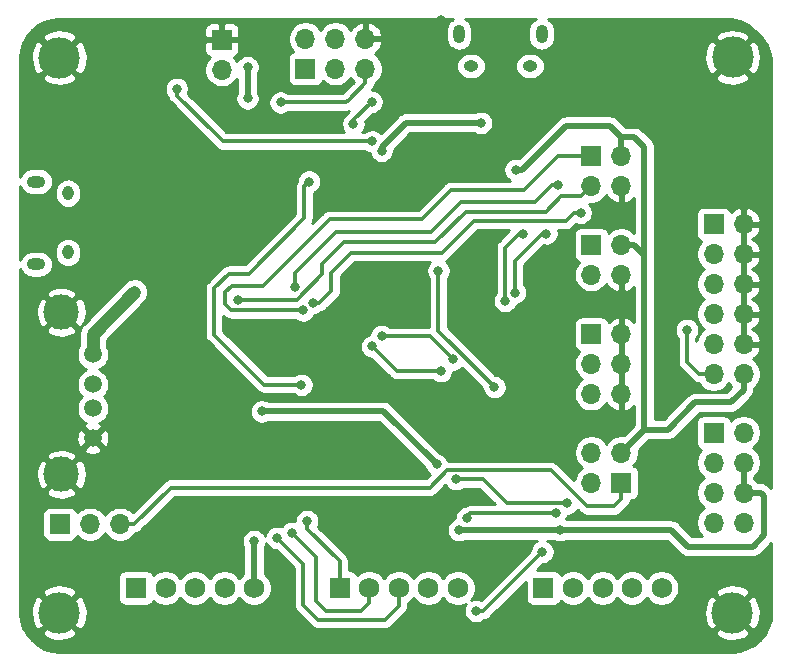
<source format=gbl>
G04 #@! TF.GenerationSoftware,KiCad,Pcbnew,5.1.5-52549c5~84~ubuntu18.04.1*
G04 #@! TF.CreationDate,2020-01-13T18:21:35+00:00*
G04 #@! TF.ProjectId,sangaboard_v0.3,73616e67-6162-46f6-9172-645f76302e33,0.3*
G04 #@! TF.SameCoordinates,Original*
G04 #@! TF.FileFunction,Copper,L2,Bot*
G04 #@! TF.FilePolarity,Positive*
%FSLAX46Y46*%
G04 Gerber Fmt 4.6, Leading zero omitted, Abs format (unit mm)*
G04 Created by KiCad (PCBNEW 5.1.5-52549c5~84~ubuntu18.04.1) date 2020-01-13 18:21:35*
%MOMM*%
%LPD*%
G04 APERTURE LIST*
%ADD10C,1.750000*%
%ADD11R,1.750000X1.750000*%
%ADD12O,0.950000X1.250000*%
%ADD13O,1.550000X1.000000*%
%ADD14C,3.000000*%
%ADD15C,1.500000*%
%ADD16O,1.700000X1.700000*%
%ADD17R,1.700000X1.700000*%
%ADD18O,1.000000X1.550000*%
%ADD19O,1.250000X0.950000*%
%ADD20C,3.500000*%
%ADD21C,0.800000*%
%ADD22C,0.300000*%
%ADD23C,0.530000*%
%ADD24C,1.060000*%
%ADD25C,0.254000*%
G04 APERTURE END LIST*
D10*
X120500000Y-93900000D03*
X118000000Y-93900000D03*
X115500000Y-93900000D03*
X113000000Y-93900000D03*
D11*
X110500000Y-93900000D03*
D10*
X137750000Y-93900000D03*
X135250000Y-93900000D03*
X132750000Y-93900000D03*
X130250000Y-93900000D03*
D11*
X127750000Y-93900000D03*
X145000000Y-93900000D03*
D10*
X147500000Y-93900000D03*
X150000000Y-93900000D03*
X152500000Y-93900000D03*
X155000000Y-93900000D03*
D12*
X104750000Y-60500000D03*
X104750000Y-65500000D03*
D13*
X102050000Y-59500000D03*
X102050000Y-66500000D03*
D14*
X104180000Y-70560000D03*
X104180000Y-84280000D03*
D15*
X106850000Y-74120000D03*
X106850000Y-76660000D03*
X106850000Y-78690000D03*
X106850000Y-81230000D03*
D16*
X151590000Y-77480000D03*
X149050000Y-77480000D03*
X151590000Y-74940000D03*
X149050000Y-74940000D03*
X151590000Y-72400000D03*
D17*
X149050000Y-72400000D03*
D16*
X151590000Y-59890000D03*
X149050000Y-59890000D03*
X151590000Y-57350000D03*
D17*
X149050000Y-57350000D03*
X149050000Y-64850000D03*
D16*
X151590000Y-64850000D03*
X149050000Y-67390000D03*
X151590000Y-67390000D03*
X161940000Y-75800000D03*
X159400000Y-75800000D03*
X161940000Y-73260000D03*
X159400000Y-73260000D03*
X161940000Y-70720000D03*
X159400000Y-70720000D03*
X161940000Y-68180000D03*
X159400000Y-68180000D03*
X161940000Y-65640000D03*
X159400000Y-65640000D03*
X161940000Y-63100000D03*
D17*
X159400000Y-63100000D03*
D16*
X109140000Y-88500000D03*
X106600000Y-88500000D03*
D17*
X104060000Y-88500000D03*
D16*
X149060000Y-82450000D03*
X151600000Y-82450000D03*
X149060000Y-84990000D03*
D17*
X151600000Y-84990000D03*
D16*
X161940000Y-88370000D03*
X159400000Y-88370000D03*
X161940000Y-85830000D03*
X159400000Y-85830000D03*
X161940000Y-83290000D03*
X159400000Y-83290000D03*
X161940000Y-80750000D03*
D17*
X159400000Y-80750000D03*
X124850000Y-49950000D03*
D16*
X124850000Y-47410000D03*
X127390000Y-49950000D03*
X127390000Y-47410000D03*
X129930000Y-49950000D03*
X129930000Y-47410000D03*
D18*
X137850000Y-47000000D03*
X144850000Y-47000000D03*
D19*
X138850000Y-49700000D03*
X143850000Y-49700000D03*
D20*
X104000000Y-49000000D03*
X161010000Y-48990000D03*
X104000000Y-96000000D03*
X161000000Y-96000000D03*
D16*
X117770000Y-50040000D03*
D17*
X117770000Y-47500000D03*
D21*
X157150000Y-72050000D03*
X139800000Y-73300000D03*
X137850000Y-76850000D03*
X122600000Y-83450000D03*
X110400000Y-73800000D03*
X112900000Y-63950000D03*
X140700000Y-58450000D03*
X124700000Y-72850000D03*
X132900000Y-57300000D03*
X141000000Y-55350000D03*
X122900000Y-61050000D03*
X136300000Y-45850000D03*
X122450000Y-50300000D03*
X118970000Y-57560000D03*
X117770000Y-66500000D03*
X154300000Y-51200000D03*
X106200000Y-53300000D03*
X133200000Y-50900000D03*
X119950000Y-49800000D03*
X119950000Y-52450000D03*
X142650000Y-58500000D03*
X131300000Y-56900000D03*
X139700000Y-54520000D03*
X121150000Y-78950000D03*
X121150000Y-78950000D03*
X135950000Y-83450000D03*
X146400000Y-89000000D03*
X137850000Y-89000000D03*
X110350000Y-68850000D03*
X122750000Y-52800000D03*
X130500000Y-56100000D03*
X130500000Y-56100000D03*
X113950000Y-51650000D03*
X120500000Y-89950000D03*
X124650000Y-70400000D03*
X119150000Y-69500000D03*
X123960000Y-68420000D03*
X146250000Y-59800000D03*
X125450000Y-69800000D03*
X125450000Y-69800000D03*
X148150000Y-62150000D03*
X147000000Y-86750000D03*
X137600000Y-84700000D03*
X146030000Y-87600000D03*
X138540000Y-87990000D03*
X128900000Y-54600000D03*
X130450000Y-52750000D03*
X144900000Y-90850000D03*
X139300000Y-95850000D03*
X122460000Y-89660000D03*
X123730000Y-89230000D03*
X125000000Y-88250000D03*
X125150000Y-59500000D03*
X124500000Y-76700000D03*
X141750000Y-69600000D03*
X143300000Y-63900000D03*
X145250000Y-63900000D03*
X142600000Y-68900000D03*
X140850000Y-76900000D03*
X136100000Y-67050000D03*
X131300000Y-72570000D03*
X137350000Y-74550000D03*
X136300000Y-75550000D03*
X130500000Y-73450000D03*
D22*
X157150000Y-72615685D02*
X157150000Y-72050000D01*
X157150000Y-74752081D02*
X157150000Y-72615685D01*
X158197919Y-75800000D02*
X157150000Y-74752081D01*
X159400000Y-75800000D02*
X158197919Y-75800000D01*
D23*
X119950000Y-52450000D02*
X119950000Y-49800000D01*
X152700000Y-64850000D02*
X151590000Y-64850000D01*
X153550000Y-65700000D02*
X152700000Y-64850000D01*
X151600000Y-82450000D02*
X153550000Y-80500000D01*
X151590000Y-55740000D02*
X151590000Y-57350000D01*
X150650000Y-54800000D02*
X151590000Y-55740000D01*
X151590000Y-55740000D02*
X152690000Y-55740000D01*
X153550000Y-56600000D02*
X152690000Y-55740000D01*
X153550000Y-66100000D02*
X153550000Y-56600000D01*
X153550000Y-66100000D02*
X153550000Y-65700000D01*
X153550000Y-80500000D02*
X153550000Y-66100000D01*
X146915685Y-54800000D02*
X149300000Y-54800000D01*
X143215685Y-58500000D02*
X146915685Y-54800000D01*
X142650000Y-58500000D02*
X143215685Y-58500000D01*
X148200000Y-54800000D02*
X149300000Y-54800000D01*
X149300000Y-54800000D02*
X150650000Y-54800000D01*
X161940000Y-77110000D02*
X161940000Y-75800000D01*
X160850000Y-78200000D02*
X161940000Y-77110000D01*
X157850000Y-78200000D02*
X160850000Y-78200000D01*
X153550000Y-80500000D02*
X155550000Y-80500000D01*
X155550000Y-80500000D02*
X157850000Y-78200000D01*
X139134315Y-54520000D02*
X139700000Y-54520000D01*
X133360202Y-54520000D02*
X139134315Y-54520000D01*
X131300000Y-56580202D02*
X133360202Y-54520000D01*
X131300000Y-56900000D02*
X131300000Y-56580202D01*
X131450000Y-78950000D02*
X135950000Y-83450000D01*
X121150000Y-78950000D02*
X131450000Y-78950000D01*
X137850000Y-89000000D02*
X139750000Y-89000000D01*
X146400000Y-89000000D02*
X139750000Y-89000000D01*
X139750000Y-89000000D02*
X138395000Y-89000000D01*
X161940000Y-83290000D02*
X161940000Y-85830000D01*
X146400000Y-89000000D02*
X155800000Y-89000000D01*
X155800000Y-89000000D02*
X157200000Y-90400000D01*
X157200000Y-90400000D02*
X162750000Y-90400000D01*
X162750000Y-90400000D02*
X163700000Y-89450000D01*
X163700000Y-89450000D02*
X163700000Y-86150000D01*
X163380000Y-85830000D02*
X161940000Y-85830000D01*
X163700000Y-86150000D02*
X163380000Y-85830000D01*
D24*
X106850000Y-72440000D02*
X106850000Y-74110000D01*
X110350000Y-68850000D02*
X106850000Y-72440000D01*
D22*
X129930000Y-49950000D02*
X129930000Y-51152081D01*
X128282081Y-52800000D02*
X128500000Y-52582081D01*
X122750000Y-52800000D02*
X128282081Y-52800000D01*
X129930000Y-51152081D02*
X128500000Y-52582081D01*
X128500000Y-52582081D02*
X128382081Y-52700000D01*
X113950000Y-51650000D02*
X113950000Y-52215685D01*
X117834315Y-56100000D02*
X117234315Y-55500000D01*
X130500000Y-56100000D02*
X117834315Y-56100000D01*
X113950000Y-52215685D02*
X117234315Y-55500000D01*
D23*
X120500000Y-89950000D02*
X120500000Y-93900000D01*
D22*
X124084315Y-70400000D02*
X124650000Y-70400000D01*
X118550000Y-70400000D02*
X124084315Y-70400000D01*
X118050000Y-68850000D02*
X118050000Y-69900000D01*
X118600000Y-68300000D02*
X118050000Y-68850000D01*
X121250000Y-68300000D02*
X118600000Y-68300000D01*
X149050000Y-57350000D02*
X146200000Y-57350000D01*
X118050000Y-69900000D02*
X118550000Y-70400000D01*
X146200000Y-57350000D02*
X143350000Y-60200000D01*
X143350000Y-60200000D02*
X137150000Y-60200000D01*
X137150000Y-60200000D02*
X134700000Y-62650000D01*
X134700000Y-62650000D02*
X126900000Y-62650000D01*
X126900000Y-62650000D02*
X121250000Y-68300000D01*
X119150000Y-69500000D02*
X124100000Y-69500000D01*
X124100000Y-69500000D02*
X126250000Y-67350000D01*
X148200001Y-60739999D02*
X146510001Y-60739999D01*
X149050000Y-59890000D02*
X148200001Y-60739999D01*
X146510001Y-60739999D02*
X145200000Y-62050000D01*
X145200000Y-62050000D02*
X138400000Y-62050000D01*
X138400000Y-62050000D02*
X135850000Y-64600000D01*
X128100000Y-64600000D02*
X126250000Y-66450000D01*
X135850000Y-64600000D02*
X128100000Y-64600000D01*
X126250000Y-67350000D02*
X126250000Y-66450000D01*
X127450000Y-63750000D02*
X135500000Y-63750000D01*
X135500000Y-63750000D02*
X138050000Y-61200000D01*
X145684315Y-59800000D02*
X146250000Y-59800000D01*
X138050000Y-61200000D02*
X144284315Y-61200000D01*
X144284315Y-61200000D02*
X145684315Y-59800000D01*
X124050000Y-67150000D02*
X124200000Y-67000000D01*
X124200000Y-67000000D02*
X127450000Y-63750000D01*
X123960000Y-67240000D02*
X123960000Y-68420000D01*
X124200000Y-67000000D02*
X123960000Y-67240000D01*
X126015685Y-69800000D02*
X127050000Y-68765685D01*
X125450000Y-69800000D02*
X126015685Y-69800000D01*
X147584315Y-62150000D02*
X146884315Y-62850000D01*
X148150000Y-62150000D02*
X147584315Y-62150000D01*
X146884315Y-62850000D02*
X139100000Y-62850000D01*
X139100000Y-62850000D02*
X136400000Y-65550000D01*
X128700000Y-65550000D02*
X127050000Y-67200000D01*
X136400000Y-65550000D02*
X128700000Y-65550000D01*
X127050000Y-68765685D02*
X127050000Y-67200000D01*
X110342081Y-88500000D02*
X113442081Y-85400000D01*
X109140000Y-88500000D02*
X110342081Y-88500000D01*
X113442081Y-85400000D02*
X135400000Y-85400000D01*
X136850001Y-83949999D02*
X145649999Y-83949999D01*
X135400000Y-85400000D02*
X136850001Y-83949999D01*
X145649999Y-83949999D02*
X148700000Y-87000000D01*
X148700000Y-87000000D02*
X151000000Y-87000000D01*
X151600000Y-86400000D02*
X151600000Y-84990000D01*
X151000000Y-87000000D02*
X151600000Y-86400000D01*
X139900000Y-84700000D02*
X137600000Y-84700000D01*
X141950000Y-86750000D02*
X139900000Y-84700000D01*
X147000000Y-86750000D02*
X141950000Y-86750000D01*
X138540000Y-87990000D02*
X138540000Y-87850000D01*
X138790000Y-87600000D02*
X139820000Y-87600000D01*
X138540000Y-87850000D02*
X138790000Y-87600000D01*
X139450000Y-87600000D02*
X139820000Y-87600000D01*
X139820000Y-87600000D02*
X146030000Y-87600000D01*
X128900000Y-54300000D02*
X130450000Y-52750000D01*
X128900000Y-54600000D02*
X128900000Y-54300000D01*
X139900000Y-95850000D02*
X144900000Y-90850000D01*
X139300000Y-95850000D02*
X139900000Y-95850000D01*
X122460000Y-89660000D02*
X124650000Y-91850000D01*
X124650000Y-91850000D02*
X124650000Y-95350000D01*
X124650000Y-95350000D02*
X125900000Y-96600000D01*
X125900000Y-96600000D02*
X131600000Y-96600000D01*
X132750000Y-95450000D02*
X132750000Y-93900000D01*
X131600000Y-96600000D02*
X132750000Y-95450000D01*
X123730000Y-89230000D02*
X125750000Y-91250000D01*
X125750000Y-91250000D02*
X125750000Y-95050000D01*
X125750000Y-95050000D02*
X126550000Y-95850000D01*
X129537436Y-95850000D02*
X129100000Y-95850000D01*
X130250000Y-95137436D02*
X129537436Y-95850000D01*
X130250000Y-93900000D02*
X130250000Y-95137436D01*
X126550000Y-95850000D02*
X129100000Y-95850000D01*
X125000000Y-88250000D02*
X125000000Y-88900000D01*
X127750000Y-91650000D02*
X127750000Y-93900000D01*
X125000000Y-88900000D02*
X127750000Y-91650000D01*
X145000000Y-93900000D02*
X144950000Y-93900000D01*
X121349980Y-76700000D02*
X124500000Y-76700000D01*
X117100000Y-72450020D02*
X121349980Y-76700000D01*
X125150000Y-59500000D02*
X124750001Y-59899999D01*
X124750001Y-59899999D02*
X124750001Y-62599999D01*
X120050000Y-67300000D02*
X118350000Y-67300000D01*
X118350000Y-67300000D02*
X117100000Y-68550000D01*
X124750001Y-62599999D02*
X120050000Y-67300000D01*
X117100000Y-68550000D02*
X117100000Y-72450020D01*
X141750000Y-65100000D02*
X141750000Y-69600000D01*
X142950000Y-63900000D02*
X141750000Y-65100000D01*
X142600000Y-68900000D02*
X142600000Y-66200000D01*
X143350000Y-65450000D02*
X143950000Y-64850000D01*
X142600000Y-66200000D02*
X143350000Y-65450000D01*
X144900000Y-63900000D02*
X145250000Y-63900000D01*
X143350000Y-65450000D02*
X144900000Y-63900000D01*
X140850000Y-76900000D02*
X139075000Y-75125000D01*
X140450001Y-76500001D02*
X140850000Y-76900000D01*
X136100000Y-72150000D02*
X140450001Y-76500001D01*
X136100000Y-67050000D02*
X136100000Y-72150000D01*
X135370000Y-72570000D02*
X137350000Y-74550000D01*
X131300000Y-72570000D02*
X135370000Y-72570000D01*
X132600000Y-75550000D02*
X130500000Y-73450000D01*
X136300000Y-75550000D02*
X132600000Y-75550000D01*
D25*
G36*
X137216378Y-45776716D02*
G01*
X137043552Y-45918551D01*
X136901717Y-46091377D01*
X136796324Y-46288553D01*
X136731423Y-46502501D01*
X136715000Y-46669248D01*
X136715000Y-47330751D01*
X136731423Y-47497498D01*
X136796324Y-47711446D01*
X136901716Y-47908623D01*
X137043551Y-48081449D01*
X137216377Y-48223284D01*
X137413553Y-48328676D01*
X137627501Y-48393577D01*
X137850000Y-48415491D01*
X138072498Y-48393577D01*
X138286446Y-48328676D01*
X138483623Y-48223284D01*
X138656449Y-48081449D01*
X138798284Y-47908623D01*
X138903676Y-47711447D01*
X138968577Y-47497499D01*
X138985000Y-47330752D01*
X138985000Y-46669249D01*
X138968577Y-46502502D01*
X138903676Y-46288554D01*
X138798284Y-46091377D01*
X138656449Y-45918551D01*
X138483623Y-45776716D01*
X138358805Y-45710000D01*
X144341196Y-45710000D01*
X144216378Y-45776716D01*
X144043552Y-45918551D01*
X143901717Y-46091377D01*
X143796324Y-46288553D01*
X143731423Y-46502501D01*
X143715000Y-46669248D01*
X143715000Y-47330751D01*
X143731423Y-47497498D01*
X143796324Y-47711446D01*
X143901716Y-47908623D01*
X144043551Y-48081449D01*
X144216377Y-48223284D01*
X144413553Y-48328676D01*
X144627501Y-48393577D01*
X144850000Y-48415491D01*
X145072498Y-48393577D01*
X145286446Y-48328676D01*
X145483623Y-48223284D01*
X145656449Y-48081449D01*
X145798284Y-47908623D01*
X145903676Y-47711447D01*
X145968577Y-47497499D01*
X145985000Y-47330752D01*
X145985000Y-47320391D01*
X159519997Y-47320391D01*
X161010000Y-48810395D01*
X162500003Y-47320391D01*
X162313927Y-46979234D01*
X161896591Y-46763487D01*
X161445185Y-46633304D01*
X160977054Y-46593687D01*
X160510189Y-46646158D01*
X160062532Y-46788703D01*
X159706073Y-46979234D01*
X159519997Y-47320391D01*
X145985000Y-47320391D01*
X145985000Y-46669249D01*
X145968577Y-46502502D01*
X145903676Y-46288554D01*
X145798284Y-46091377D01*
X145656449Y-45918551D01*
X145483623Y-45776716D01*
X145358805Y-45710000D01*
X160897622Y-45710000D01*
X161608252Y-45919284D01*
X162305469Y-46268574D01*
X162929811Y-46735812D01*
X163461543Y-47306221D01*
X163883864Y-47961785D01*
X164188235Y-48693348D01*
X164290000Y-49089697D01*
X164290001Y-85467210D01*
X164047658Y-85224866D01*
X164019475Y-85190525D01*
X163882432Y-85078057D01*
X163726081Y-84994486D01*
X163556431Y-84943023D01*
X163424207Y-84930000D01*
X163424206Y-84930000D01*
X163380000Y-84925646D01*
X163335794Y-84930000D01*
X163124633Y-84930000D01*
X163093475Y-84883368D01*
X162886632Y-84676525D01*
X162840000Y-84645367D01*
X162840000Y-84474633D01*
X162886632Y-84443475D01*
X163093475Y-84236632D01*
X163255990Y-83993411D01*
X163367932Y-83723158D01*
X163425000Y-83436260D01*
X163425000Y-83143740D01*
X163367932Y-82856842D01*
X163255990Y-82586589D01*
X163093475Y-82343368D01*
X162886632Y-82136525D01*
X162712240Y-82020000D01*
X162886632Y-81903475D01*
X163093475Y-81696632D01*
X163255990Y-81453411D01*
X163367932Y-81183158D01*
X163425000Y-80896260D01*
X163425000Y-80603740D01*
X163367932Y-80316842D01*
X163255990Y-80046589D01*
X163093475Y-79803368D01*
X162886632Y-79596525D01*
X162643411Y-79434010D01*
X162373158Y-79322068D01*
X162086260Y-79265000D01*
X161793740Y-79265000D01*
X161506842Y-79322068D01*
X161236589Y-79434010D01*
X160993368Y-79596525D01*
X160861513Y-79728380D01*
X160839502Y-79655820D01*
X160780537Y-79545506D01*
X160701185Y-79448815D01*
X160604494Y-79369463D01*
X160494180Y-79310498D01*
X160374482Y-79274188D01*
X160250000Y-79261928D01*
X158550000Y-79261928D01*
X158425518Y-79274188D01*
X158305820Y-79310498D01*
X158195506Y-79369463D01*
X158098815Y-79448815D01*
X158019463Y-79545506D01*
X157960498Y-79655820D01*
X157924188Y-79775518D01*
X157911928Y-79900000D01*
X157911928Y-81600000D01*
X157924188Y-81724482D01*
X157960498Y-81844180D01*
X158019463Y-81954494D01*
X158098815Y-82051185D01*
X158195506Y-82130537D01*
X158305820Y-82189502D01*
X158378380Y-82211513D01*
X158246525Y-82343368D01*
X158084010Y-82586589D01*
X157972068Y-82856842D01*
X157915000Y-83143740D01*
X157915000Y-83436260D01*
X157972068Y-83723158D01*
X158084010Y-83993411D01*
X158246525Y-84236632D01*
X158453368Y-84443475D01*
X158627760Y-84560000D01*
X158453368Y-84676525D01*
X158246525Y-84883368D01*
X158084010Y-85126589D01*
X157972068Y-85396842D01*
X157915000Y-85683740D01*
X157915000Y-85976260D01*
X157972068Y-86263158D01*
X158084010Y-86533411D01*
X158246525Y-86776632D01*
X158453368Y-86983475D01*
X158627760Y-87100000D01*
X158453368Y-87216525D01*
X158246525Y-87423368D01*
X158084010Y-87666589D01*
X157972068Y-87936842D01*
X157915000Y-88223740D01*
X157915000Y-88516260D01*
X157972068Y-88803158D01*
X158084010Y-89073411D01*
X158246525Y-89316632D01*
X158429893Y-89500000D01*
X157572793Y-89500000D01*
X156467657Y-88394865D01*
X156439475Y-88360525D01*
X156302432Y-88248057D01*
X156146081Y-88164486D01*
X155976431Y-88113023D01*
X155844207Y-88100000D01*
X155844206Y-88100000D01*
X155800000Y-88095646D01*
X155755794Y-88100000D01*
X146940694Y-88100000D01*
X146947205Y-88090256D01*
X147025226Y-87901898D01*
X147048478Y-87785000D01*
X147101939Y-87785000D01*
X147301898Y-87745226D01*
X147490256Y-87667205D01*
X147659774Y-87553937D01*
X147803937Y-87409774D01*
X147882315Y-87292472D01*
X148117653Y-87527810D01*
X148142236Y-87557764D01*
X148261767Y-87655862D01*
X148372408Y-87715000D01*
X148398140Y-87728754D01*
X148546113Y-87773642D01*
X148621026Y-87781020D01*
X148661439Y-87785000D01*
X148661444Y-87785000D01*
X148700000Y-87788797D01*
X148738556Y-87785000D01*
X150961447Y-87785000D01*
X151000000Y-87788797D01*
X151038553Y-87785000D01*
X151038561Y-87785000D01*
X151153887Y-87773641D01*
X151301860Y-87728754D01*
X151438233Y-87655862D01*
X151557764Y-87557764D01*
X151582346Y-87527811D01*
X152127816Y-86982342D01*
X152157764Y-86957764D01*
X152255862Y-86838233D01*
X152328754Y-86701860D01*
X152360832Y-86596113D01*
X152373641Y-86553888D01*
X152375658Y-86533411D01*
X152381108Y-86478072D01*
X152450000Y-86478072D01*
X152574482Y-86465812D01*
X152694180Y-86429502D01*
X152804494Y-86370537D01*
X152901185Y-86291185D01*
X152980537Y-86194494D01*
X153039502Y-86084180D01*
X153075812Y-85964482D01*
X153088072Y-85840000D01*
X153088072Y-84140000D01*
X153075812Y-84015518D01*
X153039502Y-83895820D01*
X152980537Y-83785506D01*
X152901185Y-83688815D01*
X152804494Y-83609463D01*
X152694180Y-83550498D01*
X152621620Y-83528487D01*
X152753475Y-83396632D01*
X152915990Y-83153411D01*
X153027932Y-82883158D01*
X153085000Y-82596260D01*
X153085000Y-82303740D01*
X153074058Y-82248734D01*
X153922792Y-81400000D01*
X155505794Y-81400000D01*
X155550000Y-81404354D01*
X155594206Y-81400000D01*
X155594207Y-81400000D01*
X155726431Y-81386977D01*
X155896081Y-81335514D01*
X156052432Y-81251943D01*
X156189475Y-81139475D01*
X156217657Y-81105135D01*
X158222793Y-79100000D01*
X160805794Y-79100000D01*
X160850000Y-79104354D01*
X160894206Y-79100000D01*
X160894207Y-79100000D01*
X161026431Y-79086977D01*
X161196081Y-79035514D01*
X161352432Y-78951943D01*
X161489475Y-78839475D01*
X161517657Y-78805135D01*
X162545136Y-77777656D01*
X162579475Y-77749475D01*
X162691943Y-77612432D01*
X162775514Y-77456081D01*
X162826977Y-77286431D01*
X162840000Y-77154207D01*
X162840000Y-77154206D01*
X162844354Y-77110000D01*
X162840000Y-77065793D01*
X162840000Y-76984633D01*
X162886632Y-76953475D01*
X163093475Y-76746632D01*
X163255990Y-76503411D01*
X163367932Y-76233158D01*
X163425000Y-75946260D01*
X163425000Y-75653740D01*
X163367932Y-75366842D01*
X163255990Y-75096589D01*
X163093475Y-74853368D01*
X162886632Y-74646525D01*
X162704466Y-74524805D01*
X162821355Y-74455178D01*
X163037588Y-74260269D01*
X163211641Y-74026920D01*
X163336825Y-73764099D01*
X163381476Y-73616890D01*
X163260155Y-73387000D01*
X162067000Y-73387000D01*
X162067000Y-73407000D01*
X161813000Y-73407000D01*
X161813000Y-73387000D01*
X161793000Y-73387000D01*
X161793000Y-73133000D01*
X161813000Y-73133000D01*
X161813000Y-70847000D01*
X162067000Y-70847000D01*
X162067000Y-73133000D01*
X163260155Y-73133000D01*
X163381476Y-72903110D01*
X163336825Y-72755901D01*
X163211641Y-72493080D01*
X163037588Y-72259731D01*
X162821355Y-72064822D01*
X162695745Y-71990000D01*
X162821355Y-71915178D01*
X163037588Y-71720269D01*
X163211641Y-71486920D01*
X163336825Y-71224099D01*
X163381476Y-71076890D01*
X163260155Y-70847000D01*
X162067000Y-70847000D01*
X161813000Y-70847000D01*
X161793000Y-70847000D01*
X161793000Y-70593000D01*
X161813000Y-70593000D01*
X161813000Y-68307000D01*
X162067000Y-68307000D01*
X162067000Y-70593000D01*
X163260155Y-70593000D01*
X163381476Y-70363110D01*
X163336825Y-70215901D01*
X163211641Y-69953080D01*
X163037588Y-69719731D01*
X162821355Y-69524822D01*
X162695745Y-69450000D01*
X162821355Y-69375178D01*
X163037588Y-69180269D01*
X163211641Y-68946920D01*
X163336825Y-68684099D01*
X163381476Y-68536890D01*
X163260155Y-68307000D01*
X162067000Y-68307000D01*
X161813000Y-68307000D01*
X161793000Y-68307000D01*
X161793000Y-68053000D01*
X161813000Y-68053000D01*
X161813000Y-65767000D01*
X162067000Y-65767000D01*
X162067000Y-68053000D01*
X163260155Y-68053000D01*
X163381476Y-67823110D01*
X163336825Y-67675901D01*
X163211641Y-67413080D01*
X163037588Y-67179731D01*
X162821355Y-66984822D01*
X162695745Y-66910000D01*
X162821355Y-66835178D01*
X163037588Y-66640269D01*
X163211641Y-66406920D01*
X163336825Y-66144099D01*
X163381476Y-65996890D01*
X163260155Y-65767000D01*
X162067000Y-65767000D01*
X161813000Y-65767000D01*
X161793000Y-65767000D01*
X161793000Y-65513000D01*
X161813000Y-65513000D01*
X161813000Y-63227000D01*
X162067000Y-63227000D01*
X162067000Y-65513000D01*
X163260155Y-65513000D01*
X163381476Y-65283110D01*
X163336825Y-65135901D01*
X163211641Y-64873080D01*
X163037588Y-64639731D01*
X162821355Y-64444822D01*
X162695745Y-64370000D01*
X162821355Y-64295178D01*
X163037588Y-64100269D01*
X163211641Y-63866920D01*
X163336825Y-63604099D01*
X163381476Y-63456890D01*
X163260155Y-63227000D01*
X162067000Y-63227000D01*
X161813000Y-63227000D01*
X161793000Y-63227000D01*
X161793000Y-62973000D01*
X161813000Y-62973000D01*
X161813000Y-61779186D01*
X162067000Y-61779186D01*
X162067000Y-62973000D01*
X163260155Y-62973000D01*
X163381476Y-62743110D01*
X163336825Y-62595901D01*
X163211641Y-62333080D01*
X163037588Y-62099731D01*
X162821355Y-61904822D01*
X162571252Y-61755843D01*
X162296891Y-61658519D01*
X162067000Y-61779186D01*
X161813000Y-61779186D01*
X161583109Y-61658519D01*
X161308748Y-61755843D01*
X161058645Y-61904822D01*
X160862498Y-62081626D01*
X160839502Y-62005820D01*
X160780537Y-61895506D01*
X160701185Y-61798815D01*
X160604494Y-61719463D01*
X160494180Y-61660498D01*
X160374482Y-61624188D01*
X160250000Y-61611928D01*
X158550000Y-61611928D01*
X158425518Y-61624188D01*
X158305820Y-61660498D01*
X158195506Y-61719463D01*
X158098815Y-61798815D01*
X158019463Y-61895506D01*
X157960498Y-62005820D01*
X157924188Y-62125518D01*
X157911928Y-62250000D01*
X157911928Y-63950000D01*
X157924188Y-64074482D01*
X157960498Y-64194180D01*
X158019463Y-64304494D01*
X158098815Y-64401185D01*
X158195506Y-64480537D01*
X158305820Y-64539502D01*
X158378380Y-64561513D01*
X158246525Y-64693368D01*
X158084010Y-64936589D01*
X157972068Y-65206842D01*
X157915000Y-65493740D01*
X157915000Y-65786260D01*
X157972068Y-66073158D01*
X158084010Y-66343411D01*
X158246525Y-66586632D01*
X158453368Y-66793475D01*
X158627760Y-66910000D01*
X158453368Y-67026525D01*
X158246525Y-67233368D01*
X158084010Y-67476589D01*
X157972068Y-67746842D01*
X157915000Y-68033740D01*
X157915000Y-68326260D01*
X157972068Y-68613158D01*
X158084010Y-68883411D01*
X158246525Y-69126632D01*
X158453368Y-69333475D01*
X158627760Y-69450000D01*
X158453368Y-69566525D01*
X158246525Y-69773368D01*
X158084010Y-70016589D01*
X157972068Y-70286842D01*
X157915000Y-70573740D01*
X157915000Y-70866260D01*
X157972068Y-71153158D01*
X158084010Y-71423411D01*
X158246525Y-71666632D01*
X158453368Y-71873475D01*
X158627760Y-71990000D01*
X158453368Y-72106525D01*
X158246525Y-72313368D01*
X158084010Y-72556589D01*
X157972068Y-72826842D01*
X157935000Y-73013194D01*
X157935000Y-72728711D01*
X157953937Y-72709774D01*
X158067205Y-72540256D01*
X158145226Y-72351898D01*
X158185000Y-72151939D01*
X158185000Y-71948061D01*
X158145226Y-71748102D01*
X158067205Y-71559744D01*
X157953937Y-71390226D01*
X157809774Y-71246063D01*
X157640256Y-71132795D01*
X157451898Y-71054774D01*
X157251939Y-71015000D01*
X157048061Y-71015000D01*
X156848102Y-71054774D01*
X156659744Y-71132795D01*
X156490226Y-71246063D01*
X156346063Y-71390226D01*
X156232795Y-71559744D01*
X156154774Y-71748102D01*
X156115000Y-71948061D01*
X156115000Y-72151939D01*
X156154774Y-72351898D01*
X156232795Y-72540256D01*
X156346063Y-72709774D01*
X156365001Y-72728712D01*
X156365000Y-74713528D01*
X156361203Y-74752081D01*
X156365000Y-74790634D01*
X156365000Y-74790641D01*
X156376359Y-74905967D01*
X156421246Y-75053940D01*
X156494138Y-75190313D01*
X156592236Y-75309845D01*
X156622190Y-75334428D01*
X157615576Y-76327815D01*
X157640155Y-76357764D01*
X157670103Y-76382342D01*
X157670106Y-76382345D01*
X157699478Y-76406450D01*
X157759686Y-76455862D01*
X157896059Y-76528754D01*
X158009591Y-76563194D01*
X158044031Y-76573641D01*
X158058409Y-76575057D01*
X158137058Y-76582804D01*
X158246525Y-76746632D01*
X158453368Y-76953475D01*
X158696589Y-77115990D01*
X158966842Y-77227932D01*
X159253740Y-77285000D01*
X159546260Y-77285000D01*
X159833158Y-77227932D01*
X160103411Y-77115990D01*
X160346632Y-76953475D01*
X160553475Y-76746632D01*
X160670000Y-76572240D01*
X160786525Y-76746632D01*
X160908551Y-76868658D01*
X160477208Y-77300000D01*
X157894203Y-77300000D01*
X157849999Y-77295646D01*
X157805795Y-77300000D01*
X157805793Y-77300000D01*
X157673569Y-77313023D01*
X157503919Y-77364486D01*
X157347568Y-77448057D01*
X157335740Y-77457764D01*
X157244862Y-77532345D01*
X157244860Y-77532347D01*
X157210525Y-77560525D01*
X157182347Y-77594860D01*
X155177208Y-79600000D01*
X154450000Y-79600000D01*
X154450000Y-65744207D01*
X154454354Y-65700000D01*
X154450000Y-65655793D01*
X154450000Y-56644207D01*
X154454354Y-56600000D01*
X154436977Y-56423569D01*
X154385514Y-56253918D01*
X154301943Y-56097568D01*
X154269277Y-56057764D01*
X154189475Y-55960525D01*
X154155135Y-55932343D01*
X153357655Y-55134863D01*
X153329475Y-55100525D01*
X153192432Y-54988057D01*
X153036081Y-54904486D01*
X152866431Y-54853023D01*
X152734207Y-54840000D01*
X152734206Y-54840000D01*
X152690000Y-54835646D01*
X152645794Y-54840000D01*
X151962792Y-54840000D01*
X151317657Y-54194865D01*
X151289475Y-54160525D01*
X151152432Y-54048057D01*
X150996081Y-53964486D01*
X150826431Y-53913023D01*
X150694207Y-53900000D01*
X150694206Y-53900000D01*
X150650000Y-53895646D01*
X150605794Y-53900000D01*
X146959888Y-53900000D01*
X146915684Y-53895646D01*
X146871480Y-53900000D01*
X146871478Y-53900000D01*
X146739254Y-53913023D01*
X146569604Y-53964486D01*
X146413253Y-54048057D01*
X146413251Y-54048058D01*
X146413252Y-54048058D01*
X146310547Y-54132345D01*
X146310545Y-54132347D01*
X146276210Y-54160525D01*
X146248032Y-54194860D01*
X142940405Y-57502488D01*
X142751939Y-57465000D01*
X142548061Y-57465000D01*
X142348102Y-57504774D01*
X142159744Y-57582795D01*
X141990226Y-57696063D01*
X141846063Y-57840226D01*
X141732795Y-58009744D01*
X141654774Y-58198102D01*
X141615000Y-58398061D01*
X141615000Y-58601939D01*
X141654774Y-58801898D01*
X141732795Y-58990256D01*
X141846063Y-59159774D01*
X141990226Y-59303937D01*
X142156444Y-59415000D01*
X137188552Y-59415000D01*
X137149999Y-59411203D01*
X137111446Y-59415000D01*
X137111439Y-59415000D01*
X137010490Y-59424943D01*
X136996112Y-59426359D01*
X136961672Y-59436806D01*
X136848140Y-59471246D01*
X136711767Y-59544138D01*
X136658150Y-59588141D01*
X136622187Y-59617655D01*
X136622184Y-59617658D01*
X136592236Y-59642236D01*
X136567658Y-59672184D01*
X134374843Y-61865000D01*
X126938556Y-61865000D01*
X126900000Y-61861203D01*
X126861444Y-61865000D01*
X126861439Y-61865000D01*
X126821026Y-61868980D01*
X126746113Y-61876358D01*
X126598140Y-61921246D01*
X126461767Y-61994138D01*
X126342236Y-62092236D01*
X126317655Y-62122188D01*
X125410745Y-63029098D01*
X125478755Y-62901859D01*
X125497885Y-62838797D01*
X125523642Y-62753887D01*
X125529332Y-62696113D01*
X125535001Y-62638560D01*
X125535001Y-62638553D01*
X125538798Y-62600000D01*
X125535001Y-62561447D01*
X125535001Y-60460803D01*
X125640256Y-60417205D01*
X125809774Y-60303937D01*
X125953937Y-60159774D01*
X126067205Y-59990256D01*
X126145226Y-59801898D01*
X126185000Y-59601939D01*
X126185000Y-59398061D01*
X126145226Y-59198102D01*
X126067205Y-59009744D01*
X125953937Y-58840226D01*
X125809774Y-58696063D01*
X125640256Y-58582795D01*
X125451898Y-58504774D01*
X125251939Y-58465000D01*
X125048061Y-58465000D01*
X124848102Y-58504774D01*
X124659744Y-58582795D01*
X124490226Y-58696063D01*
X124346063Y-58840226D01*
X124232795Y-59009744D01*
X124154774Y-59198102D01*
X124115000Y-59398061D01*
X124115000Y-59436348D01*
X124094139Y-59461767D01*
X124021247Y-59598140D01*
X123976360Y-59746113D01*
X123965001Y-59861439D01*
X123965001Y-59861446D01*
X123961204Y-59899999D01*
X123965001Y-59938552D01*
X123965002Y-62274840D01*
X119724843Y-66515000D01*
X118388555Y-66515000D01*
X118350000Y-66511203D01*
X118311444Y-66515000D01*
X118311439Y-66515000D01*
X118271026Y-66518980D01*
X118196113Y-66526358D01*
X118048140Y-66571246D01*
X117911767Y-66644138D01*
X117865345Y-66682236D01*
X117822187Y-66717655D01*
X117822184Y-66717658D01*
X117792236Y-66742236D01*
X117767658Y-66772185D01*
X116572190Y-67967653D01*
X116542236Y-67992236D01*
X116444138Y-68111768D01*
X116371246Y-68248141D01*
X116326359Y-68396114D01*
X116315000Y-68511440D01*
X116315000Y-68511447D01*
X116311203Y-68550000D01*
X116315000Y-68588553D01*
X116315001Y-72411457D01*
X116311203Y-72450020D01*
X116326359Y-72603906D01*
X116371246Y-72751879D01*
X116400101Y-72805862D01*
X116444139Y-72888253D01*
X116457144Y-72904099D01*
X116517655Y-72977832D01*
X116517659Y-72977836D01*
X116542237Y-73007784D01*
X116572185Y-73032362D01*
X120767638Y-77227816D01*
X120792216Y-77257764D01*
X120822164Y-77282342D01*
X120822167Y-77282345D01*
X120843680Y-77300000D01*
X120911747Y-77355862D01*
X121048120Y-77428754D01*
X121159791Y-77462629D01*
X121196092Y-77473641D01*
X121210470Y-77475057D01*
X121311419Y-77485000D01*
X121311426Y-77485000D01*
X121349979Y-77488797D01*
X121388532Y-77485000D01*
X123821289Y-77485000D01*
X123840226Y-77503937D01*
X124009744Y-77617205D01*
X124198102Y-77695226D01*
X124398061Y-77735000D01*
X124601939Y-77735000D01*
X124801898Y-77695226D01*
X124990256Y-77617205D01*
X125159774Y-77503937D01*
X125303937Y-77359774D01*
X125417205Y-77190256D01*
X125495226Y-77001898D01*
X125535000Y-76801939D01*
X125535000Y-76598061D01*
X125495226Y-76398102D01*
X125417205Y-76209744D01*
X125303937Y-76040226D01*
X125159774Y-75896063D01*
X124990256Y-75782795D01*
X124801898Y-75704774D01*
X124601939Y-75665000D01*
X124398061Y-75665000D01*
X124198102Y-75704774D01*
X124009744Y-75782795D01*
X123840226Y-75896063D01*
X123821289Y-75915000D01*
X121675138Y-75915000D01*
X117885000Y-72124863D01*
X117885000Y-70845156D01*
X117967649Y-70927805D01*
X117992236Y-70957764D01*
X118111767Y-71055862D01*
X118248140Y-71128754D01*
X118396113Y-71173642D01*
X118471026Y-71181020D01*
X118511439Y-71185000D01*
X118511444Y-71185000D01*
X118550000Y-71188797D01*
X118588556Y-71185000D01*
X123971289Y-71185000D01*
X123990226Y-71203937D01*
X124159744Y-71317205D01*
X124348102Y-71395226D01*
X124548061Y-71435000D01*
X124751939Y-71435000D01*
X124951898Y-71395226D01*
X125140256Y-71317205D01*
X125309774Y-71203937D01*
X125453937Y-71059774D01*
X125567205Y-70890256D01*
X125593519Y-70826729D01*
X125751898Y-70795226D01*
X125940256Y-70717205D01*
X126109774Y-70603937D01*
X126136847Y-70576864D01*
X126169572Y-70573641D01*
X126317545Y-70528754D01*
X126453918Y-70455862D01*
X126573449Y-70357764D01*
X126598032Y-70327810D01*
X127577817Y-69348026D01*
X127607764Y-69323449D01*
X127633519Y-69292068D01*
X127656450Y-69264126D01*
X127705862Y-69203918D01*
X127778754Y-69067545D01*
X127823641Y-68919572D01*
X127835000Y-68804246D01*
X127835000Y-68804239D01*
X127838797Y-68765686D01*
X127835000Y-68727133D01*
X127835000Y-67525157D01*
X129025158Y-66335000D01*
X135351289Y-66335000D01*
X135296063Y-66390226D01*
X135182795Y-66559744D01*
X135104774Y-66748102D01*
X135065000Y-66948061D01*
X135065000Y-67151939D01*
X135104774Y-67351898D01*
X135182795Y-67540256D01*
X135296063Y-67709774D01*
X135315000Y-67728711D01*
X135315001Y-71785000D01*
X131978711Y-71785000D01*
X131959774Y-71766063D01*
X131790256Y-71652795D01*
X131601898Y-71574774D01*
X131401939Y-71535000D01*
X131198061Y-71535000D01*
X130998102Y-71574774D01*
X130809744Y-71652795D01*
X130640226Y-71766063D01*
X130496063Y-71910226D01*
X130382795Y-72079744D01*
X130304774Y-72268102D01*
X130270508Y-72440372D01*
X130198102Y-72454774D01*
X130009744Y-72532795D01*
X129840226Y-72646063D01*
X129696063Y-72790226D01*
X129582795Y-72959744D01*
X129504774Y-73148102D01*
X129465000Y-73348061D01*
X129465000Y-73551939D01*
X129504774Y-73751898D01*
X129582795Y-73940256D01*
X129696063Y-74109774D01*
X129840226Y-74253937D01*
X130009744Y-74367205D01*
X130198102Y-74445226D01*
X130398061Y-74485000D01*
X130424843Y-74485000D01*
X132017658Y-76077816D01*
X132042236Y-76107764D01*
X132072184Y-76132342D01*
X132072187Y-76132345D01*
X132089753Y-76146761D01*
X132161767Y-76205862D01*
X132298140Y-76278754D01*
X132411672Y-76313194D01*
X132446112Y-76323641D01*
X132460490Y-76325057D01*
X132561439Y-76335000D01*
X132561446Y-76335000D01*
X132599999Y-76338797D01*
X132638552Y-76335000D01*
X135621289Y-76335000D01*
X135640226Y-76353937D01*
X135809744Y-76467205D01*
X135998102Y-76545226D01*
X136198061Y-76585000D01*
X136401939Y-76585000D01*
X136601898Y-76545226D01*
X136790256Y-76467205D01*
X136959774Y-76353937D01*
X137103937Y-76209774D01*
X137217205Y-76040256D01*
X137295226Y-75851898D01*
X137335000Y-75651939D01*
X137335000Y-75585000D01*
X137451939Y-75585000D01*
X137651898Y-75545226D01*
X137840256Y-75467205D01*
X138009774Y-75353937D01*
X138101777Y-75261934D01*
X139413483Y-76573641D01*
X139815000Y-76975158D01*
X139815000Y-77001939D01*
X139854774Y-77201898D01*
X139932795Y-77390256D01*
X140046063Y-77559774D01*
X140190226Y-77703937D01*
X140359744Y-77817205D01*
X140548102Y-77895226D01*
X140748061Y-77935000D01*
X140951939Y-77935000D01*
X141151898Y-77895226D01*
X141340256Y-77817205D01*
X141509774Y-77703937D01*
X141653937Y-77559774D01*
X141767205Y-77390256D01*
X141845226Y-77201898D01*
X141885000Y-77001939D01*
X141885000Y-76798061D01*
X141845226Y-76598102D01*
X141767205Y-76409744D01*
X141653937Y-76240226D01*
X141509774Y-76096063D01*
X141340256Y-75982795D01*
X141151898Y-75904774D01*
X140951939Y-75865000D01*
X140925158Y-75865000D01*
X140527363Y-75467205D01*
X136885000Y-71824843D01*
X136885000Y-71550000D01*
X147561928Y-71550000D01*
X147561928Y-73250000D01*
X147574188Y-73374482D01*
X147610498Y-73494180D01*
X147669463Y-73604494D01*
X147748815Y-73701185D01*
X147845506Y-73780537D01*
X147955820Y-73839502D01*
X148028380Y-73861513D01*
X147896525Y-73993368D01*
X147734010Y-74236589D01*
X147622068Y-74506842D01*
X147565000Y-74793740D01*
X147565000Y-75086260D01*
X147622068Y-75373158D01*
X147734010Y-75643411D01*
X147896525Y-75886632D01*
X148103368Y-76093475D01*
X148277760Y-76210000D01*
X148103368Y-76326525D01*
X147896525Y-76533368D01*
X147734010Y-76776589D01*
X147622068Y-77046842D01*
X147565000Y-77333740D01*
X147565000Y-77626260D01*
X147622068Y-77913158D01*
X147734010Y-78183411D01*
X147896525Y-78426632D01*
X148103368Y-78633475D01*
X148346589Y-78795990D01*
X148616842Y-78907932D01*
X148903740Y-78965000D01*
X149196260Y-78965000D01*
X149483158Y-78907932D01*
X149753411Y-78795990D01*
X149996632Y-78633475D01*
X150203475Y-78426632D01*
X150321100Y-78250594D01*
X150492412Y-78480269D01*
X150708645Y-78675178D01*
X150958748Y-78824157D01*
X151233109Y-78921481D01*
X151463000Y-78800814D01*
X151463000Y-77607000D01*
X151443000Y-77607000D01*
X151443000Y-77353000D01*
X151463000Y-77353000D01*
X151463000Y-75067000D01*
X151443000Y-75067000D01*
X151443000Y-74813000D01*
X151463000Y-74813000D01*
X151463000Y-72527000D01*
X151443000Y-72527000D01*
X151443000Y-72273000D01*
X151463000Y-72273000D01*
X151463000Y-71079186D01*
X151233109Y-70958519D01*
X150958748Y-71055843D01*
X150708645Y-71204822D01*
X150512498Y-71381626D01*
X150489502Y-71305820D01*
X150430537Y-71195506D01*
X150351185Y-71098815D01*
X150254494Y-71019463D01*
X150144180Y-70960498D01*
X150024482Y-70924188D01*
X149900000Y-70911928D01*
X148200000Y-70911928D01*
X148075518Y-70924188D01*
X147955820Y-70960498D01*
X147845506Y-71019463D01*
X147748815Y-71098815D01*
X147669463Y-71195506D01*
X147610498Y-71305820D01*
X147574188Y-71425518D01*
X147561928Y-71550000D01*
X136885000Y-71550000D01*
X136885000Y-67728711D01*
X136903937Y-67709774D01*
X137017205Y-67540256D01*
X137095226Y-67351898D01*
X137135000Y-67151939D01*
X137135000Y-66948061D01*
X137095226Y-66748102D01*
X137017205Y-66559744D01*
X136903937Y-66390226D01*
X136760905Y-66247194D01*
X136838233Y-66205862D01*
X136957764Y-66107764D01*
X136982347Y-66077810D01*
X139425157Y-63635000D01*
X142104842Y-63635000D01*
X141222190Y-64517653D01*
X141192236Y-64542236D01*
X141094138Y-64661768D01*
X141021246Y-64798141D01*
X140976359Y-64946114D01*
X140965000Y-65061440D01*
X140965000Y-65061447D01*
X140961203Y-65100000D01*
X140965000Y-65138553D01*
X140965001Y-68921288D01*
X140946063Y-68940226D01*
X140832795Y-69109744D01*
X140754774Y-69298102D01*
X140715000Y-69498061D01*
X140715000Y-69701939D01*
X140754774Y-69901898D01*
X140832795Y-70090256D01*
X140946063Y-70259774D01*
X141090226Y-70403937D01*
X141259744Y-70517205D01*
X141448102Y-70595226D01*
X141648061Y-70635000D01*
X141851939Y-70635000D01*
X142051898Y-70595226D01*
X142240256Y-70517205D01*
X142409774Y-70403937D01*
X142553937Y-70259774D01*
X142667205Y-70090256D01*
X142734170Y-69928589D01*
X142901898Y-69895226D01*
X143090256Y-69817205D01*
X143259774Y-69703937D01*
X143403937Y-69559774D01*
X143517205Y-69390256D01*
X143595226Y-69201898D01*
X143635000Y-69001939D01*
X143635000Y-68798061D01*
X143595226Y-68598102D01*
X143517205Y-68409744D01*
X143403937Y-68240226D01*
X143385000Y-68221289D01*
X143385000Y-66525157D01*
X143932345Y-65977813D01*
X143932349Y-65977808D01*
X144532345Y-65377813D01*
X145003844Y-64906314D01*
X145148061Y-64935000D01*
X145351939Y-64935000D01*
X145551898Y-64895226D01*
X145740256Y-64817205D01*
X145909774Y-64703937D01*
X146053937Y-64559774D01*
X146167205Y-64390256D01*
X146245226Y-64201898D01*
X146285000Y-64001939D01*
X146285000Y-63798061D01*
X146252565Y-63635000D01*
X146845762Y-63635000D01*
X146884315Y-63638797D01*
X146922868Y-63635000D01*
X146922876Y-63635000D01*
X147038202Y-63623641D01*
X147186175Y-63578754D01*
X147322548Y-63505862D01*
X147442079Y-63407764D01*
X147466662Y-63377811D01*
X147742845Y-63101627D01*
X147848102Y-63145226D01*
X148048061Y-63185000D01*
X148251939Y-63185000D01*
X148451898Y-63145226D01*
X148640256Y-63067205D01*
X148809774Y-62953937D01*
X148953937Y-62809774D01*
X149067205Y-62640256D01*
X149145226Y-62451898D01*
X149185000Y-62251939D01*
X149185000Y-62048061D01*
X149145226Y-61848102D01*
X149067205Y-61659744D01*
X148953937Y-61490226D01*
X148822564Y-61358853D01*
X148903740Y-61375000D01*
X149196260Y-61375000D01*
X149483158Y-61317932D01*
X149753411Y-61205990D01*
X149996632Y-61043475D01*
X150203475Y-60836632D01*
X150321100Y-60660594D01*
X150492412Y-60890269D01*
X150708645Y-61085178D01*
X150958748Y-61234157D01*
X151233109Y-61331481D01*
X151463000Y-61210814D01*
X151463000Y-60017000D01*
X151443000Y-60017000D01*
X151443000Y-59763000D01*
X151463000Y-59763000D01*
X151463000Y-59743000D01*
X151717000Y-59743000D01*
X151717000Y-59763000D01*
X151737000Y-59763000D01*
X151737000Y-60017000D01*
X151717000Y-60017000D01*
X151717000Y-61210814D01*
X151946891Y-61331481D01*
X152221252Y-61234157D01*
X152471355Y-61085178D01*
X152650001Y-60924150D01*
X152650000Y-63809893D01*
X152536632Y-63696525D01*
X152293411Y-63534010D01*
X152023158Y-63422068D01*
X151736260Y-63365000D01*
X151443740Y-63365000D01*
X151156842Y-63422068D01*
X150886589Y-63534010D01*
X150643368Y-63696525D01*
X150511513Y-63828380D01*
X150489502Y-63755820D01*
X150430537Y-63645506D01*
X150351185Y-63548815D01*
X150254494Y-63469463D01*
X150144180Y-63410498D01*
X150024482Y-63374188D01*
X149900000Y-63361928D01*
X148200000Y-63361928D01*
X148075518Y-63374188D01*
X147955820Y-63410498D01*
X147845506Y-63469463D01*
X147748815Y-63548815D01*
X147669463Y-63645506D01*
X147610498Y-63755820D01*
X147574188Y-63875518D01*
X147561928Y-64000000D01*
X147561928Y-65700000D01*
X147574188Y-65824482D01*
X147610498Y-65944180D01*
X147669463Y-66054494D01*
X147748815Y-66151185D01*
X147845506Y-66230537D01*
X147955820Y-66289502D01*
X148028380Y-66311513D01*
X147896525Y-66443368D01*
X147734010Y-66686589D01*
X147622068Y-66956842D01*
X147565000Y-67243740D01*
X147565000Y-67536260D01*
X147622068Y-67823158D01*
X147734010Y-68093411D01*
X147896525Y-68336632D01*
X148103368Y-68543475D01*
X148346589Y-68705990D01*
X148616842Y-68817932D01*
X148903740Y-68875000D01*
X149196260Y-68875000D01*
X149483158Y-68817932D01*
X149753411Y-68705990D01*
X149996632Y-68543475D01*
X150203475Y-68336632D01*
X150321100Y-68160594D01*
X150492412Y-68390269D01*
X150708645Y-68585178D01*
X150958748Y-68734157D01*
X151233109Y-68831481D01*
X151463000Y-68710814D01*
X151463000Y-67517000D01*
X151443000Y-67517000D01*
X151443000Y-67263000D01*
X151463000Y-67263000D01*
X151463000Y-67243000D01*
X151717000Y-67243000D01*
X151717000Y-67263000D01*
X151737000Y-67263000D01*
X151737000Y-67517000D01*
X151717000Y-67517000D01*
X151717000Y-68710814D01*
X151946891Y-68831481D01*
X152221252Y-68734157D01*
X152471355Y-68585178D01*
X152650001Y-68424149D01*
X152650001Y-71365850D01*
X152471355Y-71204822D01*
X152221252Y-71055843D01*
X151946891Y-70958519D01*
X151717000Y-71079186D01*
X151717000Y-72273000D01*
X151737000Y-72273000D01*
X151737000Y-72527000D01*
X151717000Y-72527000D01*
X151717000Y-74813000D01*
X151737000Y-74813000D01*
X151737000Y-75067000D01*
X151717000Y-75067000D01*
X151717000Y-77353000D01*
X151737000Y-77353000D01*
X151737000Y-77607000D01*
X151717000Y-77607000D01*
X151717000Y-78800814D01*
X151946891Y-78921481D01*
X152221252Y-78824157D01*
X152471355Y-78675178D01*
X152650000Y-78514150D01*
X152650000Y-80127208D01*
X151801266Y-80975942D01*
X151746260Y-80965000D01*
X151453740Y-80965000D01*
X151166842Y-81022068D01*
X150896589Y-81134010D01*
X150653368Y-81296525D01*
X150446525Y-81503368D01*
X150330000Y-81677760D01*
X150213475Y-81503368D01*
X150006632Y-81296525D01*
X149763411Y-81134010D01*
X149493158Y-81022068D01*
X149206260Y-80965000D01*
X148913740Y-80965000D01*
X148626842Y-81022068D01*
X148356589Y-81134010D01*
X148113368Y-81296525D01*
X147906525Y-81503368D01*
X147744010Y-81746589D01*
X147632068Y-82016842D01*
X147575000Y-82303740D01*
X147575000Y-82596260D01*
X147632068Y-82883158D01*
X147744010Y-83153411D01*
X147906525Y-83396632D01*
X148113368Y-83603475D01*
X148287760Y-83720000D01*
X148113368Y-83836525D01*
X147906525Y-84043368D01*
X147744010Y-84286589D01*
X147632068Y-84556842D01*
X147588090Y-84777933D01*
X146232346Y-83422189D01*
X146207763Y-83392235D01*
X146088232Y-83294137D01*
X145951859Y-83221245D01*
X145803886Y-83176358D01*
X145688560Y-83164999D01*
X145688552Y-83164999D01*
X145649999Y-83161202D01*
X145611446Y-83164999D01*
X136948587Y-83164999D01*
X136945226Y-83148102D01*
X136867205Y-82959744D01*
X136753937Y-82790226D01*
X136609774Y-82646063D01*
X136440256Y-82532795D01*
X136251898Y-82454774D01*
X136221525Y-82448733D01*
X132117657Y-78344865D01*
X132089475Y-78310525D01*
X131952432Y-78198057D01*
X131796081Y-78114486D01*
X131626431Y-78063023D01*
X131494207Y-78050000D01*
X131494206Y-78050000D01*
X131450000Y-78045646D01*
X131405794Y-78050000D01*
X121666005Y-78050000D01*
X121640256Y-78032795D01*
X121451898Y-77954774D01*
X121251939Y-77915000D01*
X121048061Y-77915000D01*
X120848102Y-77954774D01*
X120659744Y-78032795D01*
X120490226Y-78146063D01*
X120346063Y-78290226D01*
X120232795Y-78459744D01*
X120154774Y-78648102D01*
X120115000Y-78848061D01*
X120115000Y-79051939D01*
X120154774Y-79251898D01*
X120232795Y-79440256D01*
X120346063Y-79609774D01*
X120490226Y-79753937D01*
X120659744Y-79867205D01*
X120848102Y-79945226D01*
X121048061Y-79985000D01*
X121251939Y-79985000D01*
X121451898Y-79945226D01*
X121640256Y-79867205D01*
X121666005Y-79850000D01*
X131077208Y-79850000D01*
X134948733Y-83721525D01*
X134954774Y-83751898D01*
X135032795Y-83940256D01*
X135146063Y-84109774D01*
X135290226Y-84253937D01*
X135377555Y-84312288D01*
X135074843Y-84615000D01*
X113480633Y-84615000D01*
X113442080Y-84611203D01*
X113403527Y-84615000D01*
X113403520Y-84615000D01*
X113288194Y-84626359D01*
X113140221Y-84671246D01*
X113003848Y-84744138D01*
X112943640Y-84793550D01*
X112914268Y-84817655D01*
X112914265Y-84817658D01*
X112884317Y-84842236D01*
X112859739Y-84872184D01*
X110236015Y-87495908D01*
X110086632Y-87346525D01*
X109843411Y-87184010D01*
X109573158Y-87072068D01*
X109286260Y-87015000D01*
X108993740Y-87015000D01*
X108706842Y-87072068D01*
X108436589Y-87184010D01*
X108193368Y-87346525D01*
X107986525Y-87553368D01*
X107870000Y-87727760D01*
X107753475Y-87553368D01*
X107546632Y-87346525D01*
X107303411Y-87184010D01*
X107033158Y-87072068D01*
X106746260Y-87015000D01*
X106453740Y-87015000D01*
X106166842Y-87072068D01*
X105896589Y-87184010D01*
X105653368Y-87346525D01*
X105521513Y-87478380D01*
X105499502Y-87405820D01*
X105440537Y-87295506D01*
X105361185Y-87198815D01*
X105264494Y-87119463D01*
X105154180Y-87060498D01*
X105034482Y-87024188D01*
X104910000Y-87011928D01*
X103210000Y-87011928D01*
X103085518Y-87024188D01*
X102965820Y-87060498D01*
X102855506Y-87119463D01*
X102758815Y-87198815D01*
X102679463Y-87295506D01*
X102620498Y-87405820D01*
X102584188Y-87525518D01*
X102571928Y-87650000D01*
X102571928Y-89350000D01*
X102584188Y-89474482D01*
X102620498Y-89594180D01*
X102679463Y-89704494D01*
X102758815Y-89801185D01*
X102855506Y-89880537D01*
X102965820Y-89939502D01*
X103085518Y-89975812D01*
X103210000Y-89988072D01*
X104910000Y-89988072D01*
X105034482Y-89975812D01*
X105154180Y-89939502D01*
X105264494Y-89880537D01*
X105361185Y-89801185D01*
X105440537Y-89704494D01*
X105499502Y-89594180D01*
X105521513Y-89521620D01*
X105653368Y-89653475D01*
X105896589Y-89815990D01*
X106166842Y-89927932D01*
X106453740Y-89985000D01*
X106746260Y-89985000D01*
X107033158Y-89927932D01*
X107303411Y-89815990D01*
X107546632Y-89653475D01*
X107753475Y-89446632D01*
X107870000Y-89272240D01*
X107986525Y-89446632D01*
X108193368Y-89653475D01*
X108436589Y-89815990D01*
X108706842Y-89927932D01*
X108993740Y-89985000D01*
X109286260Y-89985000D01*
X109573158Y-89927932D01*
X109843411Y-89815990D01*
X110086632Y-89653475D01*
X110293475Y-89446632D01*
X110402942Y-89282804D01*
X110495968Y-89273641D01*
X110643941Y-89228754D01*
X110780314Y-89155862D01*
X110899845Y-89057764D01*
X110924428Y-89027810D01*
X113767239Y-86185000D01*
X135361447Y-86185000D01*
X135400000Y-86188797D01*
X135438553Y-86185000D01*
X135438561Y-86185000D01*
X135553887Y-86173641D01*
X135701860Y-86128754D01*
X135838233Y-86055862D01*
X135957764Y-85957764D01*
X135982347Y-85927810D01*
X136697658Y-85212500D01*
X136796063Y-85359774D01*
X136940226Y-85503937D01*
X137109744Y-85617205D01*
X137298102Y-85695226D01*
X137498061Y-85735000D01*
X137701939Y-85735000D01*
X137901898Y-85695226D01*
X138090256Y-85617205D01*
X138259774Y-85503937D01*
X138278711Y-85485000D01*
X139574843Y-85485000D01*
X140904843Y-86815000D01*
X138828552Y-86815000D01*
X138789999Y-86811203D01*
X138751446Y-86815000D01*
X138751439Y-86815000D01*
X138650490Y-86824943D01*
X138636112Y-86826359D01*
X138608175Y-86834834D01*
X138488140Y-86871246D01*
X138351767Y-86944138D01*
X138306692Y-86981131D01*
X138238102Y-86994774D01*
X138049744Y-87072795D01*
X137880226Y-87186063D01*
X137736063Y-87330226D01*
X137622795Y-87499744D01*
X137544774Y-87688102D01*
X137505000Y-87888061D01*
X137505000Y-88022628D01*
X137359744Y-88082795D01*
X137190226Y-88196063D01*
X137046063Y-88340226D01*
X136932795Y-88509744D01*
X136854774Y-88698102D01*
X136815000Y-88898061D01*
X136815000Y-89101939D01*
X136854774Y-89301898D01*
X136932795Y-89490256D01*
X137046063Y-89659774D01*
X137190226Y-89803937D01*
X137359744Y-89917205D01*
X137548102Y-89995226D01*
X137748061Y-90035000D01*
X137951939Y-90035000D01*
X138151898Y-89995226D01*
X138340256Y-89917205D01*
X138366005Y-89900000D01*
X144488918Y-89900000D01*
X144409744Y-89932795D01*
X144240226Y-90046063D01*
X144096063Y-90190226D01*
X143982795Y-90359744D01*
X143904774Y-90548102D01*
X143865000Y-90748061D01*
X143865000Y-90774843D01*
X139731419Y-94908424D01*
X139601898Y-94854774D01*
X139401939Y-94815000D01*
X139198061Y-94815000D01*
X138998102Y-94854774D01*
X138883019Y-94902443D01*
X138922893Y-94862569D01*
X139088144Y-94615253D01*
X139201971Y-94340451D01*
X139260000Y-94048722D01*
X139260000Y-93751278D01*
X139201971Y-93459549D01*
X139088144Y-93184747D01*
X138922893Y-92937431D01*
X138712569Y-92727107D01*
X138465253Y-92561856D01*
X138190451Y-92448029D01*
X137898722Y-92390000D01*
X137601278Y-92390000D01*
X137309549Y-92448029D01*
X137034747Y-92561856D01*
X136787431Y-92727107D01*
X136577107Y-92937431D01*
X136500000Y-93052830D01*
X136422893Y-92937431D01*
X136212569Y-92727107D01*
X135965253Y-92561856D01*
X135690451Y-92448029D01*
X135398722Y-92390000D01*
X135101278Y-92390000D01*
X134809549Y-92448029D01*
X134534747Y-92561856D01*
X134287431Y-92727107D01*
X134077107Y-92937431D01*
X134000000Y-93052830D01*
X133922893Y-92937431D01*
X133712569Y-92727107D01*
X133465253Y-92561856D01*
X133190451Y-92448029D01*
X132898722Y-92390000D01*
X132601278Y-92390000D01*
X132309549Y-92448029D01*
X132034747Y-92561856D01*
X131787431Y-92727107D01*
X131577107Y-92937431D01*
X131500000Y-93052830D01*
X131422893Y-92937431D01*
X131212569Y-92727107D01*
X130965253Y-92561856D01*
X130690451Y-92448029D01*
X130398722Y-92390000D01*
X130101278Y-92390000D01*
X129809549Y-92448029D01*
X129534747Y-92561856D01*
X129287431Y-92727107D01*
X129218974Y-92795564D01*
X129214502Y-92780820D01*
X129155537Y-92670506D01*
X129076185Y-92573815D01*
X128979494Y-92494463D01*
X128869180Y-92435498D01*
X128749482Y-92399188D01*
X128625000Y-92386928D01*
X128535000Y-92386928D01*
X128535000Y-91688552D01*
X128538797Y-91649999D01*
X128535000Y-91611446D01*
X128535000Y-91611439D01*
X128523641Y-91496113D01*
X128478754Y-91348140D01*
X128405862Y-91211767D01*
X128307764Y-91092236D01*
X128277817Y-91067659D01*
X125926931Y-88716774D01*
X125995226Y-88551898D01*
X126035000Y-88351939D01*
X126035000Y-88148061D01*
X125995226Y-87948102D01*
X125917205Y-87759744D01*
X125803937Y-87590226D01*
X125659774Y-87446063D01*
X125490256Y-87332795D01*
X125301898Y-87254774D01*
X125101939Y-87215000D01*
X124898061Y-87215000D01*
X124698102Y-87254774D01*
X124509744Y-87332795D01*
X124340226Y-87446063D01*
X124196063Y-87590226D01*
X124082795Y-87759744D01*
X124004774Y-87948102D01*
X123965000Y-88148061D01*
X123965000Y-88221467D01*
X123831939Y-88195000D01*
X123628061Y-88195000D01*
X123428102Y-88234774D01*
X123239744Y-88312795D01*
X123070226Y-88426063D01*
X122926063Y-88570226D01*
X122840996Y-88697538D01*
X122761898Y-88664774D01*
X122561939Y-88625000D01*
X122358061Y-88625000D01*
X122158102Y-88664774D01*
X121969744Y-88742795D01*
X121800226Y-88856063D01*
X121656063Y-89000226D01*
X121542795Y-89169744D01*
X121464774Y-89358102D01*
X121435683Y-89504354D01*
X121417205Y-89459744D01*
X121303937Y-89290226D01*
X121159774Y-89146063D01*
X120990256Y-89032795D01*
X120801898Y-88954774D01*
X120601939Y-88915000D01*
X120398061Y-88915000D01*
X120198102Y-88954774D01*
X120009744Y-89032795D01*
X119840226Y-89146063D01*
X119696063Y-89290226D01*
X119582795Y-89459744D01*
X119504774Y-89648102D01*
X119465000Y-89848061D01*
X119465000Y-90051939D01*
X119504774Y-90251898D01*
X119582795Y-90440256D01*
X119600000Y-90466005D01*
X119600001Y-92685299D01*
X119537431Y-92727107D01*
X119327107Y-92937431D01*
X119250000Y-93052830D01*
X119172893Y-92937431D01*
X118962569Y-92727107D01*
X118715253Y-92561856D01*
X118440451Y-92448029D01*
X118148722Y-92390000D01*
X117851278Y-92390000D01*
X117559549Y-92448029D01*
X117284747Y-92561856D01*
X117037431Y-92727107D01*
X116827107Y-92937431D01*
X116750000Y-93052830D01*
X116672893Y-92937431D01*
X116462569Y-92727107D01*
X116215253Y-92561856D01*
X115940451Y-92448029D01*
X115648722Y-92390000D01*
X115351278Y-92390000D01*
X115059549Y-92448029D01*
X114784747Y-92561856D01*
X114537431Y-92727107D01*
X114327107Y-92937431D01*
X114250000Y-93052830D01*
X114172893Y-92937431D01*
X113962569Y-92727107D01*
X113715253Y-92561856D01*
X113440451Y-92448029D01*
X113148722Y-92390000D01*
X112851278Y-92390000D01*
X112559549Y-92448029D01*
X112284747Y-92561856D01*
X112037431Y-92727107D01*
X111968974Y-92795564D01*
X111964502Y-92780820D01*
X111905537Y-92670506D01*
X111826185Y-92573815D01*
X111729494Y-92494463D01*
X111619180Y-92435498D01*
X111499482Y-92399188D01*
X111375000Y-92386928D01*
X109625000Y-92386928D01*
X109500518Y-92399188D01*
X109380820Y-92435498D01*
X109270506Y-92494463D01*
X109173815Y-92573815D01*
X109094463Y-92670506D01*
X109035498Y-92780820D01*
X108999188Y-92900518D01*
X108986928Y-93025000D01*
X108986928Y-94775000D01*
X108999188Y-94899482D01*
X109035498Y-95019180D01*
X109094463Y-95129494D01*
X109173815Y-95226185D01*
X109270506Y-95305537D01*
X109380820Y-95364502D01*
X109500518Y-95400812D01*
X109625000Y-95413072D01*
X111375000Y-95413072D01*
X111499482Y-95400812D01*
X111619180Y-95364502D01*
X111729494Y-95305537D01*
X111826185Y-95226185D01*
X111905537Y-95129494D01*
X111964502Y-95019180D01*
X111968974Y-95004436D01*
X112037431Y-95072893D01*
X112284747Y-95238144D01*
X112559549Y-95351971D01*
X112851278Y-95410000D01*
X113148722Y-95410000D01*
X113440451Y-95351971D01*
X113715253Y-95238144D01*
X113962569Y-95072893D01*
X114172893Y-94862569D01*
X114250000Y-94747170D01*
X114327107Y-94862569D01*
X114537431Y-95072893D01*
X114784747Y-95238144D01*
X115059549Y-95351971D01*
X115351278Y-95410000D01*
X115648722Y-95410000D01*
X115940451Y-95351971D01*
X116215253Y-95238144D01*
X116462569Y-95072893D01*
X116672893Y-94862569D01*
X116750000Y-94747170D01*
X116827107Y-94862569D01*
X117037431Y-95072893D01*
X117284747Y-95238144D01*
X117559549Y-95351971D01*
X117851278Y-95410000D01*
X118148722Y-95410000D01*
X118440451Y-95351971D01*
X118715253Y-95238144D01*
X118962569Y-95072893D01*
X119172893Y-94862569D01*
X119250000Y-94747170D01*
X119327107Y-94862569D01*
X119537431Y-95072893D01*
X119784747Y-95238144D01*
X120059549Y-95351971D01*
X120351278Y-95410000D01*
X120648722Y-95410000D01*
X120940451Y-95351971D01*
X121215253Y-95238144D01*
X121462569Y-95072893D01*
X121672893Y-94862569D01*
X121838144Y-94615253D01*
X121951971Y-94340451D01*
X122010000Y-94048722D01*
X122010000Y-93751278D01*
X121951971Y-93459549D01*
X121838144Y-93184747D01*
X121672893Y-92937431D01*
X121462569Y-92727107D01*
X121400000Y-92685300D01*
X121400000Y-90466005D01*
X121417205Y-90440256D01*
X121495226Y-90251898D01*
X121524317Y-90105646D01*
X121542795Y-90150256D01*
X121656063Y-90319774D01*
X121800226Y-90463937D01*
X121969744Y-90577205D01*
X122158102Y-90655226D01*
X122358061Y-90695000D01*
X122384843Y-90695000D01*
X123865000Y-92175157D01*
X123865001Y-95311437D01*
X123861203Y-95350000D01*
X123876359Y-95503886D01*
X123921246Y-95651859D01*
X123941756Y-95690231D01*
X123994139Y-95788233D01*
X124018546Y-95817972D01*
X124067655Y-95877812D01*
X124067659Y-95877816D01*
X124092237Y-95907764D01*
X124122185Y-95932342D01*
X125317658Y-97127815D01*
X125342236Y-97157764D01*
X125372184Y-97182342D01*
X125372187Y-97182345D01*
X125382681Y-97190957D01*
X125461767Y-97255862D01*
X125589250Y-97324002D01*
X125598140Y-97328754D01*
X125746113Y-97373642D01*
X125821026Y-97381020D01*
X125861439Y-97385000D01*
X125861444Y-97385000D01*
X125900000Y-97388797D01*
X125938555Y-97385000D01*
X131561447Y-97385000D01*
X131600000Y-97388797D01*
X131638553Y-97385000D01*
X131638561Y-97385000D01*
X131753887Y-97373641D01*
X131901860Y-97328754D01*
X132038233Y-97255862D01*
X132157764Y-97157764D01*
X132182347Y-97127810D01*
X133277811Y-96032346D01*
X133307764Y-96007764D01*
X133405862Y-95888233D01*
X133478754Y-95751860D01*
X133479906Y-95748061D01*
X133523642Y-95603887D01*
X133533490Y-95503887D01*
X133535000Y-95488561D01*
X133535000Y-95488556D01*
X133538797Y-95450000D01*
X133535000Y-95411444D01*
X133535000Y-95191541D01*
X133712569Y-95072893D01*
X133922893Y-94862569D01*
X134000000Y-94747170D01*
X134077107Y-94862569D01*
X134287431Y-95072893D01*
X134534747Y-95238144D01*
X134809549Y-95351971D01*
X135101278Y-95410000D01*
X135398722Y-95410000D01*
X135690451Y-95351971D01*
X135965253Y-95238144D01*
X136212569Y-95072893D01*
X136422893Y-94862569D01*
X136500000Y-94747170D01*
X136577107Y-94862569D01*
X136787431Y-95072893D01*
X137034747Y-95238144D01*
X137309549Y-95351971D01*
X137601278Y-95410000D01*
X137898722Y-95410000D01*
X138190451Y-95351971D01*
X138463583Y-95238836D01*
X138382795Y-95359744D01*
X138304774Y-95548102D01*
X138265000Y-95748061D01*
X138265000Y-95951939D01*
X138304774Y-96151898D01*
X138382795Y-96340256D01*
X138496063Y-96509774D01*
X138640226Y-96653937D01*
X138809744Y-96767205D01*
X138998102Y-96845226D01*
X139198061Y-96885000D01*
X139401939Y-96885000D01*
X139601898Y-96845226D01*
X139790256Y-96767205D01*
X139959774Y-96653937D01*
X139983098Y-96630613D01*
X140053887Y-96623641D01*
X140201860Y-96578754D01*
X140338233Y-96505862D01*
X140457764Y-96407764D01*
X140482347Y-96377810D01*
X140827211Y-96032946D01*
X158603687Y-96032946D01*
X158656158Y-96499811D01*
X158798703Y-96947468D01*
X158989234Y-97303927D01*
X159330391Y-97490003D01*
X160820395Y-96000000D01*
X161179605Y-96000000D01*
X162669609Y-97490003D01*
X163010766Y-97303927D01*
X163226513Y-96886591D01*
X163356696Y-96435185D01*
X163396313Y-95967054D01*
X163343842Y-95500189D01*
X163201297Y-95052532D01*
X163010766Y-94696073D01*
X162669609Y-94509997D01*
X161179605Y-96000000D01*
X160820395Y-96000000D01*
X159330391Y-94509997D01*
X158989234Y-94696073D01*
X158773487Y-95113409D01*
X158643304Y-95564815D01*
X158603687Y-96032946D01*
X140827211Y-96032946D01*
X143486928Y-93373229D01*
X143486928Y-94775000D01*
X143499188Y-94899482D01*
X143535498Y-95019180D01*
X143594463Y-95129494D01*
X143673815Y-95226185D01*
X143770506Y-95305537D01*
X143880820Y-95364502D01*
X144000518Y-95400812D01*
X144125000Y-95413072D01*
X145875000Y-95413072D01*
X145999482Y-95400812D01*
X146119180Y-95364502D01*
X146229494Y-95305537D01*
X146326185Y-95226185D01*
X146405537Y-95129494D01*
X146464502Y-95019180D01*
X146468974Y-95004436D01*
X146537431Y-95072893D01*
X146784747Y-95238144D01*
X147059549Y-95351971D01*
X147351278Y-95410000D01*
X147648722Y-95410000D01*
X147940451Y-95351971D01*
X148215253Y-95238144D01*
X148462569Y-95072893D01*
X148672893Y-94862569D01*
X148750000Y-94747170D01*
X148827107Y-94862569D01*
X149037431Y-95072893D01*
X149284747Y-95238144D01*
X149559549Y-95351971D01*
X149851278Y-95410000D01*
X150148722Y-95410000D01*
X150440451Y-95351971D01*
X150715253Y-95238144D01*
X150962569Y-95072893D01*
X151172893Y-94862569D01*
X151250000Y-94747170D01*
X151327107Y-94862569D01*
X151537431Y-95072893D01*
X151784747Y-95238144D01*
X152059549Y-95351971D01*
X152351278Y-95410000D01*
X152648722Y-95410000D01*
X152940451Y-95351971D01*
X153215253Y-95238144D01*
X153462569Y-95072893D01*
X153672893Y-94862569D01*
X153750000Y-94747170D01*
X153827107Y-94862569D01*
X154037431Y-95072893D01*
X154284747Y-95238144D01*
X154559549Y-95351971D01*
X154851278Y-95410000D01*
X155148722Y-95410000D01*
X155440451Y-95351971D01*
X155715253Y-95238144D01*
X155962569Y-95072893D01*
X156172893Y-94862569D01*
X156338144Y-94615253D01*
X156451971Y-94340451D01*
X156453972Y-94330391D01*
X159509997Y-94330391D01*
X161000000Y-95820395D01*
X162490003Y-94330391D01*
X162303927Y-93989234D01*
X161886591Y-93773487D01*
X161435185Y-93643304D01*
X160967054Y-93603687D01*
X160500189Y-93656158D01*
X160052532Y-93798703D01*
X159696073Y-93989234D01*
X159509997Y-94330391D01*
X156453972Y-94330391D01*
X156510000Y-94048722D01*
X156510000Y-93751278D01*
X156451971Y-93459549D01*
X156338144Y-93184747D01*
X156172893Y-92937431D01*
X155962569Y-92727107D01*
X155715253Y-92561856D01*
X155440451Y-92448029D01*
X155148722Y-92390000D01*
X154851278Y-92390000D01*
X154559549Y-92448029D01*
X154284747Y-92561856D01*
X154037431Y-92727107D01*
X153827107Y-92937431D01*
X153750000Y-93052830D01*
X153672893Y-92937431D01*
X153462569Y-92727107D01*
X153215253Y-92561856D01*
X152940451Y-92448029D01*
X152648722Y-92390000D01*
X152351278Y-92390000D01*
X152059549Y-92448029D01*
X151784747Y-92561856D01*
X151537431Y-92727107D01*
X151327107Y-92937431D01*
X151250000Y-93052830D01*
X151172893Y-92937431D01*
X150962569Y-92727107D01*
X150715253Y-92561856D01*
X150440451Y-92448029D01*
X150148722Y-92390000D01*
X149851278Y-92390000D01*
X149559549Y-92448029D01*
X149284747Y-92561856D01*
X149037431Y-92727107D01*
X148827107Y-92937431D01*
X148750000Y-93052830D01*
X148672893Y-92937431D01*
X148462569Y-92727107D01*
X148215253Y-92561856D01*
X147940451Y-92448029D01*
X147648722Y-92390000D01*
X147351278Y-92390000D01*
X147059549Y-92448029D01*
X146784747Y-92561856D01*
X146537431Y-92727107D01*
X146468974Y-92795564D01*
X146464502Y-92780820D01*
X146405537Y-92670506D01*
X146326185Y-92573815D01*
X146229494Y-92494463D01*
X146119180Y-92435498D01*
X145999482Y-92399188D01*
X145875000Y-92386928D01*
X144473229Y-92386928D01*
X144975157Y-91885000D01*
X145001939Y-91885000D01*
X145201898Y-91845226D01*
X145390256Y-91767205D01*
X145559774Y-91653937D01*
X145703937Y-91509774D01*
X145817205Y-91340256D01*
X145895226Y-91151898D01*
X145935000Y-90951939D01*
X145935000Y-90748061D01*
X145895226Y-90548102D01*
X145817205Y-90359744D01*
X145703937Y-90190226D01*
X145559774Y-90046063D01*
X145390256Y-89932795D01*
X145311082Y-89900000D01*
X145883995Y-89900000D01*
X145909744Y-89917205D01*
X146098102Y-89995226D01*
X146298061Y-90035000D01*
X146501939Y-90035000D01*
X146701898Y-89995226D01*
X146890256Y-89917205D01*
X146916005Y-89900000D01*
X155427208Y-89900000D01*
X156532347Y-91005140D01*
X156560525Y-91039475D01*
X156594860Y-91067653D01*
X156594862Y-91067655D01*
X156661310Y-91122187D01*
X156697568Y-91151943D01*
X156853919Y-91235514D01*
X157023569Y-91286977D01*
X157200000Y-91304354D01*
X157244206Y-91300000D01*
X162705794Y-91300000D01*
X162750000Y-91304354D01*
X162794206Y-91300000D01*
X162794207Y-91300000D01*
X162926431Y-91286977D01*
X163096081Y-91235514D01*
X163252432Y-91151943D01*
X163389475Y-91039475D01*
X163417657Y-91005135D01*
X164290001Y-90132791D01*
X164290001Y-95965270D01*
X164224004Y-96638366D01*
X164038607Y-97252428D01*
X163737474Y-97818775D01*
X163332071Y-98315847D01*
X162837842Y-98724710D01*
X162273611Y-99029790D01*
X161660862Y-99219467D01*
X160989787Y-99290000D01*
X104034720Y-99290000D01*
X103361634Y-99224004D01*
X102747572Y-99038607D01*
X102181225Y-98737474D01*
X101684153Y-98332071D01*
X101275290Y-97837842D01*
X101184327Y-97669609D01*
X102509997Y-97669609D01*
X102696073Y-98010766D01*
X103113409Y-98226513D01*
X103564815Y-98356696D01*
X104032946Y-98396313D01*
X104499811Y-98343842D01*
X104947468Y-98201297D01*
X105303927Y-98010766D01*
X105490003Y-97669609D01*
X159509997Y-97669609D01*
X159696073Y-98010766D01*
X160113409Y-98226513D01*
X160564815Y-98356696D01*
X161032946Y-98396313D01*
X161499811Y-98343842D01*
X161947468Y-98201297D01*
X162303927Y-98010766D01*
X162490003Y-97669609D01*
X161000000Y-96179605D01*
X159509997Y-97669609D01*
X105490003Y-97669609D01*
X104000000Y-96179605D01*
X102509997Y-97669609D01*
X101184327Y-97669609D01*
X100970210Y-97273611D01*
X100780533Y-96660862D01*
X100714537Y-96032946D01*
X101603687Y-96032946D01*
X101656158Y-96499811D01*
X101798703Y-96947468D01*
X101989234Y-97303927D01*
X102330391Y-97490003D01*
X103820395Y-96000000D01*
X104179605Y-96000000D01*
X105669609Y-97490003D01*
X106010766Y-97303927D01*
X106226513Y-96886591D01*
X106356696Y-96435185D01*
X106396313Y-95967054D01*
X106343842Y-95500189D01*
X106201297Y-95052532D01*
X106010766Y-94696073D01*
X105669609Y-94509997D01*
X104179605Y-96000000D01*
X103820395Y-96000000D01*
X102330391Y-94509997D01*
X101989234Y-94696073D01*
X101773487Y-95113409D01*
X101643304Y-95564815D01*
X101603687Y-96032946D01*
X100714537Y-96032946D01*
X100710000Y-95989787D01*
X100710000Y-94330391D01*
X102509997Y-94330391D01*
X104000000Y-95820395D01*
X105490003Y-94330391D01*
X105303927Y-93989234D01*
X104886591Y-93773487D01*
X104435185Y-93643304D01*
X103967054Y-93603687D01*
X103500189Y-93656158D01*
X103052532Y-93798703D01*
X102696073Y-93989234D01*
X102509997Y-94330391D01*
X100710000Y-94330391D01*
X100710000Y-85771653D01*
X102867952Y-85771653D01*
X103023962Y-86087214D01*
X103398745Y-86278020D01*
X103803551Y-86392044D01*
X104222824Y-86424902D01*
X104640451Y-86375334D01*
X105040383Y-86245243D01*
X105336038Y-86087214D01*
X105492048Y-85771653D01*
X104180000Y-84459605D01*
X102867952Y-85771653D01*
X100710000Y-85771653D01*
X100710000Y-84322824D01*
X102035098Y-84322824D01*
X102084666Y-84740451D01*
X102214757Y-85140383D01*
X102372786Y-85436038D01*
X102688347Y-85592048D01*
X104000395Y-84280000D01*
X104359605Y-84280000D01*
X105671653Y-85592048D01*
X105987214Y-85436038D01*
X106178020Y-85061255D01*
X106292044Y-84656449D01*
X106324902Y-84237176D01*
X106275334Y-83819549D01*
X106145243Y-83419617D01*
X105987214Y-83123962D01*
X105671653Y-82967952D01*
X104359605Y-84280000D01*
X104000395Y-84280000D01*
X102688347Y-82967952D01*
X102372786Y-83123962D01*
X102181980Y-83498745D01*
X102067956Y-83903551D01*
X102035098Y-84322824D01*
X100710000Y-84322824D01*
X100710000Y-82788347D01*
X102867952Y-82788347D01*
X104180000Y-84100395D01*
X105492048Y-82788347D01*
X105336038Y-82472786D01*
X104961255Y-82281980D01*
X104624034Y-82186993D01*
X106072612Y-82186993D01*
X106138137Y-82425860D01*
X106385116Y-82541760D01*
X106649960Y-82607250D01*
X106922492Y-82619812D01*
X107192238Y-82578965D01*
X107448832Y-82486277D01*
X107561863Y-82425860D01*
X107627388Y-82186993D01*
X106850000Y-81409605D01*
X106072612Y-82186993D01*
X104624034Y-82186993D01*
X104556449Y-82167956D01*
X104137176Y-82135098D01*
X103719549Y-82184666D01*
X103319617Y-82314757D01*
X103023962Y-82472786D01*
X102867952Y-82788347D01*
X100710000Y-82788347D01*
X100710000Y-81302492D01*
X105460188Y-81302492D01*
X105501035Y-81572238D01*
X105593723Y-81828832D01*
X105654140Y-81941863D01*
X105893007Y-82007388D01*
X106670395Y-81230000D01*
X107029605Y-81230000D01*
X107806993Y-82007388D01*
X108045860Y-81941863D01*
X108161760Y-81694884D01*
X108227250Y-81430040D01*
X108239812Y-81157508D01*
X108198965Y-80887762D01*
X108106277Y-80631168D01*
X108045860Y-80518137D01*
X107806993Y-80452612D01*
X107029605Y-81230000D01*
X106670395Y-81230000D01*
X105893007Y-80452612D01*
X105654140Y-80518137D01*
X105538240Y-80765116D01*
X105472750Y-81029960D01*
X105460188Y-81302492D01*
X100710000Y-81302492D01*
X100710000Y-72051653D01*
X102867952Y-72051653D01*
X103023962Y-72367214D01*
X103398745Y-72558020D01*
X103803551Y-72672044D01*
X104222824Y-72704902D01*
X104640451Y-72655334D01*
X105040383Y-72525243D01*
X105336038Y-72367214D01*
X105492048Y-72051653D01*
X104180000Y-70739605D01*
X102867952Y-72051653D01*
X100710000Y-72051653D01*
X100710000Y-70602824D01*
X102035098Y-70602824D01*
X102084666Y-71020451D01*
X102214757Y-71420383D01*
X102372786Y-71716038D01*
X102688347Y-71872048D01*
X104000395Y-70560000D01*
X104359605Y-70560000D01*
X105671653Y-71872048D01*
X105902796Y-71757774D01*
X105876652Y-71789630D01*
X105873136Y-71796209D01*
X105868475Y-71802037D01*
X105819082Y-71897335D01*
X105768473Y-71992018D01*
X105766306Y-71999161D01*
X105762875Y-72005781D01*
X105733033Y-72108848D01*
X105701857Y-72211621D01*
X105701126Y-72219048D01*
X105699051Y-72226213D01*
X105689885Y-72333177D01*
X105685000Y-72382777D01*
X105685000Y-72390184D01*
X105679458Y-72454858D01*
X105685000Y-72504639D01*
X105685000Y-73370612D01*
X105622629Y-73463957D01*
X105518225Y-73716011D01*
X105465000Y-73983589D01*
X105465000Y-74256411D01*
X105518225Y-74523989D01*
X105622629Y-74776043D01*
X105774201Y-75002886D01*
X105967114Y-75195799D01*
X106193957Y-75347371D01*
X106296873Y-75390000D01*
X106193957Y-75432629D01*
X105967114Y-75584201D01*
X105774201Y-75777114D01*
X105622629Y-76003957D01*
X105518225Y-76256011D01*
X105465000Y-76523589D01*
X105465000Y-76796411D01*
X105518225Y-77063989D01*
X105622629Y-77316043D01*
X105774201Y-77542886D01*
X105906315Y-77675000D01*
X105774201Y-77807114D01*
X105622629Y-78033957D01*
X105518225Y-78286011D01*
X105465000Y-78553589D01*
X105465000Y-78826411D01*
X105518225Y-79093989D01*
X105622629Y-79346043D01*
X105774201Y-79572886D01*
X105967114Y-79765799D01*
X106193957Y-79917371D01*
X106293279Y-79958511D01*
X106251168Y-79973723D01*
X106138137Y-80034140D01*
X106072612Y-80273007D01*
X106850000Y-81050395D01*
X107627388Y-80273007D01*
X107561863Y-80034140D01*
X107403523Y-79959836D01*
X107506043Y-79917371D01*
X107732886Y-79765799D01*
X107925799Y-79572886D01*
X108077371Y-79346043D01*
X108181775Y-79093989D01*
X108235000Y-78826411D01*
X108235000Y-78553589D01*
X108181775Y-78286011D01*
X108077371Y-78033957D01*
X107925799Y-77807114D01*
X107793685Y-77675000D01*
X107925799Y-77542886D01*
X108077371Y-77316043D01*
X108181775Y-77063989D01*
X108235000Y-76796411D01*
X108235000Y-76523589D01*
X108181775Y-76256011D01*
X108077371Y-76003957D01*
X107925799Y-75777114D01*
X107732886Y-75584201D01*
X107506043Y-75432629D01*
X107403127Y-75390000D01*
X107506043Y-75347371D01*
X107732886Y-75195799D01*
X107925799Y-75002886D01*
X108077371Y-74776043D01*
X108181775Y-74523989D01*
X108235000Y-74256411D01*
X108235000Y-73983589D01*
X108181775Y-73716011D01*
X108077371Y-73463957D01*
X108015000Y-73370612D01*
X108015000Y-72913918D01*
X111224115Y-69622284D01*
X111331525Y-69487964D01*
X111437125Y-69284220D01*
X111500949Y-69063788D01*
X111520542Y-68835142D01*
X111495151Y-68607066D01*
X111425753Y-68388326D01*
X111315015Y-68187328D01*
X111167191Y-68011796D01*
X110987963Y-67868475D01*
X110784219Y-67762875D01*
X110563787Y-67699051D01*
X110335141Y-67679458D01*
X110107065Y-67704849D01*
X109888325Y-67774247D01*
X109687327Y-67884985D01*
X109555777Y-67995770D01*
X106060960Y-71580454D01*
X106052854Y-71587106D01*
X106178020Y-71341255D01*
X106292044Y-70936449D01*
X106324902Y-70517176D01*
X106275334Y-70099549D01*
X106145243Y-69699617D01*
X105987214Y-69403962D01*
X105671653Y-69247952D01*
X104359605Y-70560000D01*
X104000395Y-70560000D01*
X102688347Y-69247952D01*
X102372786Y-69403962D01*
X102181980Y-69778745D01*
X102067956Y-70183551D01*
X102035098Y-70602824D01*
X100710000Y-70602824D01*
X100710000Y-69068347D01*
X102867952Y-69068347D01*
X104180000Y-70380395D01*
X105492048Y-69068347D01*
X105336038Y-68752786D01*
X104961255Y-68561980D01*
X104556449Y-68447956D01*
X104137176Y-68415098D01*
X103719549Y-68464666D01*
X103319617Y-68594757D01*
X103023962Y-68752786D01*
X102867952Y-69068347D01*
X100710000Y-69068347D01*
X100710000Y-66899117D01*
X100721324Y-66936447D01*
X100826716Y-67133623D01*
X100968551Y-67306449D01*
X101141377Y-67448284D01*
X101338553Y-67553676D01*
X101552501Y-67618577D01*
X101719248Y-67635000D01*
X102380752Y-67635000D01*
X102547499Y-67618577D01*
X102761447Y-67553676D01*
X102958623Y-67448284D01*
X103131449Y-67306449D01*
X103273284Y-67133623D01*
X103378676Y-66936447D01*
X103443577Y-66722499D01*
X103465491Y-66500000D01*
X103443577Y-66277501D01*
X103378676Y-66063553D01*
X103273284Y-65866377D01*
X103131449Y-65693551D01*
X102958623Y-65551716D01*
X102761447Y-65446324D01*
X102547499Y-65381423D01*
X102380752Y-65365000D01*
X101719248Y-65365000D01*
X101552501Y-65381423D01*
X101338553Y-65446324D01*
X101141377Y-65551716D01*
X100968551Y-65693551D01*
X100826716Y-65866377D01*
X100721324Y-66063553D01*
X100710000Y-66100883D01*
X100710000Y-65295480D01*
X103640000Y-65295480D01*
X103640000Y-65704521D01*
X103656062Y-65867598D01*
X103719532Y-66076834D01*
X103822604Y-66269666D01*
X103961315Y-66438686D01*
X104130335Y-66577396D01*
X104323167Y-66680468D01*
X104532403Y-66743938D01*
X104750000Y-66765370D01*
X104967598Y-66743938D01*
X105176834Y-66680468D01*
X105369666Y-66577396D01*
X105538686Y-66438686D01*
X105677396Y-66269666D01*
X105780468Y-66076833D01*
X105843938Y-65867597D01*
X105860000Y-65704520D01*
X105860000Y-65295479D01*
X105843938Y-65132402D01*
X105780468Y-64923166D01*
X105677396Y-64730334D01*
X105538686Y-64561314D01*
X105369666Y-64422604D01*
X105176833Y-64319532D01*
X104967597Y-64256062D01*
X104750000Y-64234630D01*
X104532402Y-64256062D01*
X104323166Y-64319532D01*
X104130334Y-64422604D01*
X103961314Y-64561314D01*
X103822604Y-64730334D01*
X103719532Y-64923167D01*
X103656062Y-65132403D01*
X103640000Y-65295480D01*
X100710000Y-65295480D01*
X100710000Y-59899117D01*
X100721324Y-59936447D01*
X100826716Y-60133623D01*
X100968551Y-60306449D01*
X101141377Y-60448284D01*
X101338553Y-60553676D01*
X101552501Y-60618577D01*
X101719248Y-60635000D01*
X102380752Y-60635000D01*
X102547499Y-60618577D01*
X102761447Y-60553676D01*
X102958623Y-60448284D01*
X103131449Y-60306449D01*
X103140451Y-60295480D01*
X103640000Y-60295480D01*
X103640000Y-60704521D01*
X103656062Y-60867598D01*
X103719532Y-61076834D01*
X103822604Y-61269666D01*
X103961315Y-61438686D01*
X104130335Y-61577396D01*
X104323167Y-61680468D01*
X104532403Y-61743938D01*
X104750000Y-61765370D01*
X104967598Y-61743938D01*
X105176834Y-61680468D01*
X105369666Y-61577396D01*
X105538686Y-61438686D01*
X105677396Y-61269666D01*
X105780468Y-61076833D01*
X105843938Y-60867597D01*
X105860000Y-60704520D01*
X105860000Y-60295479D01*
X105843938Y-60132402D01*
X105780468Y-59923166D01*
X105677396Y-59730334D01*
X105538686Y-59561314D01*
X105369666Y-59422604D01*
X105176833Y-59319532D01*
X104967597Y-59256062D01*
X104750000Y-59234630D01*
X104532402Y-59256062D01*
X104323166Y-59319532D01*
X104130334Y-59422604D01*
X103961314Y-59561314D01*
X103822604Y-59730334D01*
X103719532Y-59923167D01*
X103656062Y-60132403D01*
X103640000Y-60295480D01*
X103140451Y-60295480D01*
X103273284Y-60133623D01*
X103378676Y-59936447D01*
X103443577Y-59722499D01*
X103465491Y-59500000D01*
X103443577Y-59277501D01*
X103378676Y-59063553D01*
X103273284Y-58866377D01*
X103131449Y-58693551D01*
X102958623Y-58551716D01*
X102761447Y-58446324D01*
X102547499Y-58381423D01*
X102380752Y-58365000D01*
X101719248Y-58365000D01*
X101552501Y-58381423D01*
X101338553Y-58446324D01*
X101141377Y-58551716D01*
X100968551Y-58693551D01*
X100826716Y-58866377D01*
X100721324Y-59063553D01*
X100710000Y-59100883D01*
X100710000Y-51548061D01*
X112915000Y-51548061D01*
X112915000Y-51751939D01*
X112954774Y-51951898D01*
X113032795Y-52140256D01*
X113146063Y-52309774D01*
X113173136Y-52336847D01*
X113176359Y-52369572D01*
X113221246Y-52517545D01*
X113294139Y-52653918D01*
X113319648Y-52685000D01*
X113367655Y-52743497D01*
X113367659Y-52743501D01*
X113392237Y-52773449D01*
X113422185Y-52798027D01*
X116651970Y-56027812D01*
X117251972Y-56627815D01*
X117276551Y-56657764D01*
X117306499Y-56682342D01*
X117306502Y-56682345D01*
X117320872Y-56694138D01*
X117396082Y-56755862D01*
X117532455Y-56828754D01*
X117680427Y-56873641D01*
X117694805Y-56875057D01*
X117795754Y-56885000D01*
X117795761Y-56885000D01*
X117834314Y-56888797D01*
X117872867Y-56885000D01*
X129821289Y-56885000D01*
X129840226Y-56903937D01*
X130009744Y-57017205D01*
X130198102Y-57095226D01*
X130287076Y-57112924D01*
X130304774Y-57201898D01*
X130382795Y-57390256D01*
X130496063Y-57559774D01*
X130640226Y-57703937D01*
X130809744Y-57817205D01*
X130998102Y-57895226D01*
X131198061Y-57935000D01*
X131401939Y-57935000D01*
X131601898Y-57895226D01*
X131790256Y-57817205D01*
X131959774Y-57703937D01*
X132103937Y-57559774D01*
X132217205Y-57390256D01*
X132295226Y-57201898D01*
X132335000Y-57001939D01*
X132335000Y-56817994D01*
X133732994Y-55420000D01*
X139183995Y-55420000D01*
X139209744Y-55437205D01*
X139398102Y-55515226D01*
X139598061Y-55555000D01*
X139801939Y-55555000D01*
X140001898Y-55515226D01*
X140190256Y-55437205D01*
X140359774Y-55323937D01*
X140503937Y-55179774D01*
X140617205Y-55010256D01*
X140695226Y-54821898D01*
X140735000Y-54621939D01*
X140735000Y-54418061D01*
X140695226Y-54218102D01*
X140617205Y-54029744D01*
X140503937Y-53860226D01*
X140359774Y-53716063D01*
X140190256Y-53602795D01*
X140001898Y-53524774D01*
X139801939Y-53485000D01*
X139598061Y-53485000D01*
X139398102Y-53524774D01*
X139209744Y-53602795D01*
X139183995Y-53620000D01*
X133404409Y-53620000D01*
X133360202Y-53615646D01*
X133183771Y-53633023D01*
X133014120Y-53684486D01*
X132906078Y-53742236D01*
X132857770Y-53768057D01*
X132720727Y-53880525D01*
X132692545Y-53914865D01*
X131235561Y-55371850D01*
X131159774Y-55296063D01*
X130990256Y-55182795D01*
X130801898Y-55104774D01*
X130601939Y-55065000D01*
X130398061Y-55065000D01*
X130198102Y-55104774D01*
X130009744Y-55182795D01*
X129840226Y-55296063D01*
X129821289Y-55315000D01*
X129648711Y-55315000D01*
X129703937Y-55259774D01*
X129817205Y-55090256D01*
X129895226Y-54901898D01*
X129935000Y-54701939D01*
X129935000Y-54498061D01*
X129914609Y-54395548D01*
X130525158Y-53785000D01*
X130551939Y-53785000D01*
X130751898Y-53745226D01*
X130940256Y-53667205D01*
X131109774Y-53553937D01*
X131253937Y-53409774D01*
X131367205Y-53240256D01*
X131445226Y-53051898D01*
X131485000Y-52851939D01*
X131485000Y-52648061D01*
X131445226Y-52448102D01*
X131367205Y-52259744D01*
X131253937Y-52090226D01*
X131109774Y-51946063D01*
X130940256Y-51832795D01*
X130751898Y-51754774D01*
X130551939Y-51715000D01*
X130481483Y-51715000D01*
X130487764Y-51709845D01*
X130585862Y-51590314D01*
X130658754Y-51453941D01*
X130703641Y-51305968D01*
X130712804Y-51212942D01*
X130876632Y-51103475D01*
X131083475Y-50896632D01*
X131245990Y-50653411D01*
X131357932Y-50383158D01*
X131415000Y-50096260D01*
X131415000Y-49803740D01*
X131394365Y-49700000D01*
X137584630Y-49700000D01*
X137606062Y-49917598D01*
X137669532Y-50126834D01*
X137772604Y-50319666D01*
X137911314Y-50488686D01*
X138080334Y-50627396D01*
X138273166Y-50730468D01*
X138482402Y-50793938D01*
X138645479Y-50810000D01*
X139054521Y-50810000D01*
X139217598Y-50793938D01*
X139426834Y-50730468D01*
X139619666Y-50627396D01*
X139788686Y-50488686D01*
X139927396Y-50319666D01*
X140030468Y-50126834D01*
X140093938Y-49917598D01*
X140115370Y-49700000D01*
X142584630Y-49700000D01*
X142606062Y-49917598D01*
X142669532Y-50126834D01*
X142772604Y-50319666D01*
X142911314Y-50488686D01*
X143080334Y-50627396D01*
X143273166Y-50730468D01*
X143482402Y-50793938D01*
X143645479Y-50810000D01*
X144054521Y-50810000D01*
X144217598Y-50793938D01*
X144426834Y-50730468D01*
X144559400Y-50659609D01*
X159519997Y-50659609D01*
X159706073Y-51000766D01*
X160123409Y-51216513D01*
X160574815Y-51346696D01*
X161042946Y-51386313D01*
X161509811Y-51333842D01*
X161957468Y-51191297D01*
X162313927Y-51000766D01*
X162500003Y-50659609D01*
X161010000Y-49169605D01*
X159519997Y-50659609D01*
X144559400Y-50659609D01*
X144619666Y-50627396D01*
X144788686Y-50488686D01*
X144927396Y-50319666D01*
X145030468Y-50126834D01*
X145093938Y-49917598D01*
X145115370Y-49700000D01*
X145093938Y-49482402D01*
X145030468Y-49273166D01*
X144927396Y-49080334D01*
X144880300Y-49022946D01*
X158613687Y-49022946D01*
X158666158Y-49489811D01*
X158808703Y-49937468D01*
X158999234Y-50293927D01*
X159340391Y-50480003D01*
X160830395Y-48990000D01*
X161189605Y-48990000D01*
X162679609Y-50480003D01*
X163020766Y-50293927D01*
X163236513Y-49876591D01*
X163366696Y-49425185D01*
X163406313Y-48957054D01*
X163353842Y-48490189D01*
X163211297Y-48042532D01*
X163020766Y-47686073D01*
X162679609Y-47499997D01*
X161189605Y-48990000D01*
X160830395Y-48990000D01*
X159340391Y-47499997D01*
X158999234Y-47686073D01*
X158783487Y-48103409D01*
X158653304Y-48554815D01*
X158613687Y-49022946D01*
X144880300Y-49022946D01*
X144788686Y-48911314D01*
X144619666Y-48772604D01*
X144426834Y-48669532D01*
X144217598Y-48606062D01*
X144054521Y-48590000D01*
X143645479Y-48590000D01*
X143482402Y-48606062D01*
X143273166Y-48669532D01*
X143080334Y-48772604D01*
X142911314Y-48911314D01*
X142772604Y-49080334D01*
X142669532Y-49273166D01*
X142606062Y-49482402D01*
X142584630Y-49700000D01*
X140115370Y-49700000D01*
X140093938Y-49482402D01*
X140030468Y-49273166D01*
X139927396Y-49080334D01*
X139788686Y-48911314D01*
X139619666Y-48772604D01*
X139426834Y-48669532D01*
X139217598Y-48606062D01*
X139054521Y-48590000D01*
X138645479Y-48590000D01*
X138482402Y-48606062D01*
X138273166Y-48669532D01*
X138080334Y-48772604D01*
X137911314Y-48911314D01*
X137772604Y-49080334D01*
X137669532Y-49273166D01*
X137606062Y-49482402D01*
X137584630Y-49700000D01*
X131394365Y-49700000D01*
X131357932Y-49516842D01*
X131245990Y-49246589D01*
X131083475Y-49003368D01*
X130876632Y-48796525D01*
X130700594Y-48678900D01*
X130930269Y-48507588D01*
X131125178Y-48291355D01*
X131274157Y-48041252D01*
X131371481Y-47766891D01*
X131250814Y-47537000D01*
X130057000Y-47537000D01*
X130057000Y-47557000D01*
X129803000Y-47557000D01*
X129803000Y-47537000D01*
X129783000Y-47537000D01*
X129783000Y-47283000D01*
X129803000Y-47283000D01*
X129803000Y-46089845D01*
X130057000Y-46089845D01*
X130057000Y-47283000D01*
X131250814Y-47283000D01*
X131371481Y-47053109D01*
X131274157Y-46778748D01*
X131125178Y-46528645D01*
X130930269Y-46312412D01*
X130696920Y-46138359D01*
X130434099Y-46013175D01*
X130286890Y-45968524D01*
X130057000Y-46089845D01*
X129803000Y-46089845D01*
X129573110Y-45968524D01*
X129425901Y-46013175D01*
X129163080Y-46138359D01*
X128929731Y-46312412D01*
X128734822Y-46528645D01*
X128665195Y-46645534D01*
X128543475Y-46463368D01*
X128336632Y-46256525D01*
X128093411Y-46094010D01*
X127823158Y-45982068D01*
X127536260Y-45925000D01*
X127243740Y-45925000D01*
X126956842Y-45982068D01*
X126686589Y-46094010D01*
X126443368Y-46256525D01*
X126236525Y-46463368D01*
X126120000Y-46637760D01*
X126003475Y-46463368D01*
X125796632Y-46256525D01*
X125553411Y-46094010D01*
X125283158Y-45982068D01*
X124996260Y-45925000D01*
X124703740Y-45925000D01*
X124416842Y-45982068D01*
X124146589Y-46094010D01*
X123903368Y-46256525D01*
X123696525Y-46463368D01*
X123534010Y-46706589D01*
X123422068Y-46976842D01*
X123365000Y-47263740D01*
X123365000Y-47556260D01*
X123422068Y-47843158D01*
X123534010Y-48113411D01*
X123696525Y-48356632D01*
X123828380Y-48488487D01*
X123755820Y-48510498D01*
X123645506Y-48569463D01*
X123548815Y-48648815D01*
X123469463Y-48745506D01*
X123410498Y-48855820D01*
X123374188Y-48975518D01*
X123361928Y-49100000D01*
X123361928Y-50800000D01*
X123374188Y-50924482D01*
X123410498Y-51044180D01*
X123469463Y-51154494D01*
X123548815Y-51251185D01*
X123645506Y-51330537D01*
X123755820Y-51389502D01*
X123875518Y-51425812D01*
X124000000Y-51438072D01*
X125700000Y-51438072D01*
X125824482Y-51425812D01*
X125944180Y-51389502D01*
X126054494Y-51330537D01*
X126151185Y-51251185D01*
X126230537Y-51154494D01*
X126289502Y-51044180D01*
X126311513Y-50971620D01*
X126443368Y-51103475D01*
X126686589Y-51265990D01*
X126956842Y-51377932D01*
X127243740Y-51435000D01*
X127536260Y-51435000D01*
X127823158Y-51377932D01*
X128093411Y-51265990D01*
X128336632Y-51103475D01*
X128543475Y-50896632D01*
X128660000Y-50722240D01*
X128776525Y-50896632D01*
X128925908Y-51046015D01*
X127972188Y-51999736D01*
X127956924Y-52015000D01*
X123428711Y-52015000D01*
X123409774Y-51996063D01*
X123240256Y-51882795D01*
X123051898Y-51804774D01*
X122851939Y-51765000D01*
X122648061Y-51765000D01*
X122448102Y-51804774D01*
X122259744Y-51882795D01*
X122090226Y-51996063D01*
X121946063Y-52140226D01*
X121832795Y-52309744D01*
X121754774Y-52498102D01*
X121715000Y-52698061D01*
X121715000Y-52901939D01*
X121754774Y-53101898D01*
X121832795Y-53290256D01*
X121946063Y-53459774D01*
X122090226Y-53603937D01*
X122259744Y-53717205D01*
X122448102Y-53795226D01*
X122648061Y-53835000D01*
X122851939Y-53835000D01*
X123051898Y-53795226D01*
X123240256Y-53717205D01*
X123409774Y-53603937D01*
X123428711Y-53585000D01*
X128243528Y-53585000D01*
X128282081Y-53588797D01*
X128320634Y-53585000D01*
X128320642Y-53585000D01*
X128435968Y-53573641D01*
X128551138Y-53538705D01*
X128401619Y-53688224D01*
X128240226Y-53796063D01*
X128096063Y-53940226D01*
X127982795Y-54109744D01*
X127904774Y-54298102D01*
X127865000Y-54498061D01*
X127865000Y-54701939D01*
X127904774Y-54901898D01*
X127982795Y-55090256D01*
X128096063Y-55259774D01*
X128151289Y-55315000D01*
X118159473Y-55315000D01*
X117762127Y-54917655D01*
X114901627Y-52057155D01*
X114945226Y-51951898D01*
X114985000Y-51751939D01*
X114985000Y-51548061D01*
X114945226Y-51348102D01*
X114867205Y-51159744D01*
X114753937Y-50990226D01*
X114609774Y-50846063D01*
X114440256Y-50732795D01*
X114251898Y-50654774D01*
X114051939Y-50615000D01*
X113848061Y-50615000D01*
X113648102Y-50654774D01*
X113459744Y-50732795D01*
X113290226Y-50846063D01*
X113146063Y-50990226D01*
X113032795Y-51159744D01*
X112954774Y-51348102D01*
X112915000Y-51548061D01*
X100710000Y-51548061D01*
X100710000Y-50669609D01*
X102509997Y-50669609D01*
X102696073Y-51010766D01*
X103113409Y-51226513D01*
X103564815Y-51356696D01*
X104032946Y-51396313D01*
X104499811Y-51343842D01*
X104947468Y-51201297D01*
X105303927Y-51010766D01*
X105490003Y-50669609D01*
X104000000Y-49179605D01*
X102509997Y-50669609D01*
X100710000Y-50669609D01*
X100710000Y-49034721D01*
X100710174Y-49032946D01*
X101603687Y-49032946D01*
X101656158Y-49499811D01*
X101798703Y-49947468D01*
X101989234Y-50303927D01*
X102330391Y-50490003D01*
X103820395Y-49000000D01*
X104179605Y-49000000D01*
X105669609Y-50490003D01*
X106010766Y-50303927D01*
X106226513Y-49886591D01*
X106356696Y-49435185D01*
X106396313Y-48967054D01*
X106343842Y-48500189D01*
X106296019Y-48350000D01*
X116281928Y-48350000D01*
X116294188Y-48474482D01*
X116330498Y-48594180D01*
X116389463Y-48704494D01*
X116468815Y-48801185D01*
X116565506Y-48880537D01*
X116675820Y-48939502D01*
X116748380Y-48961513D01*
X116616525Y-49093368D01*
X116454010Y-49336589D01*
X116342068Y-49606842D01*
X116285000Y-49893740D01*
X116285000Y-50186260D01*
X116342068Y-50473158D01*
X116454010Y-50743411D01*
X116616525Y-50986632D01*
X116823368Y-51193475D01*
X117066589Y-51355990D01*
X117336842Y-51467932D01*
X117623740Y-51525000D01*
X117916260Y-51525000D01*
X118203158Y-51467932D01*
X118473411Y-51355990D01*
X118716632Y-51193475D01*
X118923475Y-50986632D01*
X119050001Y-50797273D01*
X119050000Y-51933995D01*
X119032795Y-51959744D01*
X118954774Y-52148102D01*
X118915000Y-52348061D01*
X118915000Y-52551939D01*
X118954774Y-52751898D01*
X119032795Y-52940256D01*
X119146063Y-53109774D01*
X119290226Y-53253937D01*
X119459744Y-53367205D01*
X119648102Y-53445226D01*
X119848061Y-53485000D01*
X120051939Y-53485000D01*
X120251898Y-53445226D01*
X120440256Y-53367205D01*
X120609774Y-53253937D01*
X120753937Y-53109774D01*
X120867205Y-52940256D01*
X120945226Y-52751898D01*
X120985000Y-52551939D01*
X120985000Y-52348061D01*
X120945226Y-52148102D01*
X120867205Y-51959744D01*
X120850000Y-51933995D01*
X120850000Y-50316005D01*
X120867205Y-50290256D01*
X120945226Y-50101898D01*
X120985000Y-49901939D01*
X120985000Y-49698061D01*
X120945226Y-49498102D01*
X120867205Y-49309744D01*
X120753937Y-49140226D01*
X120609774Y-48996063D01*
X120440256Y-48882795D01*
X120251898Y-48804774D01*
X120051939Y-48765000D01*
X119848061Y-48765000D01*
X119648102Y-48804774D01*
X119459744Y-48882795D01*
X119290226Y-48996063D01*
X119146063Y-49140226D01*
X119050424Y-49283360D01*
X118923475Y-49093368D01*
X118791620Y-48961513D01*
X118864180Y-48939502D01*
X118974494Y-48880537D01*
X119071185Y-48801185D01*
X119150537Y-48704494D01*
X119209502Y-48594180D01*
X119245812Y-48474482D01*
X119258072Y-48350000D01*
X119255000Y-47785750D01*
X119096250Y-47627000D01*
X117897000Y-47627000D01*
X117897000Y-47647000D01*
X117643000Y-47647000D01*
X117643000Y-47627000D01*
X116443750Y-47627000D01*
X116285000Y-47785750D01*
X116281928Y-48350000D01*
X106296019Y-48350000D01*
X106201297Y-48052532D01*
X106010766Y-47696073D01*
X105669609Y-47509997D01*
X104179605Y-49000000D01*
X103820395Y-49000000D01*
X102330391Y-47509997D01*
X101989234Y-47696073D01*
X101773487Y-48113409D01*
X101643304Y-48564815D01*
X101603687Y-49032946D01*
X100710174Y-49032946D01*
X100775998Y-48361630D01*
X100961392Y-47747576D01*
X101183213Y-47330391D01*
X102509997Y-47330391D01*
X104000000Y-48820395D01*
X105490003Y-47330391D01*
X105303927Y-46989234D01*
X104886591Y-46773487D01*
X104458404Y-46650000D01*
X116281928Y-46650000D01*
X116285000Y-47214250D01*
X116443750Y-47373000D01*
X117643000Y-47373000D01*
X117643000Y-46173750D01*
X117897000Y-46173750D01*
X117897000Y-47373000D01*
X119096250Y-47373000D01*
X119255000Y-47214250D01*
X119258072Y-46650000D01*
X119245812Y-46525518D01*
X119209502Y-46405820D01*
X119150537Y-46295506D01*
X119071185Y-46198815D01*
X118974494Y-46119463D01*
X118864180Y-46060498D01*
X118744482Y-46024188D01*
X118620000Y-46011928D01*
X118055750Y-46015000D01*
X117897000Y-46173750D01*
X117643000Y-46173750D01*
X117484250Y-46015000D01*
X116920000Y-46011928D01*
X116795518Y-46024188D01*
X116675820Y-46060498D01*
X116565506Y-46119463D01*
X116468815Y-46198815D01*
X116389463Y-46295506D01*
X116330498Y-46405820D01*
X116294188Y-46525518D01*
X116281928Y-46650000D01*
X104458404Y-46650000D01*
X104435185Y-46643304D01*
X103967054Y-46603687D01*
X103500189Y-46656158D01*
X103052532Y-46798703D01*
X102696073Y-46989234D01*
X102509997Y-47330391D01*
X101183213Y-47330391D01*
X101262525Y-47181227D01*
X101667928Y-46684152D01*
X102162159Y-46275288D01*
X102726389Y-45970210D01*
X103339137Y-45780533D01*
X104010204Y-45710000D01*
X137341196Y-45710000D01*
X137216378Y-45776716D01*
G37*
X137216378Y-45776716D02*
X137043552Y-45918551D01*
X136901717Y-46091377D01*
X136796324Y-46288553D01*
X136731423Y-46502501D01*
X136715000Y-46669248D01*
X136715000Y-47330751D01*
X136731423Y-47497498D01*
X136796324Y-47711446D01*
X136901716Y-47908623D01*
X137043551Y-48081449D01*
X137216377Y-48223284D01*
X137413553Y-48328676D01*
X137627501Y-48393577D01*
X137850000Y-48415491D01*
X138072498Y-48393577D01*
X138286446Y-48328676D01*
X138483623Y-48223284D01*
X138656449Y-48081449D01*
X138798284Y-47908623D01*
X138903676Y-47711447D01*
X138968577Y-47497499D01*
X138985000Y-47330752D01*
X138985000Y-46669249D01*
X138968577Y-46502502D01*
X138903676Y-46288554D01*
X138798284Y-46091377D01*
X138656449Y-45918551D01*
X138483623Y-45776716D01*
X138358805Y-45710000D01*
X144341196Y-45710000D01*
X144216378Y-45776716D01*
X144043552Y-45918551D01*
X143901717Y-46091377D01*
X143796324Y-46288553D01*
X143731423Y-46502501D01*
X143715000Y-46669248D01*
X143715000Y-47330751D01*
X143731423Y-47497498D01*
X143796324Y-47711446D01*
X143901716Y-47908623D01*
X144043551Y-48081449D01*
X144216377Y-48223284D01*
X144413553Y-48328676D01*
X144627501Y-48393577D01*
X144850000Y-48415491D01*
X145072498Y-48393577D01*
X145286446Y-48328676D01*
X145483623Y-48223284D01*
X145656449Y-48081449D01*
X145798284Y-47908623D01*
X145903676Y-47711447D01*
X145968577Y-47497499D01*
X145985000Y-47330752D01*
X145985000Y-47320391D01*
X159519997Y-47320391D01*
X161010000Y-48810395D01*
X162500003Y-47320391D01*
X162313927Y-46979234D01*
X161896591Y-46763487D01*
X161445185Y-46633304D01*
X160977054Y-46593687D01*
X160510189Y-46646158D01*
X160062532Y-46788703D01*
X159706073Y-46979234D01*
X159519997Y-47320391D01*
X145985000Y-47320391D01*
X145985000Y-46669249D01*
X145968577Y-46502502D01*
X145903676Y-46288554D01*
X145798284Y-46091377D01*
X145656449Y-45918551D01*
X145483623Y-45776716D01*
X145358805Y-45710000D01*
X160897622Y-45710000D01*
X161608252Y-45919284D01*
X162305469Y-46268574D01*
X162929811Y-46735812D01*
X163461543Y-47306221D01*
X163883864Y-47961785D01*
X164188235Y-48693348D01*
X164290000Y-49089697D01*
X164290001Y-85467210D01*
X164047658Y-85224866D01*
X164019475Y-85190525D01*
X163882432Y-85078057D01*
X163726081Y-84994486D01*
X163556431Y-84943023D01*
X163424207Y-84930000D01*
X163424206Y-84930000D01*
X163380000Y-84925646D01*
X163335794Y-84930000D01*
X163124633Y-84930000D01*
X163093475Y-84883368D01*
X162886632Y-84676525D01*
X162840000Y-84645367D01*
X162840000Y-84474633D01*
X162886632Y-84443475D01*
X163093475Y-84236632D01*
X163255990Y-83993411D01*
X163367932Y-83723158D01*
X163425000Y-83436260D01*
X163425000Y-83143740D01*
X163367932Y-82856842D01*
X163255990Y-82586589D01*
X163093475Y-82343368D01*
X162886632Y-82136525D01*
X162712240Y-82020000D01*
X162886632Y-81903475D01*
X163093475Y-81696632D01*
X163255990Y-81453411D01*
X163367932Y-81183158D01*
X163425000Y-80896260D01*
X163425000Y-80603740D01*
X163367932Y-80316842D01*
X163255990Y-80046589D01*
X163093475Y-79803368D01*
X162886632Y-79596525D01*
X162643411Y-79434010D01*
X162373158Y-79322068D01*
X162086260Y-79265000D01*
X161793740Y-79265000D01*
X161506842Y-79322068D01*
X161236589Y-79434010D01*
X160993368Y-79596525D01*
X160861513Y-79728380D01*
X160839502Y-79655820D01*
X160780537Y-79545506D01*
X160701185Y-79448815D01*
X160604494Y-79369463D01*
X160494180Y-79310498D01*
X160374482Y-79274188D01*
X160250000Y-79261928D01*
X158550000Y-79261928D01*
X158425518Y-79274188D01*
X158305820Y-79310498D01*
X158195506Y-79369463D01*
X158098815Y-79448815D01*
X158019463Y-79545506D01*
X157960498Y-79655820D01*
X157924188Y-79775518D01*
X157911928Y-79900000D01*
X157911928Y-81600000D01*
X157924188Y-81724482D01*
X157960498Y-81844180D01*
X158019463Y-81954494D01*
X158098815Y-82051185D01*
X158195506Y-82130537D01*
X158305820Y-82189502D01*
X158378380Y-82211513D01*
X158246525Y-82343368D01*
X158084010Y-82586589D01*
X157972068Y-82856842D01*
X157915000Y-83143740D01*
X157915000Y-83436260D01*
X157972068Y-83723158D01*
X158084010Y-83993411D01*
X158246525Y-84236632D01*
X158453368Y-84443475D01*
X158627760Y-84560000D01*
X158453368Y-84676525D01*
X158246525Y-84883368D01*
X158084010Y-85126589D01*
X157972068Y-85396842D01*
X157915000Y-85683740D01*
X157915000Y-85976260D01*
X157972068Y-86263158D01*
X158084010Y-86533411D01*
X158246525Y-86776632D01*
X158453368Y-86983475D01*
X158627760Y-87100000D01*
X158453368Y-87216525D01*
X158246525Y-87423368D01*
X158084010Y-87666589D01*
X157972068Y-87936842D01*
X157915000Y-88223740D01*
X157915000Y-88516260D01*
X157972068Y-88803158D01*
X158084010Y-89073411D01*
X158246525Y-89316632D01*
X158429893Y-89500000D01*
X157572793Y-89500000D01*
X156467657Y-88394865D01*
X156439475Y-88360525D01*
X156302432Y-88248057D01*
X156146081Y-88164486D01*
X155976431Y-88113023D01*
X155844207Y-88100000D01*
X155844206Y-88100000D01*
X155800000Y-88095646D01*
X155755794Y-88100000D01*
X146940694Y-88100000D01*
X146947205Y-88090256D01*
X147025226Y-87901898D01*
X147048478Y-87785000D01*
X147101939Y-87785000D01*
X147301898Y-87745226D01*
X147490256Y-87667205D01*
X147659774Y-87553937D01*
X147803937Y-87409774D01*
X147882315Y-87292472D01*
X148117653Y-87527810D01*
X148142236Y-87557764D01*
X148261767Y-87655862D01*
X148372408Y-87715000D01*
X148398140Y-87728754D01*
X148546113Y-87773642D01*
X148621026Y-87781020D01*
X148661439Y-87785000D01*
X148661444Y-87785000D01*
X148700000Y-87788797D01*
X148738556Y-87785000D01*
X150961447Y-87785000D01*
X151000000Y-87788797D01*
X151038553Y-87785000D01*
X151038561Y-87785000D01*
X151153887Y-87773641D01*
X151301860Y-87728754D01*
X151438233Y-87655862D01*
X151557764Y-87557764D01*
X151582346Y-87527811D01*
X152127816Y-86982342D01*
X152157764Y-86957764D01*
X152255862Y-86838233D01*
X152328754Y-86701860D01*
X152360832Y-86596113D01*
X152373641Y-86553888D01*
X152375658Y-86533411D01*
X152381108Y-86478072D01*
X152450000Y-86478072D01*
X152574482Y-86465812D01*
X152694180Y-86429502D01*
X152804494Y-86370537D01*
X152901185Y-86291185D01*
X152980537Y-86194494D01*
X153039502Y-86084180D01*
X153075812Y-85964482D01*
X153088072Y-85840000D01*
X153088072Y-84140000D01*
X153075812Y-84015518D01*
X153039502Y-83895820D01*
X152980537Y-83785506D01*
X152901185Y-83688815D01*
X152804494Y-83609463D01*
X152694180Y-83550498D01*
X152621620Y-83528487D01*
X152753475Y-83396632D01*
X152915990Y-83153411D01*
X153027932Y-82883158D01*
X153085000Y-82596260D01*
X153085000Y-82303740D01*
X153074058Y-82248734D01*
X153922792Y-81400000D01*
X155505794Y-81400000D01*
X155550000Y-81404354D01*
X155594206Y-81400000D01*
X155594207Y-81400000D01*
X155726431Y-81386977D01*
X155896081Y-81335514D01*
X156052432Y-81251943D01*
X156189475Y-81139475D01*
X156217657Y-81105135D01*
X158222793Y-79100000D01*
X160805794Y-79100000D01*
X160850000Y-79104354D01*
X160894206Y-79100000D01*
X160894207Y-79100000D01*
X161026431Y-79086977D01*
X161196081Y-79035514D01*
X161352432Y-78951943D01*
X161489475Y-78839475D01*
X161517657Y-78805135D01*
X162545136Y-77777656D01*
X162579475Y-77749475D01*
X162691943Y-77612432D01*
X162775514Y-77456081D01*
X162826977Y-77286431D01*
X162840000Y-77154207D01*
X162840000Y-77154206D01*
X162844354Y-77110000D01*
X162840000Y-77065793D01*
X162840000Y-76984633D01*
X162886632Y-76953475D01*
X163093475Y-76746632D01*
X163255990Y-76503411D01*
X163367932Y-76233158D01*
X163425000Y-75946260D01*
X163425000Y-75653740D01*
X163367932Y-75366842D01*
X163255990Y-75096589D01*
X163093475Y-74853368D01*
X162886632Y-74646525D01*
X162704466Y-74524805D01*
X162821355Y-74455178D01*
X163037588Y-74260269D01*
X163211641Y-74026920D01*
X163336825Y-73764099D01*
X163381476Y-73616890D01*
X163260155Y-73387000D01*
X162067000Y-73387000D01*
X162067000Y-73407000D01*
X161813000Y-73407000D01*
X161813000Y-73387000D01*
X161793000Y-73387000D01*
X161793000Y-73133000D01*
X161813000Y-73133000D01*
X161813000Y-70847000D01*
X162067000Y-70847000D01*
X162067000Y-73133000D01*
X163260155Y-73133000D01*
X163381476Y-72903110D01*
X163336825Y-72755901D01*
X163211641Y-72493080D01*
X163037588Y-72259731D01*
X162821355Y-72064822D01*
X162695745Y-71990000D01*
X162821355Y-71915178D01*
X163037588Y-71720269D01*
X163211641Y-71486920D01*
X163336825Y-71224099D01*
X163381476Y-71076890D01*
X163260155Y-70847000D01*
X162067000Y-70847000D01*
X161813000Y-70847000D01*
X161793000Y-70847000D01*
X161793000Y-70593000D01*
X161813000Y-70593000D01*
X161813000Y-68307000D01*
X162067000Y-68307000D01*
X162067000Y-70593000D01*
X163260155Y-70593000D01*
X163381476Y-70363110D01*
X163336825Y-70215901D01*
X163211641Y-69953080D01*
X163037588Y-69719731D01*
X162821355Y-69524822D01*
X162695745Y-69450000D01*
X162821355Y-69375178D01*
X163037588Y-69180269D01*
X163211641Y-68946920D01*
X163336825Y-68684099D01*
X163381476Y-68536890D01*
X163260155Y-68307000D01*
X162067000Y-68307000D01*
X161813000Y-68307000D01*
X161793000Y-68307000D01*
X161793000Y-68053000D01*
X161813000Y-68053000D01*
X161813000Y-65767000D01*
X162067000Y-65767000D01*
X162067000Y-68053000D01*
X163260155Y-68053000D01*
X163381476Y-67823110D01*
X163336825Y-67675901D01*
X163211641Y-67413080D01*
X163037588Y-67179731D01*
X162821355Y-66984822D01*
X162695745Y-66910000D01*
X162821355Y-66835178D01*
X163037588Y-66640269D01*
X163211641Y-66406920D01*
X163336825Y-66144099D01*
X163381476Y-65996890D01*
X163260155Y-65767000D01*
X162067000Y-65767000D01*
X161813000Y-65767000D01*
X161793000Y-65767000D01*
X161793000Y-65513000D01*
X161813000Y-65513000D01*
X161813000Y-63227000D01*
X162067000Y-63227000D01*
X162067000Y-65513000D01*
X163260155Y-65513000D01*
X163381476Y-65283110D01*
X163336825Y-65135901D01*
X163211641Y-64873080D01*
X163037588Y-64639731D01*
X162821355Y-64444822D01*
X162695745Y-64370000D01*
X162821355Y-64295178D01*
X163037588Y-64100269D01*
X163211641Y-63866920D01*
X163336825Y-63604099D01*
X163381476Y-63456890D01*
X163260155Y-63227000D01*
X162067000Y-63227000D01*
X161813000Y-63227000D01*
X161793000Y-63227000D01*
X161793000Y-62973000D01*
X161813000Y-62973000D01*
X161813000Y-61779186D01*
X162067000Y-61779186D01*
X162067000Y-62973000D01*
X163260155Y-62973000D01*
X163381476Y-62743110D01*
X163336825Y-62595901D01*
X163211641Y-62333080D01*
X163037588Y-62099731D01*
X162821355Y-61904822D01*
X162571252Y-61755843D01*
X162296891Y-61658519D01*
X162067000Y-61779186D01*
X161813000Y-61779186D01*
X161583109Y-61658519D01*
X161308748Y-61755843D01*
X161058645Y-61904822D01*
X160862498Y-62081626D01*
X160839502Y-62005820D01*
X160780537Y-61895506D01*
X160701185Y-61798815D01*
X160604494Y-61719463D01*
X160494180Y-61660498D01*
X160374482Y-61624188D01*
X160250000Y-61611928D01*
X158550000Y-61611928D01*
X158425518Y-61624188D01*
X158305820Y-61660498D01*
X158195506Y-61719463D01*
X158098815Y-61798815D01*
X158019463Y-61895506D01*
X157960498Y-62005820D01*
X157924188Y-62125518D01*
X157911928Y-62250000D01*
X157911928Y-63950000D01*
X157924188Y-64074482D01*
X157960498Y-64194180D01*
X158019463Y-64304494D01*
X158098815Y-64401185D01*
X158195506Y-64480537D01*
X158305820Y-64539502D01*
X158378380Y-64561513D01*
X158246525Y-64693368D01*
X158084010Y-64936589D01*
X157972068Y-65206842D01*
X157915000Y-65493740D01*
X157915000Y-65786260D01*
X157972068Y-66073158D01*
X158084010Y-66343411D01*
X158246525Y-66586632D01*
X158453368Y-66793475D01*
X158627760Y-66910000D01*
X158453368Y-67026525D01*
X158246525Y-67233368D01*
X158084010Y-67476589D01*
X157972068Y-67746842D01*
X157915000Y-68033740D01*
X157915000Y-68326260D01*
X157972068Y-68613158D01*
X158084010Y-68883411D01*
X158246525Y-69126632D01*
X158453368Y-69333475D01*
X158627760Y-69450000D01*
X158453368Y-69566525D01*
X158246525Y-69773368D01*
X158084010Y-70016589D01*
X157972068Y-70286842D01*
X157915000Y-70573740D01*
X157915000Y-70866260D01*
X157972068Y-71153158D01*
X158084010Y-71423411D01*
X158246525Y-71666632D01*
X158453368Y-71873475D01*
X158627760Y-71990000D01*
X158453368Y-72106525D01*
X158246525Y-72313368D01*
X158084010Y-72556589D01*
X157972068Y-72826842D01*
X157935000Y-73013194D01*
X157935000Y-72728711D01*
X157953937Y-72709774D01*
X158067205Y-72540256D01*
X158145226Y-72351898D01*
X158185000Y-72151939D01*
X158185000Y-71948061D01*
X158145226Y-71748102D01*
X158067205Y-71559744D01*
X157953937Y-71390226D01*
X157809774Y-71246063D01*
X157640256Y-71132795D01*
X157451898Y-71054774D01*
X157251939Y-71015000D01*
X157048061Y-71015000D01*
X156848102Y-71054774D01*
X156659744Y-71132795D01*
X156490226Y-71246063D01*
X156346063Y-71390226D01*
X156232795Y-71559744D01*
X156154774Y-71748102D01*
X156115000Y-71948061D01*
X156115000Y-72151939D01*
X156154774Y-72351898D01*
X156232795Y-72540256D01*
X156346063Y-72709774D01*
X156365001Y-72728712D01*
X156365000Y-74713528D01*
X156361203Y-74752081D01*
X156365000Y-74790634D01*
X156365000Y-74790641D01*
X156376359Y-74905967D01*
X156421246Y-75053940D01*
X156494138Y-75190313D01*
X156592236Y-75309845D01*
X156622190Y-75334428D01*
X157615576Y-76327815D01*
X157640155Y-76357764D01*
X157670103Y-76382342D01*
X157670106Y-76382345D01*
X157699478Y-76406450D01*
X157759686Y-76455862D01*
X157896059Y-76528754D01*
X158009591Y-76563194D01*
X158044031Y-76573641D01*
X158058409Y-76575057D01*
X158137058Y-76582804D01*
X158246525Y-76746632D01*
X158453368Y-76953475D01*
X158696589Y-77115990D01*
X158966842Y-77227932D01*
X159253740Y-77285000D01*
X159546260Y-77285000D01*
X159833158Y-77227932D01*
X160103411Y-77115990D01*
X160346632Y-76953475D01*
X160553475Y-76746632D01*
X160670000Y-76572240D01*
X160786525Y-76746632D01*
X160908551Y-76868658D01*
X160477208Y-77300000D01*
X157894203Y-77300000D01*
X157849999Y-77295646D01*
X157805795Y-77300000D01*
X157805793Y-77300000D01*
X157673569Y-77313023D01*
X157503919Y-77364486D01*
X157347568Y-77448057D01*
X157335740Y-77457764D01*
X157244862Y-77532345D01*
X157244860Y-77532347D01*
X157210525Y-77560525D01*
X157182347Y-77594860D01*
X155177208Y-79600000D01*
X154450000Y-79600000D01*
X154450000Y-65744207D01*
X154454354Y-65700000D01*
X154450000Y-65655793D01*
X154450000Y-56644207D01*
X154454354Y-56600000D01*
X154436977Y-56423569D01*
X154385514Y-56253918D01*
X154301943Y-56097568D01*
X154269277Y-56057764D01*
X154189475Y-55960525D01*
X154155135Y-55932343D01*
X153357655Y-55134863D01*
X153329475Y-55100525D01*
X153192432Y-54988057D01*
X153036081Y-54904486D01*
X152866431Y-54853023D01*
X152734207Y-54840000D01*
X152734206Y-54840000D01*
X152690000Y-54835646D01*
X152645794Y-54840000D01*
X151962792Y-54840000D01*
X151317657Y-54194865D01*
X151289475Y-54160525D01*
X151152432Y-54048057D01*
X150996081Y-53964486D01*
X150826431Y-53913023D01*
X150694207Y-53900000D01*
X150694206Y-53900000D01*
X150650000Y-53895646D01*
X150605794Y-53900000D01*
X146959888Y-53900000D01*
X146915684Y-53895646D01*
X146871480Y-53900000D01*
X146871478Y-53900000D01*
X146739254Y-53913023D01*
X146569604Y-53964486D01*
X146413253Y-54048057D01*
X146413251Y-54048058D01*
X146413252Y-54048058D01*
X146310547Y-54132345D01*
X146310545Y-54132347D01*
X146276210Y-54160525D01*
X146248032Y-54194860D01*
X142940405Y-57502488D01*
X142751939Y-57465000D01*
X142548061Y-57465000D01*
X142348102Y-57504774D01*
X142159744Y-57582795D01*
X141990226Y-57696063D01*
X141846063Y-57840226D01*
X141732795Y-58009744D01*
X141654774Y-58198102D01*
X141615000Y-58398061D01*
X141615000Y-58601939D01*
X141654774Y-58801898D01*
X141732795Y-58990256D01*
X141846063Y-59159774D01*
X141990226Y-59303937D01*
X142156444Y-59415000D01*
X137188552Y-59415000D01*
X137149999Y-59411203D01*
X137111446Y-59415000D01*
X137111439Y-59415000D01*
X137010490Y-59424943D01*
X136996112Y-59426359D01*
X136961672Y-59436806D01*
X136848140Y-59471246D01*
X136711767Y-59544138D01*
X136658150Y-59588141D01*
X136622187Y-59617655D01*
X136622184Y-59617658D01*
X136592236Y-59642236D01*
X136567658Y-59672184D01*
X134374843Y-61865000D01*
X126938556Y-61865000D01*
X126900000Y-61861203D01*
X126861444Y-61865000D01*
X126861439Y-61865000D01*
X126821026Y-61868980D01*
X126746113Y-61876358D01*
X126598140Y-61921246D01*
X126461767Y-61994138D01*
X126342236Y-62092236D01*
X126317655Y-62122188D01*
X125410745Y-63029098D01*
X125478755Y-62901859D01*
X125497885Y-62838797D01*
X125523642Y-62753887D01*
X125529332Y-62696113D01*
X125535001Y-62638560D01*
X125535001Y-62638553D01*
X125538798Y-62600000D01*
X125535001Y-62561447D01*
X125535001Y-60460803D01*
X125640256Y-60417205D01*
X125809774Y-60303937D01*
X125953937Y-60159774D01*
X126067205Y-59990256D01*
X126145226Y-59801898D01*
X126185000Y-59601939D01*
X126185000Y-59398061D01*
X126145226Y-59198102D01*
X126067205Y-59009744D01*
X125953937Y-58840226D01*
X125809774Y-58696063D01*
X125640256Y-58582795D01*
X125451898Y-58504774D01*
X125251939Y-58465000D01*
X125048061Y-58465000D01*
X124848102Y-58504774D01*
X124659744Y-58582795D01*
X124490226Y-58696063D01*
X124346063Y-58840226D01*
X124232795Y-59009744D01*
X124154774Y-59198102D01*
X124115000Y-59398061D01*
X124115000Y-59436348D01*
X124094139Y-59461767D01*
X124021247Y-59598140D01*
X123976360Y-59746113D01*
X123965001Y-59861439D01*
X123965001Y-59861446D01*
X123961204Y-59899999D01*
X123965001Y-59938552D01*
X123965002Y-62274840D01*
X119724843Y-66515000D01*
X118388555Y-66515000D01*
X118350000Y-66511203D01*
X118311444Y-66515000D01*
X118311439Y-66515000D01*
X118271026Y-66518980D01*
X118196113Y-66526358D01*
X118048140Y-66571246D01*
X117911767Y-66644138D01*
X117865345Y-66682236D01*
X117822187Y-66717655D01*
X117822184Y-66717658D01*
X117792236Y-66742236D01*
X117767658Y-66772185D01*
X116572190Y-67967653D01*
X116542236Y-67992236D01*
X116444138Y-68111768D01*
X116371246Y-68248141D01*
X116326359Y-68396114D01*
X116315000Y-68511440D01*
X116315000Y-68511447D01*
X116311203Y-68550000D01*
X116315000Y-68588553D01*
X116315001Y-72411457D01*
X116311203Y-72450020D01*
X116326359Y-72603906D01*
X116371246Y-72751879D01*
X116400101Y-72805862D01*
X116444139Y-72888253D01*
X116457144Y-72904099D01*
X116517655Y-72977832D01*
X116517659Y-72977836D01*
X116542237Y-73007784D01*
X116572185Y-73032362D01*
X120767638Y-77227816D01*
X120792216Y-77257764D01*
X120822164Y-77282342D01*
X120822167Y-77282345D01*
X120843680Y-77300000D01*
X120911747Y-77355862D01*
X121048120Y-77428754D01*
X121159791Y-77462629D01*
X121196092Y-77473641D01*
X121210470Y-77475057D01*
X121311419Y-77485000D01*
X121311426Y-77485000D01*
X121349979Y-77488797D01*
X121388532Y-77485000D01*
X123821289Y-77485000D01*
X123840226Y-77503937D01*
X124009744Y-77617205D01*
X124198102Y-77695226D01*
X124398061Y-77735000D01*
X124601939Y-77735000D01*
X124801898Y-77695226D01*
X124990256Y-77617205D01*
X125159774Y-77503937D01*
X125303937Y-77359774D01*
X125417205Y-77190256D01*
X125495226Y-77001898D01*
X125535000Y-76801939D01*
X125535000Y-76598061D01*
X125495226Y-76398102D01*
X125417205Y-76209744D01*
X125303937Y-76040226D01*
X125159774Y-75896063D01*
X124990256Y-75782795D01*
X124801898Y-75704774D01*
X124601939Y-75665000D01*
X124398061Y-75665000D01*
X124198102Y-75704774D01*
X124009744Y-75782795D01*
X123840226Y-75896063D01*
X123821289Y-75915000D01*
X121675138Y-75915000D01*
X117885000Y-72124863D01*
X117885000Y-70845156D01*
X117967649Y-70927805D01*
X117992236Y-70957764D01*
X118111767Y-71055862D01*
X118248140Y-71128754D01*
X118396113Y-71173642D01*
X118471026Y-71181020D01*
X118511439Y-71185000D01*
X118511444Y-71185000D01*
X118550000Y-71188797D01*
X118588556Y-71185000D01*
X123971289Y-71185000D01*
X123990226Y-71203937D01*
X124159744Y-71317205D01*
X124348102Y-71395226D01*
X124548061Y-71435000D01*
X124751939Y-71435000D01*
X124951898Y-71395226D01*
X125140256Y-71317205D01*
X125309774Y-71203937D01*
X125453937Y-71059774D01*
X125567205Y-70890256D01*
X125593519Y-70826729D01*
X125751898Y-70795226D01*
X125940256Y-70717205D01*
X126109774Y-70603937D01*
X126136847Y-70576864D01*
X126169572Y-70573641D01*
X126317545Y-70528754D01*
X126453918Y-70455862D01*
X126573449Y-70357764D01*
X126598032Y-70327810D01*
X127577817Y-69348026D01*
X127607764Y-69323449D01*
X127633519Y-69292068D01*
X127656450Y-69264126D01*
X127705862Y-69203918D01*
X127778754Y-69067545D01*
X127823641Y-68919572D01*
X127835000Y-68804246D01*
X127835000Y-68804239D01*
X127838797Y-68765686D01*
X127835000Y-68727133D01*
X127835000Y-67525157D01*
X129025158Y-66335000D01*
X135351289Y-66335000D01*
X135296063Y-66390226D01*
X135182795Y-66559744D01*
X135104774Y-66748102D01*
X135065000Y-66948061D01*
X135065000Y-67151939D01*
X135104774Y-67351898D01*
X135182795Y-67540256D01*
X135296063Y-67709774D01*
X135315000Y-67728711D01*
X135315001Y-71785000D01*
X131978711Y-71785000D01*
X131959774Y-71766063D01*
X131790256Y-71652795D01*
X131601898Y-71574774D01*
X131401939Y-71535000D01*
X131198061Y-71535000D01*
X130998102Y-71574774D01*
X130809744Y-71652795D01*
X130640226Y-71766063D01*
X130496063Y-71910226D01*
X130382795Y-72079744D01*
X130304774Y-72268102D01*
X130270508Y-72440372D01*
X130198102Y-72454774D01*
X130009744Y-72532795D01*
X129840226Y-72646063D01*
X129696063Y-72790226D01*
X129582795Y-72959744D01*
X129504774Y-73148102D01*
X129465000Y-73348061D01*
X129465000Y-73551939D01*
X129504774Y-73751898D01*
X129582795Y-73940256D01*
X129696063Y-74109774D01*
X129840226Y-74253937D01*
X130009744Y-74367205D01*
X130198102Y-74445226D01*
X130398061Y-74485000D01*
X130424843Y-74485000D01*
X132017658Y-76077816D01*
X132042236Y-76107764D01*
X132072184Y-76132342D01*
X132072187Y-76132345D01*
X132089753Y-76146761D01*
X132161767Y-76205862D01*
X132298140Y-76278754D01*
X132411672Y-76313194D01*
X132446112Y-76323641D01*
X132460490Y-76325057D01*
X132561439Y-76335000D01*
X132561446Y-76335000D01*
X132599999Y-76338797D01*
X132638552Y-76335000D01*
X135621289Y-76335000D01*
X135640226Y-76353937D01*
X135809744Y-76467205D01*
X135998102Y-76545226D01*
X136198061Y-76585000D01*
X136401939Y-76585000D01*
X136601898Y-76545226D01*
X136790256Y-76467205D01*
X136959774Y-76353937D01*
X137103937Y-76209774D01*
X137217205Y-76040256D01*
X137295226Y-75851898D01*
X137335000Y-75651939D01*
X137335000Y-75585000D01*
X137451939Y-75585000D01*
X137651898Y-75545226D01*
X137840256Y-75467205D01*
X138009774Y-75353937D01*
X138101777Y-75261934D01*
X139413483Y-76573641D01*
X139815000Y-76975158D01*
X139815000Y-77001939D01*
X139854774Y-77201898D01*
X139932795Y-77390256D01*
X140046063Y-77559774D01*
X140190226Y-77703937D01*
X140359744Y-77817205D01*
X140548102Y-77895226D01*
X140748061Y-77935000D01*
X140951939Y-77935000D01*
X141151898Y-77895226D01*
X141340256Y-77817205D01*
X141509774Y-77703937D01*
X141653937Y-77559774D01*
X141767205Y-77390256D01*
X141845226Y-77201898D01*
X141885000Y-77001939D01*
X141885000Y-76798061D01*
X141845226Y-76598102D01*
X141767205Y-76409744D01*
X141653937Y-76240226D01*
X141509774Y-76096063D01*
X141340256Y-75982795D01*
X141151898Y-75904774D01*
X140951939Y-75865000D01*
X140925158Y-75865000D01*
X140527363Y-75467205D01*
X136885000Y-71824843D01*
X136885000Y-71550000D01*
X147561928Y-71550000D01*
X147561928Y-73250000D01*
X147574188Y-73374482D01*
X147610498Y-73494180D01*
X147669463Y-73604494D01*
X147748815Y-73701185D01*
X147845506Y-73780537D01*
X147955820Y-73839502D01*
X148028380Y-73861513D01*
X147896525Y-73993368D01*
X147734010Y-74236589D01*
X147622068Y-74506842D01*
X147565000Y-74793740D01*
X147565000Y-75086260D01*
X147622068Y-75373158D01*
X147734010Y-75643411D01*
X147896525Y-75886632D01*
X148103368Y-76093475D01*
X148277760Y-76210000D01*
X148103368Y-76326525D01*
X147896525Y-76533368D01*
X147734010Y-76776589D01*
X147622068Y-77046842D01*
X147565000Y-77333740D01*
X147565000Y-77626260D01*
X147622068Y-77913158D01*
X147734010Y-78183411D01*
X147896525Y-78426632D01*
X148103368Y-78633475D01*
X148346589Y-78795990D01*
X148616842Y-78907932D01*
X148903740Y-78965000D01*
X149196260Y-78965000D01*
X149483158Y-78907932D01*
X149753411Y-78795990D01*
X149996632Y-78633475D01*
X150203475Y-78426632D01*
X150321100Y-78250594D01*
X150492412Y-78480269D01*
X150708645Y-78675178D01*
X150958748Y-78824157D01*
X151233109Y-78921481D01*
X151463000Y-78800814D01*
X151463000Y-77607000D01*
X151443000Y-77607000D01*
X151443000Y-77353000D01*
X151463000Y-77353000D01*
X151463000Y-75067000D01*
X151443000Y-75067000D01*
X151443000Y-74813000D01*
X151463000Y-74813000D01*
X151463000Y-72527000D01*
X151443000Y-72527000D01*
X151443000Y-72273000D01*
X151463000Y-72273000D01*
X151463000Y-71079186D01*
X151233109Y-70958519D01*
X150958748Y-71055843D01*
X150708645Y-71204822D01*
X150512498Y-71381626D01*
X150489502Y-71305820D01*
X150430537Y-71195506D01*
X150351185Y-71098815D01*
X150254494Y-71019463D01*
X150144180Y-70960498D01*
X150024482Y-70924188D01*
X149900000Y-70911928D01*
X148200000Y-70911928D01*
X148075518Y-70924188D01*
X147955820Y-70960498D01*
X147845506Y-71019463D01*
X147748815Y-71098815D01*
X147669463Y-71195506D01*
X147610498Y-71305820D01*
X147574188Y-71425518D01*
X147561928Y-71550000D01*
X136885000Y-71550000D01*
X136885000Y-67728711D01*
X136903937Y-67709774D01*
X137017205Y-67540256D01*
X137095226Y-67351898D01*
X137135000Y-67151939D01*
X137135000Y-66948061D01*
X137095226Y-66748102D01*
X137017205Y-66559744D01*
X136903937Y-66390226D01*
X136760905Y-66247194D01*
X136838233Y-66205862D01*
X136957764Y-66107764D01*
X136982347Y-66077810D01*
X139425157Y-63635000D01*
X142104842Y-63635000D01*
X141222190Y-64517653D01*
X141192236Y-64542236D01*
X141094138Y-64661768D01*
X141021246Y-64798141D01*
X140976359Y-64946114D01*
X140965000Y-65061440D01*
X140965000Y-65061447D01*
X140961203Y-65100000D01*
X140965000Y-65138553D01*
X140965001Y-68921288D01*
X140946063Y-68940226D01*
X140832795Y-69109744D01*
X140754774Y-69298102D01*
X140715000Y-69498061D01*
X140715000Y-69701939D01*
X140754774Y-69901898D01*
X140832795Y-70090256D01*
X140946063Y-70259774D01*
X141090226Y-70403937D01*
X141259744Y-70517205D01*
X141448102Y-70595226D01*
X141648061Y-70635000D01*
X141851939Y-70635000D01*
X142051898Y-70595226D01*
X142240256Y-70517205D01*
X142409774Y-70403937D01*
X142553937Y-70259774D01*
X142667205Y-70090256D01*
X142734170Y-69928589D01*
X142901898Y-69895226D01*
X143090256Y-69817205D01*
X143259774Y-69703937D01*
X143403937Y-69559774D01*
X143517205Y-69390256D01*
X143595226Y-69201898D01*
X143635000Y-69001939D01*
X143635000Y-68798061D01*
X143595226Y-68598102D01*
X143517205Y-68409744D01*
X143403937Y-68240226D01*
X143385000Y-68221289D01*
X143385000Y-66525157D01*
X143932345Y-65977813D01*
X143932349Y-65977808D01*
X144532345Y-65377813D01*
X145003844Y-64906314D01*
X145148061Y-64935000D01*
X145351939Y-64935000D01*
X145551898Y-64895226D01*
X145740256Y-64817205D01*
X145909774Y-64703937D01*
X146053937Y-64559774D01*
X146167205Y-64390256D01*
X146245226Y-64201898D01*
X146285000Y-64001939D01*
X146285000Y-63798061D01*
X146252565Y-63635000D01*
X146845762Y-63635000D01*
X146884315Y-63638797D01*
X146922868Y-63635000D01*
X146922876Y-63635000D01*
X147038202Y-63623641D01*
X147186175Y-63578754D01*
X147322548Y-63505862D01*
X147442079Y-63407764D01*
X147466662Y-63377811D01*
X147742845Y-63101627D01*
X147848102Y-63145226D01*
X148048061Y-63185000D01*
X148251939Y-63185000D01*
X148451898Y-63145226D01*
X148640256Y-63067205D01*
X148809774Y-62953937D01*
X148953937Y-62809774D01*
X149067205Y-62640256D01*
X149145226Y-62451898D01*
X149185000Y-62251939D01*
X149185000Y-62048061D01*
X149145226Y-61848102D01*
X149067205Y-61659744D01*
X148953937Y-61490226D01*
X148822564Y-61358853D01*
X148903740Y-61375000D01*
X149196260Y-61375000D01*
X149483158Y-61317932D01*
X149753411Y-61205990D01*
X149996632Y-61043475D01*
X150203475Y-60836632D01*
X150321100Y-60660594D01*
X150492412Y-60890269D01*
X150708645Y-61085178D01*
X150958748Y-61234157D01*
X151233109Y-61331481D01*
X151463000Y-61210814D01*
X151463000Y-60017000D01*
X151443000Y-60017000D01*
X151443000Y-59763000D01*
X151463000Y-59763000D01*
X151463000Y-59743000D01*
X151717000Y-59743000D01*
X151717000Y-59763000D01*
X151737000Y-59763000D01*
X151737000Y-60017000D01*
X151717000Y-60017000D01*
X151717000Y-61210814D01*
X151946891Y-61331481D01*
X152221252Y-61234157D01*
X152471355Y-61085178D01*
X152650001Y-60924150D01*
X152650000Y-63809893D01*
X152536632Y-63696525D01*
X152293411Y-63534010D01*
X152023158Y-63422068D01*
X151736260Y-63365000D01*
X151443740Y-63365000D01*
X151156842Y-63422068D01*
X150886589Y-63534010D01*
X150643368Y-63696525D01*
X150511513Y-63828380D01*
X150489502Y-63755820D01*
X150430537Y-63645506D01*
X150351185Y-63548815D01*
X150254494Y-63469463D01*
X150144180Y-63410498D01*
X150024482Y-63374188D01*
X149900000Y-63361928D01*
X148200000Y-63361928D01*
X148075518Y-63374188D01*
X147955820Y-63410498D01*
X147845506Y-63469463D01*
X147748815Y-63548815D01*
X147669463Y-63645506D01*
X147610498Y-63755820D01*
X147574188Y-63875518D01*
X147561928Y-64000000D01*
X147561928Y-65700000D01*
X147574188Y-65824482D01*
X147610498Y-65944180D01*
X147669463Y-66054494D01*
X147748815Y-66151185D01*
X147845506Y-66230537D01*
X147955820Y-66289502D01*
X148028380Y-66311513D01*
X147896525Y-66443368D01*
X147734010Y-66686589D01*
X147622068Y-66956842D01*
X147565000Y-67243740D01*
X147565000Y-67536260D01*
X147622068Y-67823158D01*
X147734010Y-68093411D01*
X147896525Y-68336632D01*
X148103368Y-68543475D01*
X148346589Y-68705990D01*
X148616842Y-68817932D01*
X148903740Y-68875000D01*
X149196260Y-68875000D01*
X149483158Y-68817932D01*
X149753411Y-68705990D01*
X149996632Y-68543475D01*
X150203475Y-68336632D01*
X150321100Y-68160594D01*
X150492412Y-68390269D01*
X150708645Y-68585178D01*
X150958748Y-68734157D01*
X151233109Y-68831481D01*
X151463000Y-68710814D01*
X151463000Y-67517000D01*
X151443000Y-67517000D01*
X151443000Y-67263000D01*
X151463000Y-67263000D01*
X151463000Y-67243000D01*
X151717000Y-67243000D01*
X151717000Y-67263000D01*
X151737000Y-67263000D01*
X151737000Y-67517000D01*
X151717000Y-67517000D01*
X151717000Y-68710814D01*
X151946891Y-68831481D01*
X152221252Y-68734157D01*
X152471355Y-68585178D01*
X152650001Y-68424149D01*
X152650001Y-71365850D01*
X152471355Y-71204822D01*
X152221252Y-71055843D01*
X151946891Y-70958519D01*
X151717000Y-71079186D01*
X151717000Y-72273000D01*
X151737000Y-72273000D01*
X151737000Y-72527000D01*
X151717000Y-72527000D01*
X151717000Y-74813000D01*
X151737000Y-74813000D01*
X151737000Y-75067000D01*
X151717000Y-75067000D01*
X151717000Y-77353000D01*
X151737000Y-77353000D01*
X151737000Y-77607000D01*
X151717000Y-77607000D01*
X151717000Y-78800814D01*
X151946891Y-78921481D01*
X152221252Y-78824157D01*
X152471355Y-78675178D01*
X152650000Y-78514150D01*
X152650000Y-80127208D01*
X151801266Y-80975942D01*
X151746260Y-80965000D01*
X151453740Y-80965000D01*
X151166842Y-81022068D01*
X150896589Y-81134010D01*
X150653368Y-81296525D01*
X150446525Y-81503368D01*
X150330000Y-81677760D01*
X150213475Y-81503368D01*
X150006632Y-81296525D01*
X149763411Y-81134010D01*
X149493158Y-81022068D01*
X149206260Y-80965000D01*
X148913740Y-80965000D01*
X148626842Y-81022068D01*
X148356589Y-81134010D01*
X148113368Y-81296525D01*
X147906525Y-81503368D01*
X147744010Y-81746589D01*
X147632068Y-82016842D01*
X147575000Y-82303740D01*
X147575000Y-82596260D01*
X147632068Y-82883158D01*
X147744010Y-83153411D01*
X147906525Y-83396632D01*
X148113368Y-83603475D01*
X148287760Y-83720000D01*
X148113368Y-83836525D01*
X147906525Y-84043368D01*
X147744010Y-84286589D01*
X147632068Y-84556842D01*
X147588090Y-84777933D01*
X146232346Y-83422189D01*
X146207763Y-83392235D01*
X146088232Y-83294137D01*
X145951859Y-83221245D01*
X145803886Y-83176358D01*
X145688560Y-83164999D01*
X145688552Y-83164999D01*
X145649999Y-83161202D01*
X145611446Y-83164999D01*
X136948587Y-83164999D01*
X136945226Y-83148102D01*
X136867205Y-82959744D01*
X136753937Y-82790226D01*
X136609774Y-82646063D01*
X136440256Y-82532795D01*
X136251898Y-82454774D01*
X136221525Y-82448733D01*
X132117657Y-78344865D01*
X132089475Y-78310525D01*
X131952432Y-78198057D01*
X131796081Y-78114486D01*
X131626431Y-78063023D01*
X131494207Y-78050000D01*
X131494206Y-78050000D01*
X131450000Y-78045646D01*
X131405794Y-78050000D01*
X121666005Y-78050000D01*
X121640256Y-78032795D01*
X121451898Y-77954774D01*
X121251939Y-77915000D01*
X121048061Y-77915000D01*
X120848102Y-77954774D01*
X120659744Y-78032795D01*
X120490226Y-78146063D01*
X120346063Y-78290226D01*
X120232795Y-78459744D01*
X120154774Y-78648102D01*
X120115000Y-78848061D01*
X120115000Y-79051939D01*
X120154774Y-79251898D01*
X120232795Y-79440256D01*
X120346063Y-79609774D01*
X120490226Y-79753937D01*
X120659744Y-79867205D01*
X120848102Y-79945226D01*
X121048061Y-79985000D01*
X121251939Y-79985000D01*
X121451898Y-79945226D01*
X121640256Y-79867205D01*
X121666005Y-79850000D01*
X131077208Y-79850000D01*
X134948733Y-83721525D01*
X134954774Y-83751898D01*
X135032795Y-83940256D01*
X135146063Y-84109774D01*
X135290226Y-84253937D01*
X135377555Y-84312288D01*
X135074843Y-84615000D01*
X113480633Y-84615000D01*
X113442080Y-84611203D01*
X113403527Y-84615000D01*
X113403520Y-84615000D01*
X113288194Y-84626359D01*
X113140221Y-84671246D01*
X113003848Y-84744138D01*
X112943640Y-84793550D01*
X112914268Y-84817655D01*
X112914265Y-84817658D01*
X112884317Y-84842236D01*
X112859739Y-84872184D01*
X110236015Y-87495908D01*
X110086632Y-87346525D01*
X109843411Y-87184010D01*
X109573158Y-87072068D01*
X109286260Y-87015000D01*
X108993740Y-87015000D01*
X108706842Y-87072068D01*
X108436589Y-87184010D01*
X108193368Y-87346525D01*
X107986525Y-87553368D01*
X107870000Y-87727760D01*
X107753475Y-87553368D01*
X107546632Y-87346525D01*
X107303411Y-87184010D01*
X107033158Y-87072068D01*
X106746260Y-87015000D01*
X106453740Y-87015000D01*
X106166842Y-87072068D01*
X105896589Y-87184010D01*
X105653368Y-87346525D01*
X105521513Y-87478380D01*
X105499502Y-87405820D01*
X105440537Y-87295506D01*
X105361185Y-87198815D01*
X105264494Y-87119463D01*
X105154180Y-87060498D01*
X105034482Y-87024188D01*
X104910000Y-87011928D01*
X103210000Y-87011928D01*
X103085518Y-87024188D01*
X102965820Y-87060498D01*
X102855506Y-87119463D01*
X102758815Y-87198815D01*
X102679463Y-87295506D01*
X102620498Y-87405820D01*
X102584188Y-87525518D01*
X102571928Y-87650000D01*
X102571928Y-89350000D01*
X102584188Y-89474482D01*
X102620498Y-89594180D01*
X102679463Y-89704494D01*
X102758815Y-89801185D01*
X102855506Y-89880537D01*
X102965820Y-89939502D01*
X103085518Y-89975812D01*
X103210000Y-89988072D01*
X104910000Y-89988072D01*
X105034482Y-89975812D01*
X105154180Y-89939502D01*
X105264494Y-89880537D01*
X105361185Y-89801185D01*
X105440537Y-89704494D01*
X105499502Y-89594180D01*
X105521513Y-89521620D01*
X105653368Y-89653475D01*
X105896589Y-89815990D01*
X106166842Y-89927932D01*
X106453740Y-89985000D01*
X106746260Y-89985000D01*
X107033158Y-89927932D01*
X107303411Y-89815990D01*
X107546632Y-89653475D01*
X107753475Y-89446632D01*
X107870000Y-89272240D01*
X107986525Y-89446632D01*
X108193368Y-89653475D01*
X108436589Y-89815990D01*
X108706842Y-89927932D01*
X108993740Y-89985000D01*
X109286260Y-89985000D01*
X109573158Y-89927932D01*
X109843411Y-89815990D01*
X110086632Y-89653475D01*
X110293475Y-89446632D01*
X110402942Y-89282804D01*
X110495968Y-89273641D01*
X110643941Y-89228754D01*
X110780314Y-89155862D01*
X110899845Y-89057764D01*
X110924428Y-89027810D01*
X113767239Y-86185000D01*
X135361447Y-86185000D01*
X135400000Y-86188797D01*
X135438553Y-86185000D01*
X135438561Y-86185000D01*
X135553887Y-86173641D01*
X135701860Y-86128754D01*
X135838233Y-86055862D01*
X135957764Y-85957764D01*
X135982347Y-85927810D01*
X136697658Y-85212500D01*
X136796063Y-85359774D01*
X136940226Y-85503937D01*
X137109744Y-85617205D01*
X137298102Y-85695226D01*
X137498061Y-85735000D01*
X137701939Y-85735000D01*
X137901898Y-85695226D01*
X138090256Y-85617205D01*
X138259774Y-85503937D01*
X138278711Y-85485000D01*
X139574843Y-85485000D01*
X140904843Y-86815000D01*
X138828552Y-86815000D01*
X138789999Y-86811203D01*
X138751446Y-86815000D01*
X138751439Y-86815000D01*
X138650490Y-86824943D01*
X138636112Y-86826359D01*
X138608175Y-86834834D01*
X138488140Y-86871246D01*
X138351767Y-86944138D01*
X138306692Y-86981131D01*
X138238102Y-86994774D01*
X138049744Y-87072795D01*
X137880226Y-87186063D01*
X137736063Y-87330226D01*
X137622795Y-87499744D01*
X137544774Y-87688102D01*
X137505000Y-87888061D01*
X137505000Y-88022628D01*
X137359744Y-88082795D01*
X137190226Y-88196063D01*
X137046063Y-88340226D01*
X136932795Y-88509744D01*
X136854774Y-88698102D01*
X136815000Y-88898061D01*
X136815000Y-89101939D01*
X136854774Y-89301898D01*
X136932795Y-89490256D01*
X137046063Y-89659774D01*
X137190226Y-89803937D01*
X137359744Y-89917205D01*
X137548102Y-89995226D01*
X137748061Y-90035000D01*
X137951939Y-90035000D01*
X138151898Y-89995226D01*
X138340256Y-89917205D01*
X138366005Y-89900000D01*
X144488918Y-89900000D01*
X144409744Y-89932795D01*
X144240226Y-90046063D01*
X144096063Y-90190226D01*
X143982795Y-90359744D01*
X143904774Y-90548102D01*
X143865000Y-90748061D01*
X143865000Y-90774843D01*
X139731419Y-94908424D01*
X139601898Y-94854774D01*
X139401939Y-94815000D01*
X139198061Y-94815000D01*
X138998102Y-94854774D01*
X138883019Y-94902443D01*
X138922893Y-94862569D01*
X139088144Y-94615253D01*
X139201971Y-94340451D01*
X139260000Y-94048722D01*
X139260000Y-93751278D01*
X139201971Y-93459549D01*
X139088144Y-93184747D01*
X138922893Y-92937431D01*
X138712569Y-92727107D01*
X138465253Y-92561856D01*
X138190451Y-92448029D01*
X137898722Y-92390000D01*
X137601278Y-92390000D01*
X137309549Y-92448029D01*
X137034747Y-92561856D01*
X136787431Y-92727107D01*
X136577107Y-92937431D01*
X136500000Y-93052830D01*
X136422893Y-92937431D01*
X136212569Y-92727107D01*
X135965253Y-92561856D01*
X135690451Y-92448029D01*
X135398722Y-92390000D01*
X135101278Y-92390000D01*
X134809549Y-92448029D01*
X134534747Y-92561856D01*
X134287431Y-92727107D01*
X134077107Y-92937431D01*
X134000000Y-93052830D01*
X133922893Y-92937431D01*
X133712569Y-92727107D01*
X133465253Y-92561856D01*
X133190451Y-92448029D01*
X132898722Y-92390000D01*
X132601278Y-92390000D01*
X132309549Y-92448029D01*
X132034747Y-92561856D01*
X131787431Y-92727107D01*
X131577107Y-92937431D01*
X131500000Y-93052830D01*
X131422893Y-92937431D01*
X131212569Y-92727107D01*
X130965253Y-92561856D01*
X130690451Y-92448029D01*
X130398722Y-92390000D01*
X130101278Y-92390000D01*
X129809549Y-92448029D01*
X129534747Y-92561856D01*
X129287431Y-92727107D01*
X129218974Y-92795564D01*
X129214502Y-92780820D01*
X129155537Y-92670506D01*
X129076185Y-92573815D01*
X128979494Y-92494463D01*
X128869180Y-92435498D01*
X128749482Y-92399188D01*
X128625000Y-92386928D01*
X128535000Y-92386928D01*
X128535000Y-91688552D01*
X128538797Y-91649999D01*
X128535000Y-91611446D01*
X128535000Y-91611439D01*
X128523641Y-91496113D01*
X128478754Y-91348140D01*
X128405862Y-91211767D01*
X128307764Y-91092236D01*
X128277817Y-91067659D01*
X125926931Y-88716774D01*
X125995226Y-88551898D01*
X126035000Y-88351939D01*
X126035000Y-88148061D01*
X125995226Y-87948102D01*
X125917205Y-87759744D01*
X125803937Y-87590226D01*
X125659774Y-87446063D01*
X125490256Y-87332795D01*
X125301898Y-87254774D01*
X125101939Y-87215000D01*
X124898061Y-87215000D01*
X124698102Y-87254774D01*
X124509744Y-87332795D01*
X124340226Y-87446063D01*
X124196063Y-87590226D01*
X124082795Y-87759744D01*
X124004774Y-87948102D01*
X123965000Y-88148061D01*
X123965000Y-88221467D01*
X123831939Y-88195000D01*
X123628061Y-88195000D01*
X123428102Y-88234774D01*
X123239744Y-88312795D01*
X123070226Y-88426063D01*
X122926063Y-88570226D01*
X122840996Y-88697538D01*
X122761898Y-88664774D01*
X122561939Y-88625000D01*
X122358061Y-88625000D01*
X122158102Y-88664774D01*
X121969744Y-88742795D01*
X121800226Y-88856063D01*
X121656063Y-89000226D01*
X121542795Y-89169744D01*
X121464774Y-89358102D01*
X121435683Y-89504354D01*
X121417205Y-89459744D01*
X121303937Y-89290226D01*
X121159774Y-89146063D01*
X120990256Y-89032795D01*
X120801898Y-88954774D01*
X120601939Y-88915000D01*
X120398061Y-88915000D01*
X120198102Y-88954774D01*
X120009744Y-89032795D01*
X119840226Y-89146063D01*
X119696063Y-89290226D01*
X119582795Y-89459744D01*
X119504774Y-89648102D01*
X119465000Y-89848061D01*
X119465000Y-90051939D01*
X119504774Y-90251898D01*
X119582795Y-90440256D01*
X119600000Y-90466005D01*
X119600001Y-92685299D01*
X119537431Y-92727107D01*
X119327107Y-92937431D01*
X119250000Y-93052830D01*
X119172893Y-92937431D01*
X118962569Y-92727107D01*
X118715253Y-92561856D01*
X118440451Y-92448029D01*
X118148722Y-92390000D01*
X117851278Y-92390000D01*
X117559549Y-92448029D01*
X117284747Y-92561856D01*
X117037431Y-92727107D01*
X116827107Y-92937431D01*
X116750000Y-93052830D01*
X116672893Y-92937431D01*
X116462569Y-92727107D01*
X116215253Y-92561856D01*
X115940451Y-92448029D01*
X115648722Y-92390000D01*
X115351278Y-92390000D01*
X115059549Y-92448029D01*
X114784747Y-92561856D01*
X114537431Y-92727107D01*
X114327107Y-92937431D01*
X114250000Y-93052830D01*
X114172893Y-92937431D01*
X113962569Y-92727107D01*
X113715253Y-92561856D01*
X113440451Y-92448029D01*
X113148722Y-92390000D01*
X112851278Y-92390000D01*
X112559549Y-92448029D01*
X112284747Y-92561856D01*
X112037431Y-92727107D01*
X111968974Y-92795564D01*
X111964502Y-92780820D01*
X111905537Y-92670506D01*
X111826185Y-92573815D01*
X111729494Y-92494463D01*
X111619180Y-92435498D01*
X111499482Y-92399188D01*
X111375000Y-92386928D01*
X109625000Y-92386928D01*
X109500518Y-92399188D01*
X109380820Y-92435498D01*
X109270506Y-92494463D01*
X109173815Y-92573815D01*
X109094463Y-92670506D01*
X109035498Y-92780820D01*
X108999188Y-92900518D01*
X108986928Y-93025000D01*
X108986928Y-94775000D01*
X108999188Y-94899482D01*
X109035498Y-95019180D01*
X109094463Y-95129494D01*
X109173815Y-95226185D01*
X109270506Y-95305537D01*
X109380820Y-95364502D01*
X109500518Y-95400812D01*
X109625000Y-95413072D01*
X111375000Y-95413072D01*
X111499482Y-95400812D01*
X111619180Y-95364502D01*
X111729494Y-95305537D01*
X111826185Y-95226185D01*
X111905537Y-95129494D01*
X111964502Y-95019180D01*
X111968974Y-95004436D01*
X112037431Y-95072893D01*
X112284747Y-95238144D01*
X112559549Y-95351971D01*
X112851278Y-95410000D01*
X113148722Y-95410000D01*
X113440451Y-95351971D01*
X113715253Y-95238144D01*
X113962569Y-95072893D01*
X114172893Y-94862569D01*
X114250000Y-94747170D01*
X114327107Y-94862569D01*
X114537431Y-95072893D01*
X114784747Y-95238144D01*
X115059549Y-95351971D01*
X115351278Y-95410000D01*
X115648722Y-95410000D01*
X115940451Y-95351971D01*
X116215253Y-95238144D01*
X116462569Y-95072893D01*
X116672893Y-94862569D01*
X116750000Y-94747170D01*
X116827107Y-94862569D01*
X117037431Y-95072893D01*
X117284747Y-95238144D01*
X117559549Y-95351971D01*
X117851278Y-95410000D01*
X118148722Y-95410000D01*
X118440451Y-95351971D01*
X118715253Y-95238144D01*
X118962569Y-95072893D01*
X119172893Y-94862569D01*
X119250000Y-94747170D01*
X119327107Y-94862569D01*
X119537431Y-95072893D01*
X119784747Y-95238144D01*
X120059549Y-95351971D01*
X120351278Y-95410000D01*
X120648722Y-95410000D01*
X120940451Y-95351971D01*
X121215253Y-95238144D01*
X121462569Y-95072893D01*
X121672893Y-94862569D01*
X121838144Y-94615253D01*
X121951971Y-94340451D01*
X122010000Y-94048722D01*
X122010000Y-93751278D01*
X121951971Y-93459549D01*
X121838144Y-93184747D01*
X121672893Y-92937431D01*
X121462569Y-92727107D01*
X121400000Y-92685300D01*
X121400000Y-90466005D01*
X121417205Y-90440256D01*
X121495226Y-90251898D01*
X121524317Y-90105646D01*
X121542795Y-90150256D01*
X121656063Y-90319774D01*
X121800226Y-90463937D01*
X121969744Y-90577205D01*
X122158102Y-90655226D01*
X122358061Y-90695000D01*
X122384843Y-90695000D01*
X123865000Y-92175157D01*
X123865001Y-95311437D01*
X123861203Y-95350000D01*
X123876359Y-95503886D01*
X123921246Y-95651859D01*
X123941756Y-95690231D01*
X123994139Y-95788233D01*
X124018546Y-95817972D01*
X124067655Y-95877812D01*
X124067659Y-95877816D01*
X124092237Y-95907764D01*
X124122185Y-95932342D01*
X125317658Y-97127815D01*
X125342236Y-97157764D01*
X125372184Y-97182342D01*
X125372187Y-97182345D01*
X125382681Y-97190957D01*
X125461767Y-97255862D01*
X125589250Y-97324002D01*
X125598140Y-97328754D01*
X125746113Y-97373642D01*
X125821026Y-97381020D01*
X125861439Y-97385000D01*
X125861444Y-97385000D01*
X125900000Y-97388797D01*
X125938555Y-97385000D01*
X131561447Y-97385000D01*
X131600000Y-97388797D01*
X131638553Y-97385000D01*
X131638561Y-97385000D01*
X131753887Y-97373641D01*
X131901860Y-97328754D01*
X132038233Y-97255862D01*
X132157764Y-97157764D01*
X132182347Y-97127810D01*
X133277811Y-96032346D01*
X133307764Y-96007764D01*
X133405862Y-95888233D01*
X133478754Y-95751860D01*
X133479906Y-95748061D01*
X133523642Y-95603887D01*
X133533490Y-95503887D01*
X133535000Y-95488561D01*
X133535000Y-95488556D01*
X133538797Y-95450000D01*
X133535000Y-95411444D01*
X133535000Y-95191541D01*
X133712569Y-95072893D01*
X133922893Y-94862569D01*
X134000000Y-94747170D01*
X134077107Y-94862569D01*
X134287431Y-95072893D01*
X134534747Y-95238144D01*
X134809549Y-95351971D01*
X135101278Y-95410000D01*
X135398722Y-95410000D01*
X135690451Y-95351971D01*
X135965253Y-95238144D01*
X136212569Y-95072893D01*
X136422893Y-94862569D01*
X136500000Y-94747170D01*
X136577107Y-94862569D01*
X136787431Y-95072893D01*
X137034747Y-95238144D01*
X137309549Y-95351971D01*
X137601278Y-95410000D01*
X137898722Y-95410000D01*
X138190451Y-95351971D01*
X138463583Y-95238836D01*
X138382795Y-95359744D01*
X138304774Y-95548102D01*
X138265000Y-95748061D01*
X138265000Y-95951939D01*
X138304774Y-96151898D01*
X138382795Y-96340256D01*
X138496063Y-96509774D01*
X138640226Y-96653937D01*
X138809744Y-96767205D01*
X138998102Y-96845226D01*
X139198061Y-96885000D01*
X139401939Y-96885000D01*
X139601898Y-96845226D01*
X139790256Y-96767205D01*
X139959774Y-96653937D01*
X139983098Y-96630613D01*
X140053887Y-96623641D01*
X140201860Y-96578754D01*
X140338233Y-96505862D01*
X140457764Y-96407764D01*
X140482347Y-96377810D01*
X140827211Y-96032946D01*
X158603687Y-96032946D01*
X158656158Y-96499811D01*
X158798703Y-96947468D01*
X158989234Y-97303927D01*
X159330391Y-97490003D01*
X160820395Y-96000000D01*
X161179605Y-96000000D01*
X162669609Y-97490003D01*
X163010766Y-97303927D01*
X163226513Y-96886591D01*
X163356696Y-96435185D01*
X163396313Y-95967054D01*
X163343842Y-95500189D01*
X163201297Y-95052532D01*
X163010766Y-94696073D01*
X162669609Y-94509997D01*
X161179605Y-96000000D01*
X160820395Y-96000000D01*
X159330391Y-94509997D01*
X158989234Y-94696073D01*
X158773487Y-95113409D01*
X158643304Y-95564815D01*
X158603687Y-96032946D01*
X140827211Y-96032946D01*
X143486928Y-93373229D01*
X143486928Y-94775000D01*
X143499188Y-94899482D01*
X143535498Y-95019180D01*
X143594463Y-95129494D01*
X143673815Y-95226185D01*
X143770506Y-95305537D01*
X143880820Y-95364502D01*
X144000518Y-95400812D01*
X144125000Y-95413072D01*
X145875000Y-95413072D01*
X145999482Y-95400812D01*
X146119180Y-95364502D01*
X146229494Y-95305537D01*
X146326185Y-95226185D01*
X146405537Y-95129494D01*
X146464502Y-95019180D01*
X146468974Y-95004436D01*
X146537431Y-95072893D01*
X146784747Y-95238144D01*
X147059549Y-95351971D01*
X147351278Y-95410000D01*
X147648722Y-95410000D01*
X147940451Y-95351971D01*
X148215253Y-95238144D01*
X148462569Y-95072893D01*
X148672893Y-94862569D01*
X148750000Y-94747170D01*
X148827107Y-94862569D01*
X149037431Y-95072893D01*
X149284747Y-95238144D01*
X149559549Y-95351971D01*
X149851278Y-95410000D01*
X150148722Y-95410000D01*
X150440451Y-95351971D01*
X150715253Y-95238144D01*
X150962569Y-95072893D01*
X151172893Y-94862569D01*
X151250000Y-94747170D01*
X151327107Y-94862569D01*
X151537431Y-95072893D01*
X151784747Y-95238144D01*
X152059549Y-95351971D01*
X152351278Y-95410000D01*
X152648722Y-95410000D01*
X152940451Y-95351971D01*
X153215253Y-95238144D01*
X153462569Y-95072893D01*
X153672893Y-94862569D01*
X153750000Y-94747170D01*
X153827107Y-94862569D01*
X154037431Y-95072893D01*
X154284747Y-95238144D01*
X154559549Y-95351971D01*
X154851278Y-95410000D01*
X155148722Y-95410000D01*
X155440451Y-95351971D01*
X155715253Y-95238144D01*
X155962569Y-95072893D01*
X156172893Y-94862569D01*
X156338144Y-94615253D01*
X156451971Y-94340451D01*
X156453972Y-94330391D01*
X159509997Y-94330391D01*
X161000000Y-95820395D01*
X162490003Y-94330391D01*
X162303927Y-93989234D01*
X161886591Y-93773487D01*
X161435185Y-93643304D01*
X160967054Y-93603687D01*
X160500189Y-93656158D01*
X160052532Y-93798703D01*
X159696073Y-93989234D01*
X159509997Y-94330391D01*
X156453972Y-94330391D01*
X156510000Y-94048722D01*
X156510000Y-93751278D01*
X156451971Y-93459549D01*
X156338144Y-93184747D01*
X156172893Y-92937431D01*
X155962569Y-92727107D01*
X155715253Y-92561856D01*
X155440451Y-92448029D01*
X155148722Y-92390000D01*
X154851278Y-92390000D01*
X154559549Y-92448029D01*
X154284747Y-92561856D01*
X154037431Y-92727107D01*
X153827107Y-92937431D01*
X153750000Y-93052830D01*
X153672893Y-92937431D01*
X153462569Y-92727107D01*
X153215253Y-92561856D01*
X152940451Y-92448029D01*
X152648722Y-92390000D01*
X152351278Y-92390000D01*
X152059549Y-92448029D01*
X151784747Y-92561856D01*
X151537431Y-92727107D01*
X151327107Y-92937431D01*
X151250000Y-93052830D01*
X151172893Y-92937431D01*
X150962569Y-92727107D01*
X150715253Y-92561856D01*
X150440451Y-92448029D01*
X150148722Y-92390000D01*
X149851278Y-92390000D01*
X149559549Y-92448029D01*
X149284747Y-92561856D01*
X149037431Y-92727107D01*
X148827107Y-92937431D01*
X148750000Y-93052830D01*
X148672893Y-92937431D01*
X148462569Y-92727107D01*
X148215253Y-92561856D01*
X147940451Y-92448029D01*
X147648722Y-92390000D01*
X147351278Y-92390000D01*
X147059549Y-92448029D01*
X146784747Y-92561856D01*
X146537431Y-92727107D01*
X146468974Y-92795564D01*
X146464502Y-92780820D01*
X146405537Y-92670506D01*
X146326185Y-92573815D01*
X146229494Y-92494463D01*
X146119180Y-92435498D01*
X145999482Y-92399188D01*
X145875000Y-92386928D01*
X144473229Y-92386928D01*
X144975157Y-91885000D01*
X145001939Y-91885000D01*
X145201898Y-91845226D01*
X145390256Y-91767205D01*
X145559774Y-91653937D01*
X145703937Y-91509774D01*
X145817205Y-91340256D01*
X145895226Y-91151898D01*
X145935000Y-90951939D01*
X145935000Y-90748061D01*
X145895226Y-90548102D01*
X145817205Y-90359744D01*
X145703937Y-90190226D01*
X145559774Y-90046063D01*
X145390256Y-89932795D01*
X145311082Y-89900000D01*
X145883995Y-89900000D01*
X145909744Y-89917205D01*
X146098102Y-89995226D01*
X146298061Y-90035000D01*
X146501939Y-90035000D01*
X146701898Y-89995226D01*
X146890256Y-89917205D01*
X146916005Y-89900000D01*
X155427208Y-89900000D01*
X156532347Y-91005140D01*
X156560525Y-91039475D01*
X156594860Y-91067653D01*
X156594862Y-91067655D01*
X156661310Y-91122187D01*
X156697568Y-91151943D01*
X156853919Y-91235514D01*
X157023569Y-91286977D01*
X157200000Y-91304354D01*
X157244206Y-91300000D01*
X162705794Y-91300000D01*
X162750000Y-91304354D01*
X162794206Y-91300000D01*
X162794207Y-91300000D01*
X162926431Y-91286977D01*
X163096081Y-91235514D01*
X163252432Y-91151943D01*
X163389475Y-91039475D01*
X163417657Y-91005135D01*
X164290001Y-90132791D01*
X164290001Y-95965270D01*
X164224004Y-96638366D01*
X164038607Y-97252428D01*
X163737474Y-97818775D01*
X163332071Y-98315847D01*
X162837842Y-98724710D01*
X162273611Y-99029790D01*
X161660862Y-99219467D01*
X160989787Y-99290000D01*
X104034720Y-99290000D01*
X103361634Y-99224004D01*
X102747572Y-99038607D01*
X102181225Y-98737474D01*
X101684153Y-98332071D01*
X101275290Y-97837842D01*
X101184327Y-97669609D01*
X102509997Y-97669609D01*
X102696073Y-98010766D01*
X103113409Y-98226513D01*
X103564815Y-98356696D01*
X104032946Y-98396313D01*
X104499811Y-98343842D01*
X104947468Y-98201297D01*
X105303927Y-98010766D01*
X105490003Y-97669609D01*
X159509997Y-97669609D01*
X159696073Y-98010766D01*
X160113409Y-98226513D01*
X160564815Y-98356696D01*
X161032946Y-98396313D01*
X161499811Y-98343842D01*
X161947468Y-98201297D01*
X162303927Y-98010766D01*
X162490003Y-97669609D01*
X161000000Y-96179605D01*
X159509997Y-97669609D01*
X105490003Y-97669609D01*
X104000000Y-96179605D01*
X102509997Y-97669609D01*
X101184327Y-97669609D01*
X100970210Y-97273611D01*
X100780533Y-96660862D01*
X100714537Y-96032946D01*
X101603687Y-96032946D01*
X101656158Y-96499811D01*
X101798703Y-96947468D01*
X101989234Y-97303927D01*
X102330391Y-97490003D01*
X103820395Y-96000000D01*
X104179605Y-96000000D01*
X105669609Y-97490003D01*
X106010766Y-97303927D01*
X106226513Y-96886591D01*
X106356696Y-96435185D01*
X106396313Y-95967054D01*
X106343842Y-95500189D01*
X106201297Y-95052532D01*
X106010766Y-94696073D01*
X105669609Y-94509997D01*
X104179605Y-96000000D01*
X103820395Y-96000000D01*
X102330391Y-94509997D01*
X101989234Y-94696073D01*
X101773487Y-95113409D01*
X101643304Y-95564815D01*
X101603687Y-96032946D01*
X100714537Y-96032946D01*
X100710000Y-95989787D01*
X100710000Y-94330391D01*
X102509997Y-94330391D01*
X104000000Y-95820395D01*
X105490003Y-94330391D01*
X105303927Y-93989234D01*
X104886591Y-93773487D01*
X104435185Y-93643304D01*
X103967054Y-93603687D01*
X103500189Y-93656158D01*
X103052532Y-93798703D01*
X102696073Y-93989234D01*
X102509997Y-94330391D01*
X100710000Y-94330391D01*
X100710000Y-85771653D01*
X102867952Y-85771653D01*
X103023962Y-86087214D01*
X103398745Y-86278020D01*
X103803551Y-86392044D01*
X104222824Y-86424902D01*
X104640451Y-86375334D01*
X105040383Y-86245243D01*
X105336038Y-86087214D01*
X105492048Y-85771653D01*
X104180000Y-84459605D01*
X102867952Y-85771653D01*
X100710000Y-85771653D01*
X100710000Y-84322824D01*
X102035098Y-84322824D01*
X102084666Y-84740451D01*
X102214757Y-85140383D01*
X102372786Y-85436038D01*
X102688347Y-85592048D01*
X104000395Y-84280000D01*
X104359605Y-84280000D01*
X105671653Y-85592048D01*
X105987214Y-85436038D01*
X106178020Y-85061255D01*
X106292044Y-84656449D01*
X106324902Y-84237176D01*
X106275334Y-83819549D01*
X106145243Y-83419617D01*
X105987214Y-83123962D01*
X105671653Y-82967952D01*
X104359605Y-84280000D01*
X104000395Y-84280000D01*
X102688347Y-82967952D01*
X102372786Y-83123962D01*
X102181980Y-83498745D01*
X102067956Y-83903551D01*
X102035098Y-84322824D01*
X100710000Y-84322824D01*
X100710000Y-82788347D01*
X102867952Y-82788347D01*
X104180000Y-84100395D01*
X105492048Y-82788347D01*
X105336038Y-82472786D01*
X104961255Y-82281980D01*
X104624034Y-82186993D01*
X106072612Y-82186993D01*
X106138137Y-82425860D01*
X106385116Y-82541760D01*
X106649960Y-82607250D01*
X106922492Y-82619812D01*
X107192238Y-82578965D01*
X107448832Y-82486277D01*
X107561863Y-82425860D01*
X107627388Y-82186993D01*
X106850000Y-81409605D01*
X106072612Y-82186993D01*
X104624034Y-82186993D01*
X104556449Y-82167956D01*
X104137176Y-82135098D01*
X103719549Y-82184666D01*
X103319617Y-82314757D01*
X103023962Y-82472786D01*
X102867952Y-82788347D01*
X100710000Y-82788347D01*
X100710000Y-81302492D01*
X105460188Y-81302492D01*
X105501035Y-81572238D01*
X105593723Y-81828832D01*
X105654140Y-81941863D01*
X105893007Y-82007388D01*
X106670395Y-81230000D01*
X107029605Y-81230000D01*
X107806993Y-82007388D01*
X108045860Y-81941863D01*
X108161760Y-81694884D01*
X108227250Y-81430040D01*
X108239812Y-81157508D01*
X108198965Y-80887762D01*
X108106277Y-80631168D01*
X108045860Y-80518137D01*
X107806993Y-80452612D01*
X107029605Y-81230000D01*
X106670395Y-81230000D01*
X105893007Y-80452612D01*
X105654140Y-80518137D01*
X105538240Y-80765116D01*
X105472750Y-81029960D01*
X105460188Y-81302492D01*
X100710000Y-81302492D01*
X100710000Y-72051653D01*
X102867952Y-72051653D01*
X103023962Y-72367214D01*
X103398745Y-72558020D01*
X103803551Y-72672044D01*
X104222824Y-72704902D01*
X104640451Y-72655334D01*
X105040383Y-72525243D01*
X105336038Y-72367214D01*
X105492048Y-72051653D01*
X104180000Y-70739605D01*
X102867952Y-72051653D01*
X100710000Y-72051653D01*
X100710000Y-70602824D01*
X102035098Y-70602824D01*
X102084666Y-71020451D01*
X102214757Y-71420383D01*
X102372786Y-71716038D01*
X102688347Y-71872048D01*
X104000395Y-70560000D01*
X104359605Y-70560000D01*
X105671653Y-71872048D01*
X105902796Y-71757774D01*
X105876652Y-71789630D01*
X105873136Y-71796209D01*
X105868475Y-71802037D01*
X105819082Y-71897335D01*
X105768473Y-71992018D01*
X105766306Y-71999161D01*
X105762875Y-72005781D01*
X105733033Y-72108848D01*
X105701857Y-72211621D01*
X105701126Y-72219048D01*
X105699051Y-72226213D01*
X105689885Y-72333177D01*
X105685000Y-72382777D01*
X105685000Y-72390184D01*
X105679458Y-72454858D01*
X105685000Y-72504639D01*
X105685000Y-73370612D01*
X105622629Y-73463957D01*
X105518225Y-73716011D01*
X105465000Y-73983589D01*
X105465000Y-74256411D01*
X105518225Y-74523989D01*
X105622629Y-74776043D01*
X105774201Y-75002886D01*
X105967114Y-75195799D01*
X106193957Y-75347371D01*
X106296873Y-75390000D01*
X106193957Y-75432629D01*
X105967114Y-75584201D01*
X105774201Y-75777114D01*
X105622629Y-76003957D01*
X105518225Y-76256011D01*
X105465000Y-76523589D01*
X105465000Y-76796411D01*
X105518225Y-77063989D01*
X105622629Y-77316043D01*
X105774201Y-77542886D01*
X105906315Y-77675000D01*
X105774201Y-77807114D01*
X105622629Y-78033957D01*
X105518225Y-78286011D01*
X105465000Y-78553589D01*
X105465000Y-78826411D01*
X105518225Y-79093989D01*
X105622629Y-79346043D01*
X105774201Y-79572886D01*
X105967114Y-79765799D01*
X106193957Y-79917371D01*
X106293279Y-79958511D01*
X106251168Y-79973723D01*
X106138137Y-80034140D01*
X106072612Y-80273007D01*
X106850000Y-81050395D01*
X107627388Y-80273007D01*
X107561863Y-80034140D01*
X107403523Y-79959836D01*
X107506043Y-79917371D01*
X107732886Y-79765799D01*
X107925799Y-79572886D01*
X108077371Y-79346043D01*
X108181775Y-79093989D01*
X108235000Y-78826411D01*
X108235000Y-78553589D01*
X108181775Y-78286011D01*
X108077371Y-78033957D01*
X107925799Y-77807114D01*
X107793685Y-77675000D01*
X107925799Y-77542886D01*
X108077371Y-77316043D01*
X108181775Y-77063989D01*
X108235000Y-76796411D01*
X108235000Y-76523589D01*
X108181775Y-76256011D01*
X108077371Y-76003957D01*
X107925799Y-75777114D01*
X107732886Y-75584201D01*
X107506043Y-75432629D01*
X107403127Y-75390000D01*
X107506043Y-75347371D01*
X107732886Y-75195799D01*
X107925799Y-75002886D01*
X108077371Y-74776043D01*
X108181775Y-74523989D01*
X108235000Y-74256411D01*
X108235000Y-73983589D01*
X108181775Y-73716011D01*
X108077371Y-73463957D01*
X108015000Y-73370612D01*
X108015000Y-72913918D01*
X111224115Y-69622284D01*
X111331525Y-69487964D01*
X111437125Y-69284220D01*
X111500949Y-69063788D01*
X111520542Y-68835142D01*
X111495151Y-68607066D01*
X111425753Y-68388326D01*
X111315015Y-68187328D01*
X111167191Y-68011796D01*
X110987963Y-67868475D01*
X110784219Y-67762875D01*
X110563787Y-67699051D01*
X110335141Y-67679458D01*
X110107065Y-67704849D01*
X109888325Y-67774247D01*
X109687327Y-67884985D01*
X109555777Y-67995770D01*
X106060960Y-71580454D01*
X106052854Y-71587106D01*
X106178020Y-71341255D01*
X106292044Y-70936449D01*
X106324902Y-70517176D01*
X106275334Y-70099549D01*
X106145243Y-69699617D01*
X105987214Y-69403962D01*
X105671653Y-69247952D01*
X104359605Y-70560000D01*
X104000395Y-70560000D01*
X102688347Y-69247952D01*
X102372786Y-69403962D01*
X102181980Y-69778745D01*
X102067956Y-70183551D01*
X102035098Y-70602824D01*
X100710000Y-70602824D01*
X100710000Y-69068347D01*
X102867952Y-69068347D01*
X104180000Y-70380395D01*
X105492048Y-69068347D01*
X105336038Y-68752786D01*
X104961255Y-68561980D01*
X104556449Y-68447956D01*
X104137176Y-68415098D01*
X103719549Y-68464666D01*
X103319617Y-68594757D01*
X103023962Y-68752786D01*
X102867952Y-69068347D01*
X100710000Y-69068347D01*
X100710000Y-66899117D01*
X100721324Y-66936447D01*
X100826716Y-67133623D01*
X100968551Y-67306449D01*
X101141377Y-67448284D01*
X101338553Y-67553676D01*
X101552501Y-67618577D01*
X101719248Y-67635000D01*
X102380752Y-67635000D01*
X102547499Y-67618577D01*
X102761447Y-67553676D01*
X102958623Y-67448284D01*
X103131449Y-67306449D01*
X103273284Y-67133623D01*
X103378676Y-66936447D01*
X103443577Y-66722499D01*
X103465491Y-66500000D01*
X103443577Y-66277501D01*
X103378676Y-66063553D01*
X103273284Y-65866377D01*
X103131449Y-65693551D01*
X102958623Y-65551716D01*
X102761447Y-65446324D01*
X102547499Y-65381423D01*
X102380752Y-65365000D01*
X101719248Y-65365000D01*
X101552501Y-65381423D01*
X101338553Y-65446324D01*
X101141377Y-65551716D01*
X100968551Y-65693551D01*
X100826716Y-65866377D01*
X100721324Y-66063553D01*
X100710000Y-66100883D01*
X100710000Y-65295480D01*
X103640000Y-65295480D01*
X103640000Y-65704521D01*
X103656062Y-65867598D01*
X103719532Y-66076834D01*
X103822604Y-66269666D01*
X103961315Y-66438686D01*
X104130335Y-66577396D01*
X104323167Y-66680468D01*
X104532403Y-66743938D01*
X104750000Y-66765370D01*
X104967598Y-66743938D01*
X105176834Y-66680468D01*
X105369666Y-66577396D01*
X105538686Y-66438686D01*
X105677396Y-66269666D01*
X105780468Y-66076833D01*
X105843938Y-65867597D01*
X105860000Y-65704520D01*
X105860000Y-65295479D01*
X105843938Y-65132402D01*
X105780468Y-64923166D01*
X105677396Y-64730334D01*
X105538686Y-64561314D01*
X105369666Y-64422604D01*
X105176833Y-64319532D01*
X104967597Y-64256062D01*
X104750000Y-64234630D01*
X104532402Y-64256062D01*
X104323166Y-64319532D01*
X104130334Y-64422604D01*
X103961314Y-64561314D01*
X103822604Y-64730334D01*
X103719532Y-64923167D01*
X103656062Y-65132403D01*
X103640000Y-65295480D01*
X100710000Y-65295480D01*
X100710000Y-59899117D01*
X100721324Y-59936447D01*
X100826716Y-60133623D01*
X100968551Y-60306449D01*
X101141377Y-60448284D01*
X101338553Y-60553676D01*
X101552501Y-60618577D01*
X101719248Y-60635000D01*
X102380752Y-60635000D01*
X102547499Y-60618577D01*
X102761447Y-60553676D01*
X102958623Y-60448284D01*
X103131449Y-60306449D01*
X103140451Y-60295480D01*
X103640000Y-60295480D01*
X103640000Y-60704521D01*
X103656062Y-60867598D01*
X103719532Y-61076834D01*
X103822604Y-61269666D01*
X103961315Y-61438686D01*
X104130335Y-61577396D01*
X104323167Y-61680468D01*
X104532403Y-61743938D01*
X104750000Y-61765370D01*
X104967598Y-61743938D01*
X105176834Y-61680468D01*
X105369666Y-61577396D01*
X105538686Y-61438686D01*
X105677396Y-61269666D01*
X105780468Y-61076833D01*
X105843938Y-60867597D01*
X105860000Y-60704520D01*
X105860000Y-60295479D01*
X105843938Y-60132402D01*
X105780468Y-59923166D01*
X105677396Y-59730334D01*
X105538686Y-59561314D01*
X105369666Y-59422604D01*
X105176833Y-59319532D01*
X104967597Y-59256062D01*
X104750000Y-59234630D01*
X104532402Y-59256062D01*
X104323166Y-59319532D01*
X104130334Y-59422604D01*
X103961314Y-59561314D01*
X103822604Y-59730334D01*
X103719532Y-59923167D01*
X103656062Y-60132403D01*
X103640000Y-60295480D01*
X103140451Y-60295480D01*
X103273284Y-60133623D01*
X103378676Y-59936447D01*
X103443577Y-59722499D01*
X103465491Y-59500000D01*
X103443577Y-59277501D01*
X103378676Y-59063553D01*
X103273284Y-58866377D01*
X103131449Y-58693551D01*
X102958623Y-58551716D01*
X102761447Y-58446324D01*
X102547499Y-58381423D01*
X102380752Y-58365000D01*
X101719248Y-58365000D01*
X101552501Y-58381423D01*
X101338553Y-58446324D01*
X101141377Y-58551716D01*
X100968551Y-58693551D01*
X100826716Y-58866377D01*
X100721324Y-59063553D01*
X100710000Y-59100883D01*
X100710000Y-51548061D01*
X112915000Y-51548061D01*
X112915000Y-51751939D01*
X112954774Y-51951898D01*
X113032795Y-52140256D01*
X113146063Y-52309774D01*
X113173136Y-52336847D01*
X113176359Y-52369572D01*
X113221246Y-52517545D01*
X113294139Y-52653918D01*
X113319648Y-52685000D01*
X113367655Y-52743497D01*
X113367659Y-52743501D01*
X113392237Y-52773449D01*
X113422185Y-52798027D01*
X116651970Y-56027812D01*
X117251972Y-56627815D01*
X117276551Y-56657764D01*
X117306499Y-56682342D01*
X117306502Y-56682345D01*
X117320872Y-56694138D01*
X117396082Y-56755862D01*
X117532455Y-56828754D01*
X117680427Y-56873641D01*
X117694805Y-56875057D01*
X117795754Y-56885000D01*
X117795761Y-56885000D01*
X117834314Y-56888797D01*
X117872867Y-56885000D01*
X129821289Y-56885000D01*
X129840226Y-56903937D01*
X130009744Y-57017205D01*
X130198102Y-57095226D01*
X130287076Y-57112924D01*
X130304774Y-57201898D01*
X130382795Y-57390256D01*
X130496063Y-57559774D01*
X130640226Y-57703937D01*
X130809744Y-57817205D01*
X130998102Y-57895226D01*
X131198061Y-57935000D01*
X131401939Y-57935000D01*
X131601898Y-57895226D01*
X131790256Y-57817205D01*
X131959774Y-57703937D01*
X132103937Y-57559774D01*
X132217205Y-57390256D01*
X132295226Y-57201898D01*
X132335000Y-57001939D01*
X132335000Y-56817994D01*
X133732994Y-55420000D01*
X139183995Y-55420000D01*
X139209744Y-55437205D01*
X139398102Y-55515226D01*
X139598061Y-55555000D01*
X139801939Y-55555000D01*
X140001898Y-55515226D01*
X140190256Y-55437205D01*
X140359774Y-55323937D01*
X140503937Y-55179774D01*
X140617205Y-55010256D01*
X140695226Y-54821898D01*
X140735000Y-54621939D01*
X140735000Y-54418061D01*
X140695226Y-54218102D01*
X140617205Y-54029744D01*
X140503937Y-53860226D01*
X140359774Y-53716063D01*
X140190256Y-53602795D01*
X140001898Y-53524774D01*
X139801939Y-53485000D01*
X139598061Y-53485000D01*
X139398102Y-53524774D01*
X139209744Y-53602795D01*
X139183995Y-53620000D01*
X133404409Y-53620000D01*
X133360202Y-53615646D01*
X133183771Y-53633023D01*
X133014120Y-53684486D01*
X132906078Y-53742236D01*
X132857770Y-53768057D01*
X132720727Y-53880525D01*
X132692545Y-53914865D01*
X131235561Y-55371850D01*
X131159774Y-55296063D01*
X130990256Y-55182795D01*
X130801898Y-55104774D01*
X130601939Y-55065000D01*
X130398061Y-55065000D01*
X130198102Y-55104774D01*
X130009744Y-55182795D01*
X129840226Y-55296063D01*
X129821289Y-55315000D01*
X129648711Y-55315000D01*
X129703937Y-55259774D01*
X129817205Y-55090256D01*
X129895226Y-54901898D01*
X129935000Y-54701939D01*
X129935000Y-54498061D01*
X129914609Y-54395548D01*
X130525158Y-53785000D01*
X130551939Y-53785000D01*
X130751898Y-53745226D01*
X130940256Y-53667205D01*
X131109774Y-53553937D01*
X131253937Y-53409774D01*
X131367205Y-53240256D01*
X131445226Y-53051898D01*
X131485000Y-52851939D01*
X131485000Y-52648061D01*
X131445226Y-52448102D01*
X131367205Y-52259744D01*
X131253937Y-52090226D01*
X131109774Y-51946063D01*
X130940256Y-51832795D01*
X130751898Y-51754774D01*
X130551939Y-51715000D01*
X130481483Y-51715000D01*
X130487764Y-51709845D01*
X130585862Y-51590314D01*
X130658754Y-51453941D01*
X130703641Y-51305968D01*
X130712804Y-51212942D01*
X130876632Y-51103475D01*
X131083475Y-50896632D01*
X131245990Y-50653411D01*
X131357932Y-50383158D01*
X131415000Y-50096260D01*
X131415000Y-49803740D01*
X131394365Y-49700000D01*
X137584630Y-49700000D01*
X137606062Y-49917598D01*
X137669532Y-50126834D01*
X137772604Y-50319666D01*
X137911314Y-50488686D01*
X138080334Y-50627396D01*
X138273166Y-50730468D01*
X138482402Y-50793938D01*
X138645479Y-50810000D01*
X139054521Y-50810000D01*
X139217598Y-50793938D01*
X139426834Y-50730468D01*
X139619666Y-50627396D01*
X139788686Y-50488686D01*
X139927396Y-50319666D01*
X140030468Y-50126834D01*
X140093938Y-49917598D01*
X140115370Y-49700000D01*
X142584630Y-49700000D01*
X142606062Y-49917598D01*
X142669532Y-50126834D01*
X142772604Y-50319666D01*
X142911314Y-50488686D01*
X143080334Y-50627396D01*
X143273166Y-50730468D01*
X143482402Y-50793938D01*
X143645479Y-50810000D01*
X144054521Y-50810000D01*
X144217598Y-50793938D01*
X144426834Y-50730468D01*
X144559400Y-50659609D01*
X159519997Y-50659609D01*
X159706073Y-51000766D01*
X160123409Y-51216513D01*
X160574815Y-51346696D01*
X161042946Y-51386313D01*
X161509811Y-51333842D01*
X161957468Y-51191297D01*
X162313927Y-51000766D01*
X162500003Y-50659609D01*
X161010000Y-49169605D01*
X159519997Y-50659609D01*
X144559400Y-50659609D01*
X144619666Y-50627396D01*
X144788686Y-50488686D01*
X144927396Y-50319666D01*
X145030468Y-50126834D01*
X145093938Y-49917598D01*
X145115370Y-49700000D01*
X145093938Y-49482402D01*
X145030468Y-49273166D01*
X144927396Y-49080334D01*
X144880300Y-49022946D01*
X158613687Y-49022946D01*
X158666158Y-49489811D01*
X158808703Y-49937468D01*
X158999234Y-50293927D01*
X159340391Y-50480003D01*
X160830395Y-48990000D01*
X161189605Y-48990000D01*
X162679609Y-50480003D01*
X163020766Y-50293927D01*
X163236513Y-49876591D01*
X163366696Y-49425185D01*
X163406313Y-48957054D01*
X163353842Y-48490189D01*
X163211297Y-48042532D01*
X163020766Y-47686073D01*
X162679609Y-47499997D01*
X161189605Y-48990000D01*
X160830395Y-48990000D01*
X159340391Y-47499997D01*
X158999234Y-47686073D01*
X158783487Y-48103409D01*
X158653304Y-48554815D01*
X158613687Y-49022946D01*
X144880300Y-49022946D01*
X144788686Y-48911314D01*
X144619666Y-48772604D01*
X144426834Y-48669532D01*
X144217598Y-48606062D01*
X144054521Y-48590000D01*
X143645479Y-48590000D01*
X143482402Y-48606062D01*
X143273166Y-48669532D01*
X143080334Y-48772604D01*
X142911314Y-48911314D01*
X142772604Y-49080334D01*
X142669532Y-49273166D01*
X142606062Y-49482402D01*
X142584630Y-49700000D01*
X140115370Y-49700000D01*
X140093938Y-49482402D01*
X140030468Y-49273166D01*
X139927396Y-49080334D01*
X139788686Y-48911314D01*
X139619666Y-48772604D01*
X139426834Y-48669532D01*
X139217598Y-48606062D01*
X139054521Y-48590000D01*
X138645479Y-48590000D01*
X138482402Y-48606062D01*
X138273166Y-48669532D01*
X138080334Y-48772604D01*
X137911314Y-48911314D01*
X137772604Y-49080334D01*
X137669532Y-49273166D01*
X137606062Y-49482402D01*
X137584630Y-49700000D01*
X131394365Y-49700000D01*
X131357932Y-49516842D01*
X131245990Y-49246589D01*
X131083475Y-49003368D01*
X130876632Y-48796525D01*
X130700594Y-48678900D01*
X130930269Y-48507588D01*
X131125178Y-48291355D01*
X131274157Y-48041252D01*
X131371481Y-47766891D01*
X131250814Y-47537000D01*
X130057000Y-47537000D01*
X130057000Y-47557000D01*
X129803000Y-47557000D01*
X129803000Y-47537000D01*
X129783000Y-47537000D01*
X129783000Y-47283000D01*
X129803000Y-47283000D01*
X129803000Y-46089845D01*
X130057000Y-46089845D01*
X130057000Y-47283000D01*
X131250814Y-47283000D01*
X131371481Y-47053109D01*
X131274157Y-46778748D01*
X131125178Y-46528645D01*
X130930269Y-46312412D01*
X130696920Y-46138359D01*
X130434099Y-46013175D01*
X130286890Y-45968524D01*
X130057000Y-46089845D01*
X129803000Y-46089845D01*
X129573110Y-45968524D01*
X129425901Y-46013175D01*
X129163080Y-46138359D01*
X128929731Y-46312412D01*
X128734822Y-46528645D01*
X128665195Y-46645534D01*
X128543475Y-46463368D01*
X128336632Y-46256525D01*
X128093411Y-46094010D01*
X127823158Y-45982068D01*
X127536260Y-45925000D01*
X127243740Y-45925000D01*
X126956842Y-45982068D01*
X126686589Y-46094010D01*
X126443368Y-46256525D01*
X126236525Y-46463368D01*
X126120000Y-46637760D01*
X126003475Y-46463368D01*
X125796632Y-46256525D01*
X125553411Y-46094010D01*
X125283158Y-45982068D01*
X124996260Y-45925000D01*
X124703740Y-45925000D01*
X124416842Y-45982068D01*
X124146589Y-46094010D01*
X123903368Y-46256525D01*
X123696525Y-46463368D01*
X123534010Y-46706589D01*
X123422068Y-46976842D01*
X123365000Y-47263740D01*
X123365000Y-47556260D01*
X123422068Y-47843158D01*
X123534010Y-48113411D01*
X123696525Y-48356632D01*
X123828380Y-48488487D01*
X123755820Y-48510498D01*
X123645506Y-48569463D01*
X123548815Y-48648815D01*
X123469463Y-48745506D01*
X123410498Y-48855820D01*
X123374188Y-48975518D01*
X123361928Y-49100000D01*
X123361928Y-50800000D01*
X123374188Y-50924482D01*
X123410498Y-51044180D01*
X123469463Y-51154494D01*
X123548815Y-51251185D01*
X123645506Y-51330537D01*
X123755820Y-51389502D01*
X123875518Y-51425812D01*
X124000000Y-51438072D01*
X125700000Y-51438072D01*
X125824482Y-51425812D01*
X125944180Y-51389502D01*
X126054494Y-51330537D01*
X126151185Y-51251185D01*
X126230537Y-51154494D01*
X126289502Y-51044180D01*
X126311513Y-50971620D01*
X126443368Y-51103475D01*
X126686589Y-51265990D01*
X126956842Y-51377932D01*
X127243740Y-51435000D01*
X127536260Y-51435000D01*
X127823158Y-51377932D01*
X128093411Y-51265990D01*
X128336632Y-51103475D01*
X128543475Y-50896632D01*
X128660000Y-50722240D01*
X128776525Y-50896632D01*
X128925908Y-51046015D01*
X127972188Y-51999736D01*
X127956924Y-52015000D01*
X123428711Y-52015000D01*
X123409774Y-51996063D01*
X123240256Y-51882795D01*
X123051898Y-51804774D01*
X122851939Y-51765000D01*
X122648061Y-51765000D01*
X122448102Y-51804774D01*
X122259744Y-51882795D01*
X122090226Y-51996063D01*
X121946063Y-52140226D01*
X121832795Y-52309744D01*
X121754774Y-52498102D01*
X121715000Y-52698061D01*
X121715000Y-52901939D01*
X121754774Y-53101898D01*
X121832795Y-53290256D01*
X121946063Y-53459774D01*
X122090226Y-53603937D01*
X122259744Y-53717205D01*
X122448102Y-53795226D01*
X122648061Y-53835000D01*
X122851939Y-53835000D01*
X123051898Y-53795226D01*
X123240256Y-53717205D01*
X123409774Y-53603937D01*
X123428711Y-53585000D01*
X128243528Y-53585000D01*
X128282081Y-53588797D01*
X128320634Y-53585000D01*
X128320642Y-53585000D01*
X128435968Y-53573641D01*
X128551138Y-53538705D01*
X128401619Y-53688224D01*
X128240226Y-53796063D01*
X128096063Y-53940226D01*
X127982795Y-54109744D01*
X127904774Y-54298102D01*
X127865000Y-54498061D01*
X127865000Y-54701939D01*
X127904774Y-54901898D01*
X127982795Y-55090256D01*
X128096063Y-55259774D01*
X128151289Y-55315000D01*
X118159473Y-55315000D01*
X117762127Y-54917655D01*
X114901627Y-52057155D01*
X114945226Y-51951898D01*
X114985000Y-51751939D01*
X114985000Y-51548061D01*
X114945226Y-51348102D01*
X114867205Y-51159744D01*
X114753937Y-50990226D01*
X114609774Y-50846063D01*
X114440256Y-50732795D01*
X114251898Y-50654774D01*
X114051939Y-50615000D01*
X113848061Y-50615000D01*
X113648102Y-50654774D01*
X113459744Y-50732795D01*
X113290226Y-50846063D01*
X113146063Y-50990226D01*
X113032795Y-51159744D01*
X112954774Y-51348102D01*
X112915000Y-51548061D01*
X100710000Y-51548061D01*
X100710000Y-50669609D01*
X102509997Y-50669609D01*
X102696073Y-51010766D01*
X103113409Y-51226513D01*
X103564815Y-51356696D01*
X104032946Y-51396313D01*
X104499811Y-51343842D01*
X104947468Y-51201297D01*
X105303927Y-51010766D01*
X105490003Y-50669609D01*
X104000000Y-49179605D01*
X102509997Y-50669609D01*
X100710000Y-50669609D01*
X100710000Y-49034721D01*
X100710174Y-49032946D01*
X101603687Y-49032946D01*
X101656158Y-49499811D01*
X101798703Y-49947468D01*
X101989234Y-50303927D01*
X102330391Y-50490003D01*
X103820395Y-49000000D01*
X104179605Y-49000000D01*
X105669609Y-50490003D01*
X106010766Y-50303927D01*
X106226513Y-49886591D01*
X106356696Y-49435185D01*
X106396313Y-48967054D01*
X106343842Y-48500189D01*
X106296019Y-48350000D01*
X116281928Y-48350000D01*
X116294188Y-48474482D01*
X116330498Y-48594180D01*
X116389463Y-48704494D01*
X116468815Y-48801185D01*
X116565506Y-48880537D01*
X116675820Y-48939502D01*
X116748380Y-48961513D01*
X116616525Y-49093368D01*
X116454010Y-49336589D01*
X116342068Y-49606842D01*
X116285000Y-49893740D01*
X116285000Y-50186260D01*
X116342068Y-50473158D01*
X116454010Y-50743411D01*
X116616525Y-50986632D01*
X116823368Y-51193475D01*
X117066589Y-51355990D01*
X117336842Y-51467932D01*
X117623740Y-51525000D01*
X117916260Y-51525000D01*
X118203158Y-51467932D01*
X118473411Y-51355990D01*
X118716632Y-51193475D01*
X118923475Y-50986632D01*
X119050001Y-50797273D01*
X119050000Y-51933995D01*
X119032795Y-51959744D01*
X118954774Y-52148102D01*
X118915000Y-52348061D01*
X118915000Y-52551939D01*
X118954774Y-52751898D01*
X119032795Y-52940256D01*
X119146063Y-53109774D01*
X119290226Y-53253937D01*
X119459744Y-53367205D01*
X119648102Y-53445226D01*
X119848061Y-53485000D01*
X120051939Y-53485000D01*
X120251898Y-53445226D01*
X120440256Y-53367205D01*
X120609774Y-53253937D01*
X120753937Y-53109774D01*
X120867205Y-52940256D01*
X120945226Y-52751898D01*
X120985000Y-52551939D01*
X120985000Y-52348061D01*
X120945226Y-52148102D01*
X120867205Y-51959744D01*
X120850000Y-51933995D01*
X120850000Y-50316005D01*
X120867205Y-50290256D01*
X120945226Y-50101898D01*
X120985000Y-49901939D01*
X120985000Y-49698061D01*
X120945226Y-49498102D01*
X120867205Y-49309744D01*
X120753937Y-49140226D01*
X120609774Y-48996063D01*
X120440256Y-48882795D01*
X120251898Y-48804774D01*
X120051939Y-48765000D01*
X119848061Y-48765000D01*
X119648102Y-48804774D01*
X119459744Y-48882795D01*
X119290226Y-48996063D01*
X119146063Y-49140226D01*
X119050424Y-49283360D01*
X118923475Y-49093368D01*
X118791620Y-48961513D01*
X118864180Y-48939502D01*
X118974494Y-48880537D01*
X119071185Y-48801185D01*
X119150537Y-48704494D01*
X119209502Y-48594180D01*
X119245812Y-48474482D01*
X119258072Y-48350000D01*
X119255000Y-47785750D01*
X119096250Y-47627000D01*
X117897000Y-47627000D01*
X117897000Y-47647000D01*
X117643000Y-47647000D01*
X117643000Y-47627000D01*
X116443750Y-47627000D01*
X116285000Y-47785750D01*
X116281928Y-48350000D01*
X106296019Y-48350000D01*
X106201297Y-48052532D01*
X106010766Y-47696073D01*
X105669609Y-47509997D01*
X104179605Y-49000000D01*
X103820395Y-49000000D01*
X102330391Y-47509997D01*
X101989234Y-47696073D01*
X101773487Y-48113409D01*
X101643304Y-48564815D01*
X101603687Y-49032946D01*
X100710174Y-49032946D01*
X100775998Y-48361630D01*
X100961392Y-47747576D01*
X101183213Y-47330391D01*
X102509997Y-47330391D01*
X104000000Y-48820395D01*
X105490003Y-47330391D01*
X105303927Y-46989234D01*
X104886591Y-46773487D01*
X104458404Y-46650000D01*
X116281928Y-46650000D01*
X116285000Y-47214250D01*
X116443750Y-47373000D01*
X117643000Y-47373000D01*
X117643000Y-46173750D01*
X117897000Y-46173750D01*
X117897000Y-47373000D01*
X119096250Y-47373000D01*
X119255000Y-47214250D01*
X119258072Y-46650000D01*
X119245812Y-46525518D01*
X119209502Y-46405820D01*
X119150537Y-46295506D01*
X119071185Y-46198815D01*
X118974494Y-46119463D01*
X118864180Y-46060498D01*
X118744482Y-46024188D01*
X118620000Y-46011928D01*
X118055750Y-46015000D01*
X117897000Y-46173750D01*
X117643000Y-46173750D01*
X117484250Y-46015000D01*
X116920000Y-46011928D01*
X116795518Y-46024188D01*
X116675820Y-46060498D01*
X116565506Y-46119463D01*
X116468815Y-46198815D01*
X116389463Y-46295506D01*
X116330498Y-46405820D01*
X116294188Y-46525518D01*
X116281928Y-46650000D01*
X104458404Y-46650000D01*
X104435185Y-46643304D01*
X103967054Y-46603687D01*
X103500189Y-46656158D01*
X103052532Y-46798703D01*
X102696073Y-46989234D01*
X102509997Y-47330391D01*
X101183213Y-47330391D01*
X101262525Y-47181227D01*
X101667928Y-46684152D01*
X102162159Y-46275288D01*
X102726389Y-45970210D01*
X103339137Y-45780533D01*
X104010204Y-45710000D01*
X137341196Y-45710000D01*
X137216378Y-45776716D01*
M02*

</source>
